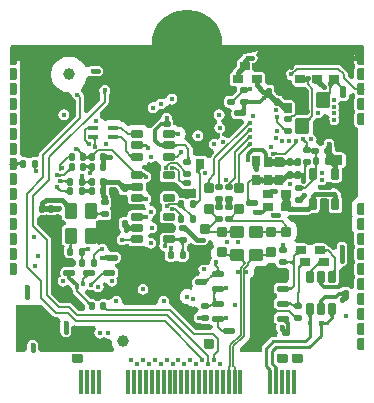
<source format=gbl>
G04*
G04 #@! TF.GenerationSoftware,Altium Limited,Altium Designer,24.9.1 (31)*
G04*
G04 Layer_Physical_Order=6*
G04 Layer_Color=13460847*
%FSLAX43Y43*%
%MOMM*%
G71*
G04*
G04 #@! TF.SameCoordinates,EB6F8884-3A13-42B7-98C6-1BA732C3788B*
G04*
G04*
G04 #@! TF.FilePolarity,Positive*
G04*
G01*
G75*
%ADD12C,0.250*%
%ADD13C,0.200*%
%ADD14C,0.150*%
G04:AMPARAMS|DCode=34|XSize=0.5mm|YSize=1mm|CornerRadius=0.125mm|HoleSize=0mm|Usage=FLASHONLY|Rotation=90.000|XOffset=0mm|YOffset=0mm|HoleType=Round|Shape=RoundedRectangle|*
%AMROUNDEDRECTD34*
21,1,0.500,0.750,0,0,90.0*
21,1,0.250,1.000,0,0,90.0*
1,1,0.250,0.375,0.125*
1,1,0.250,0.375,-0.125*
1,1,0.250,-0.375,-0.125*
1,1,0.250,-0.375,0.125*
%
%ADD34ROUNDEDRECTD34*%
G04:AMPARAMS|DCode=35|XSize=0.5mm|YSize=1mm|CornerRadius=0.125mm|HoleSize=0mm|Usage=FLASHONLY|Rotation=180.000|XOffset=0mm|YOffset=0mm|HoleType=Round|Shape=RoundedRectangle|*
%AMROUNDEDRECTD35*
21,1,0.500,0.750,0,0,180.0*
21,1,0.250,1.000,0,0,180.0*
1,1,0.250,-0.125,0.375*
1,1,0.250,0.125,0.375*
1,1,0.250,0.125,-0.375*
1,1,0.250,-0.125,-0.375*
%
%ADD35ROUNDEDRECTD35*%
%ADD59C,0.160*%
G04:AMPARAMS|DCode=60|XSize=0.5mm|YSize=0.6mm|CornerRadius=0.063mm|HoleSize=0mm|Usage=FLASHONLY|Rotation=270.000|XOffset=0mm|YOffset=0mm|HoleType=Round|Shape=RoundedRectangle|*
%AMROUNDEDRECTD60*
21,1,0.500,0.475,0,0,270.0*
21,1,0.375,0.600,0,0,270.0*
1,1,0.125,-0.238,-0.188*
1,1,0.125,-0.238,0.188*
1,1,0.125,0.238,0.188*
1,1,0.125,0.238,-0.188*
%
%ADD60ROUNDEDRECTD60*%
G04:AMPARAMS|DCode=61|XSize=0.5mm|YSize=0.6mm|CornerRadius=0.063mm|HoleSize=0mm|Usage=FLASHONLY|Rotation=0.000|XOffset=0mm|YOffset=0mm|HoleType=Round|Shape=RoundedRectangle|*
%AMROUNDEDRECTD61*
21,1,0.500,0.475,0,0,0.0*
21,1,0.375,0.600,0,0,0.0*
1,1,0.125,0.188,-0.238*
1,1,0.125,-0.188,-0.238*
1,1,0.125,-0.188,0.238*
1,1,0.125,0.188,0.238*
%
%ADD61ROUNDEDRECTD61*%
G04:AMPARAMS|DCode=62|XSize=0.8mm|YSize=0.75mm|CornerRadius=0.094mm|HoleSize=0mm|Usage=FLASHONLY|Rotation=0.000|XOffset=0mm|YOffset=0mm|HoleType=Round|Shape=RoundedRectangle|*
%AMROUNDEDRECTD62*
21,1,0.800,0.563,0,0,0.0*
21,1,0.613,0.750,0,0,0.0*
1,1,0.188,0.306,-0.281*
1,1,0.188,-0.306,-0.281*
1,1,0.188,-0.306,0.281*
1,1,0.188,0.306,0.281*
%
%ADD62ROUNDEDRECTD62*%
G04:AMPARAMS|DCode=63|XSize=0.9mm|YSize=0.7mm|CornerRadius=0.088mm|HoleSize=0mm|Usage=FLASHONLY|Rotation=0.000|XOffset=0mm|YOffset=0mm|HoleType=Round|Shape=RoundedRectangle|*
%AMROUNDEDRECTD63*
21,1,0.900,0.525,0,0,0.0*
21,1,0.725,0.700,0,0,0.0*
1,1,0.175,0.363,-0.263*
1,1,0.175,-0.363,-0.263*
1,1,0.175,-0.363,0.263*
1,1,0.175,0.363,0.263*
%
%ADD63ROUNDEDRECTD63*%
G04:AMPARAMS|DCode=68|XSize=0.6mm|YSize=0.5mm|CornerRadius=0.063mm|HoleSize=0mm|Usage=FLASHONLY|Rotation=90.000|XOffset=0mm|YOffset=0mm|HoleType=Round|Shape=RoundedRectangle|*
%AMROUNDEDRECTD68*
21,1,0.600,0.375,0,0,90.0*
21,1,0.475,0.500,0,0,90.0*
1,1,0.125,0.188,0.238*
1,1,0.125,0.188,-0.238*
1,1,0.125,-0.188,-0.238*
1,1,0.125,-0.188,0.238*
%
%ADD68ROUNDEDRECTD68*%
G04:AMPARAMS|DCode=69|XSize=0.6mm|YSize=0.5mm|CornerRadius=0.063mm|HoleSize=0mm|Usage=FLASHONLY|Rotation=0.000|XOffset=0mm|YOffset=0mm|HoleType=Round|Shape=RoundedRectangle|*
%AMROUNDEDRECTD69*
21,1,0.600,0.375,0,0,0.0*
21,1,0.475,0.500,0,0,0.0*
1,1,0.125,0.238,-0.188*
1,1,0.125,-0.238,-0.188*
1,1,0.125,-0.238,0.188*
1,1,0.125,0.238,0.188*
%
%ADD69ROUNDEDRECTD69*%
G04:AMPARAMS|DCode=70|XSize=0.8mm|YSize=0.75mm|CornerRadius=0.094mm|HoleSize=0mm|Usage=FLASHONLY|Rotation=90.000|XOffset=0mm|YOffset=0mm|HoleType=Round|Shape=RoundedRectangle|*
%AMROUNDEDRECTD70*
21,1,0.800,0.563,0,0,90.0*
21,1,0.613,0.750,0,0,90.0*
1,1,0.188,0.281,0.306*
1,1,0.188,0.281,-0.306*
1,1,0.188,-0.281,-0.306*
1,1,0.188,-0.281,0.306*
%
%ADD70ROUNDEDRECTD70*%
%ADD79C,0.400*%
%ADD81C,0.300*%
%ADD83C,0.130*%
%ADD85C,0.600*%
%ADD86C,0.700*%
%AMCUSTOMSHAPE87*
4,1,6,0.000,0.500,0.000,-0.500,-0.500,-0.500,-0.600,-0.400,-0.600,0.400,-0.500,0.500,0.000,0.500,0.0*%
%ADD87CUSTOMSHAPE87*%

%ADD88C,1.000*%
%AMCUSTOMSHAPE90*
4,1,6,0.000,-0.500,0.000,0.500,0.500,0.500,0.600,0.400,0.600,-0.400,0.500,-0.500,0.000,-0.500,0.0*%
%ADD90CUSTOMSHAPE90*%

%ADD91C,0.400*%
G04:AMPARAMS|DCode=93|XSize=0.6mm|YSize=1mm|CornerRadius=0.075mm|HoleSize=0mm|Usage=FLASHONLY|Rotation=0.000|XOffset=0mm|YOffset=0mm|HoleType=Round|Shape=RoundedRectangle|*
%AMROUNDEDRECTD93*
21,1,0.600,0.850,0,0,0.0*
21,1,0.450,1.000,0,0,0.0*
1,1,0.150,0.225,-0.425*
1,1,0.150,-0.225,-0.425*
1,1,0.150,-0.225,0.425*
1,1,0.150,0.225,0.425*
%
%ADD93ROUNDEDRECTD93*%
G04:AMPARAMS|DCode=94|XSize=0.9mm|YSize=0.7mm|CornerRadius=0.088mm|HoleSize=0mm|Usage=FLASHONLY|Rotation=90.000|XOffset=0mm|YOffset=0mm|HoleType=Round|Shape=RoundedRectangle|*
%AMROUNDEDRECTD94*
21,1,0.900,0.525,0,0,90.0*
21,1,0.725,0.700,0,0,90.0*
1,1,0.175,0.263,0.363*
1,1,0.175,0.263,-0.363*
1,1,0.175,-0.263,-0.363*
1,1,0.175,-0.263,0.363*
%
%ADD94ROUNDEDRECTD94*%
G04:AMPARAMS|DCode=95|XSize=1mm|YSize=1.25mm|CornerRadius=0.125mm|HoleSize=0mm|Usage=FLASHONLY|Rotation=270.000|XOffset=0mm|YOffset=0mm|HoleType=Round|Shape=RoundedRectangle|*
%AMROUNDEDRECTD95*
21,1,1.000,1.000,0,0,270.0*
21,1,0.750,1.250,0,0,270.0*
1,1,0.250,-0.500,-0.375*
1,1,0.250,-0.500,0.375*
1,1,0.250,0.500,0.375*
1,1,0.250,0.500,-0.375*
%
%ADD95ROUNDEDRECTD95*%
G04:AMPARAMS|DCode=96|XSize=0.8mm|YSize=0.8mm|CornerRadius=0.1mm|HoleSize=0mm|Usage=FLASHONLY|Rotation=0.000|XOffset=0mm|YOffset=0mm|HoleType=Round|Shape=RoundedRectangle|*
%AMROUNDEDRECTD96*
21,1,0.800,0.600,0,0,0.0*
21,1,0.600,0.800,0,0,0.0*
1,1,0.200,0.300,-0.300*
1,1,0.200,-0.300,-0.300*
1,1,0.200,-0.300,0.300*
1,1,0.200,0.300,0.300*
%
%ADD96ROUNDEDRECTD96*%
G04:AMPARAMS|DCode=97|XSize=0.8mm|YSize=0.8mm|CornerRadius=0.1mm|HoleSize=0mm|Usage=FLASHONLY|Rotation=90.000|XOffset=0mm|YOffset=0mm|HoleType=Round|Shape=RoundedRectangle|*
%AMROUNDEDRECTD97*
21,1,0.800,0.600,0,0,90.0*
21,1,0.600,0.800,0,0,90.0*
1,1,0.200,0.300,0.300*
1,1,0.200,0.300,-0.300*
1,1,0.200,-0.300,-0.300*
1,1,0.200,-0.300,0.300*
%
%ADD97ROUNDEDRECTD97*%
G04:AMPARAMS|DCode=98|XSize=0.6mm|YSize=1.05mm|CornerRadius=0.075mm|HoleSize=0mm|Usage=FLASHONLY|Rotation=270.000|XOffset=0mm|YOffset=0mm|HoleType=Round|Shape=RoundedRectangle|*
%AMROUNDEDRECTD98*
21,1,0.600,0.900,0,0,270.0*
21,1,0.450,1.050,0,0,270.0*
1,1,0.150,-0.450,-0.225*
1,1,0.150,-0.450,0.225*
1,1,0.150,0.450,0.225*
1,1,0.150,0.450,-0.225*
%
%ADD98ROUNDEDRECTD98*%
%ADD99R,0.350X2.000*%
G04:AMPARAMS|DCode=100|XSize=0.6mm|YSize=1.05mm|CornerRadius=0.075mm|HoleSize=0mm|Usage=FLASHONLY|Rotation=180.000|XOffset=0mm|YOffset=0mm|HoleType=Round|Shape=RoundedRectangle|*
%AMROUNDEDRECTD100*
21,1,0.600,0.900,0,0,180.0*
21,1,0.450,1.050,0,0,180.0*
1,1,0.150,-0.225,0.450*
1,1,0.150,0.225,0.450*
1,1,0.150,0.225,-0.450*
1,1,0.150,-0.225,-0.450*
%
%ADD100ROUNDEDRECTD100*%
G04:AMPARAMS|DCode=101|XSize=0.9mm|YSize=0.8mm|CornerRadius=0.1mm|HoleSize=0mm|Usage=FLASHONLY|Rotation=270.000|XOffset=0mm|YOffset=0mm|HoleType=Round|Shape=RoundedRectangle|*
%AMROUNDEDRECTD101*
21,1,0.900,0.600,0,0,270.0*
21,1,0.700,0.800,0,0,270.0*
1,1,0.200,-0.300,-0.350*
1,1,0.200,-0.300,0.350*
1,1,0.200,0.300,0.350*
1,1,0.200,0.300,-0.350*
%
%ADD101ROUNDEDRECTD101*%
G04:AMPARAMS|DCode=102|XSize=1.3mm|YSize=1.1mm|CornerRadius=0.138mm|HoleSize=0mm|Usage=FLASHONLY|Rotation=270.000|XOffset=0mm|YOffset=0mm|HoleType=Round|Shape=RoundedRectangle|*
%AMROUNDEDRECTD102*
21,1,1.300,0.825,0,0,270.0*
21,1,1.025,1.100,0,0,270.0*
1,1,0.275,-0.413,-0.513*
1,1,0.275,-0.413,0.513*
1,1,0.275,0.413,0.513*
1,1,0.275,0.413,-0.513*
%
%ADD102ROUNDEDRECTD102*%
G04:AMPARAMS|DCode=103|XSize=0.9mm|YSize=0.4mm|CornerRadius=0.1mm|HoleSize=0mm|Usage=FLASHONLY|Rotation=180.000|XOffset=0mm|YOffset=0mm|HoleType=Round|Shape=RoundedRectangle|*
%AMROUNDEDRECTD103*
21,1,0.900,0.200,0,0,180.0*
21,1,0.700,0.400,0,0,180.0*
1,1,0.200,-0.350,0.100*
1,1,0.200,0.350,0.100*
1,1,0.200,0.350,-0.100*
1,1,0.200,-0.350,-0.100*
%
%ADD103ROUNDEDRECTD103*%
G04:AMPARAMS|DCode=104|XSize=1.4mm|YSize=1.2mm|CornerRadius=0.15mm|HoleSize=0mm|Usage=FLASHONLY|Rotation=90.000|XOffset=0mm|YOffset=0mm|HoleType=Round|Shape=RoundedRectangle|*
%AMROUNDEDRECTD104*
21,1,1.400,0.900,0,0,90.0*
21,1,1.100,1.200,0,0,90.0*
1,1,0.300,0.450,0.550*
1,1,0.300,0.450,-0.550*
1,1,0.300,-0.450,-0.550*
1,1,0.300,-0.450,0.550*
%
%ADD104ROUNDEDRECTD104*%
G04:AMPARAMS|DCode=105|XSize=1.4mm|YSize=1.2mm|CornerRadius=0.3mm|HoleSize=0mm|Usage=FLASHONLY|Rotation=90.000|XOffset=0mm|YOffset=0mm|HoleType=Round|Shape=RoundedRectangle|*
%AMROUNDEDRECTD105*
21,1,1.400,0.600,0,0,90.0*
21,1,0.800,1.200,0,0,90.0*
1,1,0.600,0.300,0.400*
1,1,0.600,0.300,-0.400*
1,1,0.600,-0.300,-0.400*
1,1,0.600,-0.300,0.400*
%
%ADD105ROUNDEDRECTD105*%
%ADD106R,6.000X1.000*%
%ADD107C,6.000*%
G36*
X14913Y-30D02*
X14970Y-87D01*
X15000Y-160D01*
Y-200D01*
Y-1200D01*
X14500D01*
X14431Y-1131D01*
Y-1367D01*
X14145D01*
Y-1567D01*
X14165Y-1665D01*
X14204Y-1804D01*
X14165Y-1942D01*
X14145Y-2040D01*
Y-2752D01*
X13922Y-2874D01*
X13854Y-2885D01*
X13631Y-2663D01*
Y-2500D01*
X13606Y-2373D01*
X13534Y-2266D01*
X13034Y-1766D01*
X12927Y-1694D01*
X12800Y-1669D01*
X9300D01*
X9173Y-1694D01*
X9066Y-1766D01*
X8788Y-2044D01*
X8624Y-2076D01*
X8476Y-2176D01*
X8376Y-2324D01*
X8341Y-2500D01*
X8376Y-2676D01*
X8476Y-2824D01*
X8624Y-2924D01*
X8800Y-2959D01*
X8893Y-3035D01*
Y-3181D01*
X8920Y-3315D01*
X8996Y-3429D01*
X9110Y-3505D01*
X9244Y-3532D01*
X9856D01*
X9951Y-3513D01*
X9966Y-3534D01*
X10269Y-3837D01*
Y-5650D01*
X10200Y-5942D01*
X9357D01*
X9309Y-5913D01*
X9270Y-5872D01*
X9257Y-5885D01*
X9086Y-5773D01*
X9100Y-5757D01*
X9125Y-5728D01*
X9134Y-5713D01*
X9142Y-5700D01*
X9144Y-5695D01*
X9129Y-5670D01*
X9132Y-5656D01*
Y-5044D01*
X9105Y-4910D01*
X9029Y-4796D01*
X8915Y-4720D01*
X8781Y-4693D01*
X8255D01*
X8180Y-4629D01*
X8177Y-4626D01*
X8089Y-4529D01*
X8082Y-4491D01*
X8059Y-4456D01*
X8052Y-4436D01*
X8043Y-4426D01*
X8037Y-4415D01*
X8022Y-4401D01*
X8013Y-4387D01*
X7999Y-4378D01*
X7985Y-4362D01*
X7973Y-4357D01*
X7963Y-4348D01*
X7944Y-4341D01*
X7909Y-4318D01*
X7874Y-4311D01*
X7861Y-4304D01*
X7832Y-4301D01*
X7805Y-4294D01*
X7778Y-4292D01*
X7764Y-4289D01*
X7745Y-4283D01*
X7720Y-4272D01*
X7689Y-4256D01*
X7654Y-4235D01*
X7618Y-4208D01*
X7549Y-4150D01*
X7543Y-4144D01*
X7475Y-4072D01*
X7428Y-4013D01*
X7406Y-3982D01*
Y-3712D01*
X7382Y-3591D01*
X7313Y-3487D01*
X7209Y-3418D01*
X7087Y-3394D01*
X6847D01*
X6638Y-3192D01*
X6607Y-3109D01*
Y-2638D01*
X6580Y-2506D01*
X6506Y-2394D01*
X6394Y-2320D01*
X6262Y-2293D01*
X5761D01*
X5516Y-2089D01*
X5507Y-2005D01*
Y-1557D01*
X5676Y-1524D01*
X5824Y-1424D01*
X5924Y-1276D01*
X5959Y-1100D01*
X5924Y-924D01*
X5847Y-810D01*
X5886Y-660D01*
X5967Y-510D01*
X13685D01*
X13647Y-502D01*
X13600Y-500D01*
X6000D01*
Y-500D01*
X6000Y-500D01*
X5632Y-564D01*
X4906Y-746D01*
X4741Y-805D01*
X4741Y-810D01*
X4526Y-1026D01*
X4426Y-1174D01*
X4423Y-1192D01*
X4410Y-1195D01*
X4296Y-1271D01*
X4220Y-1385D01*
X4193Y-1519D01*
Y-1792D01*
X4080Y-1921D01*
X3976Y-2026D01*
X3876Y-2174D01*
X3849Y-2311D01*
X3806Y-2320D01*
X3694Y-2394D01*
X3620Y-2506D01*
X3593Y-2638D01*
Y-3162D01*
X3620Y-3294D01*
X3694Y-3406D01*
X3806Y-3480D01*
X3938Y-3507D01*
X4157D01*
X4244Y-3613D01*
Y-3879D01*
X4239Y-3885D01*
X3840Y-4284D01*
X3830Y-4294D01*
X3463D01*
X3341Y-4318D01*
X3237Y-4387D01*
X3168Y-4491D01*
X3144Y-4612D01*
Y-4987D01*
X3168Y-5109D01*
X3237Y-5213D01*
X3341Y-5282D01*
X3463Y-5306D01*
X3560D01*
X3627Y-5377D01*
X3756Y-5606D01*
X3743Y-5675D01*
Y-5925D01*
X3772Y-6071D01*
X3855Y-6195D01*
X3979Y-6278D01*
X4125Y-6307D01*
X4617D01*
X4623Y-6310D01*
X4807Y-6532D01*
X4817Y-6607D01*
X3529Y-7896D01*
X3324Y-7876D01*
X3176Y-7776D01*
X3000Y-7741D01*
X2980Y-7727D01*
X2951Y-7431D01*
X3060Y-7359D01*
X3159Y-7210D01*
X3194Y-7034D01*
X3159Y-6859D01*
X3060Y-6710D01*
X2925Y-6620D01*
X2896Y-6443D01*
X2906Y-6304D01*
X3024Y-6224D01*
X3124Y-6076D01*
X3159Y-5900D01*
X3124Y-5724D01*
X3024Y-5576D01*
X2876Y-5476D01*
X2700Y-5441D01*
X2524Y-5476D01*
X2376Y-5576D01*
X2276Y-5724D01*
X2241Y-5900D01*
X2276Y-6076D01*
X2376Y-6224D01*
X2510Y-6314D01*
X2540Y-6491D01*
X2529Y-6631D01*
X2411Y-6710D01*
X2311Y-6859D01*
X2276Y-7034D01*
X2311Y-7210D01*
X2411Y-7359D01*
X2560Y-7458D01*
X2735Y-7493D01*
X2755Y-7507D01*
X2784Y-7803D01*
X2676Y-7876D01*
X2576Y-8024D01*
X2559Y-8032D01*
X2476Y-7976D01*
X2300Y-7941D01*
X2124Y-7976D01*
X1976Y-8076D01*
X1876Y-8224D01*
X1841Y-8400D01*
X1876Y-8576D01*
X1976Y-8724D01*
X2124Y-8824D01*
X2167Y-8832D01*
X2278Y-9146D01*
X2062Y-9362D01*
X1989Y-9471D01*
X1979Y-9521D01*
X1892Y-9549D01*
X1673Y-9562D01*
X1629Y-9496D01*
X1515Y-9420D01*
X1381Y-9393D01*
X819D01*
X757Y-9406D01*
X533Y-9281D01*
X457Y-9211D01*
Y-8800D01*
X430Y-8663D01*
X352Y-8548D01*
X52Y-8248D01*
X-63Y-8170D01*
X-120Y-8159D01*
X-228Y-7950D01*
X-244Y-7843D01*
X-232Y-7828D01*
X-167Y-7670D01*
X-144Y-7500D01*
X-167Y-7330D01*
X-232Y-7172D01*
X-336Y-7036D01*
X-472Y-6932D01*
X-630Y-6867D01*
X-800Y-6844D01*
X-867Y-6853D01*
X-963Y-6814D01*
X-1100Y-6795D01*
X-1194D01*
Y-6512D01*
X-1218Y-6391D01*
X-1287Y-6287D01*
X-1306Y-6275D01*
X-1291Y-6200D01*
X-1326Y-6024D01*
X-1426Y-5876D01*
X-1574Y-5776D01*
X-1750Y-5741D01*
X-1926Y-5776D01*
X-2074Y-5876D01*
X-2174Y-6024D01*
X-2209Y-6200D01*
X-2356Y-6323D01*
X-2488Y-6412D01*
X-2488Y-6412D01*
X-2988Y-6912D01*
X-3044Y-6995D01*
X-3211Y-7031D01*
X-3357Y-7018D01*
X-3377Y-7014D01*
X-3426Y-6951D01*
X-3535Y-6866D01*
X-3663Y-6814D01*
X-3800Y-6795D01*
X-4700D01*
X-4837Y-6814D01*
X-4965Y-6866D01*
X-4984Y-6881D01*
X-5233Y-6633D01*
X-5340Y-6550D01*
X-5466Y-6498D01*
X-5531Y-6490D01*
X-5623Y-6420D01*
X-5756Y-6364D01*
X-5900Y-6345D01*
X-6600D01*
X-6744Y-6364D01*
X-6877Y-6420D01*
X-6890Y-6429D01*
X-6988Y-6454D01*
X-7261Y-6299D01*
X-7276Y-6224D01*
X-7376Y-6076D01*
X-7411Y-5716D01*
X-6748Y-5052D01*
X-6670Y-4937D01*
X-6643Y-4800D01*
Y-4126D01*
X-6576Y-4026D01*
X-6541Y-3850D01*
X-6576Y-3674D01*
X-6676Y-3526D01*
X-6824Y-3426D01*
X-7000Y-3391D01*
X-7176Y-3426D01*
X-7324Y-3526D01*
X-7424Y-3674D01*
X-7459Y-3850D01*
X-7424Y-4026D01*
X-7357Y-4126D01*
Y-4652D01*
X-8466Y-5761D01*
X-8743Y-5647D01*
Y-4400D01*
X-8770Y-4263D01*
X-8848Y-4148D01*
X-8853Y-4143D01*
X-8876Y-4024D01*
X-8976Y-3876D01*
X-8926Y-3548D01*
X-8835Y-3456D01*
X-8671Y-3210D01*
X-8558Y-2937D01*
X-8517Y-2735D01*
X-8292Y-2620D01*
X-8200Y-2608D01*
X-8176Y-2624D01*
X-8000Y-2659D01*
X-7600D01*
X-7424Y-2624D01*
X-7276Y-2524D01*
X-7176Y-2376D01*
X-7141Y-2200D01*
X-7176Y-2024D01*
X-7276Y-1876D01*
X-7424Y-1776D01*
X-7600Y-1741D01*
X-8000D01*
X-8176Y-1776D01*
X-8313Y-1868D01*
X-8327Y-1875D01*
X-8654Y-1829D01*
X-8671Y-1789D01*
X-8835Y-1544D01*
X-9044Y-1335D01*
X-9289Y-1171D01*
X-9562Y-1058D01*
X-9852Y-1000D01*
X-10148D01*
X-10438Y-1058D01*
X-10711Y-1171D01*
X-10956Y-1335D01*
X-11165Y-1544D01*
X-11329Y-1789D01*
X-11442Y-2062D01*
X-11500Y-2352D01*
Y-2648D01*
X-11442Y-2937D01*
X-11329Y-3210D01*
X-11165Y-3456D01*
X-10956Y-3665D01*
X-10711Y-3829D01*
X-10438Y-3942D01*
X-10148Y-4000D01*
X-10025D01*
X-9759Y-4200D01*
X-9724Y-4376D01*
X-9624Y-4524D01*
X-9476Y-4624D01*
X-9457Y-4628D01*
Y-6052D01*
X-12452Y-9048D01*
X-12530Y-9163D01*
X-12557Y-9300D01*
X-12713Y-9504D01*
X-13088D01*
X-13209Y-9528D01*
X-13313Y-9597D01*
X-13487D01*
X-13591Y-9528D01*
X-13712Y-9504D01*
X-13948D01*
X-13970Y-9488D01*
X-14018Y-9438D01*
X-14143Y-9247D01*
X-14150Y-9214D01*
X-14145Y-9190D01*
Y-8390D01*
X-14165Y-8292D01*
X-14204Y-8155D01*
X-14165Y-8018D01*
X-14145Y-7920D01*
Y-7120D01*
X-14165Y-7022D01*
X-14204Y-6885D01*
X-14165Y-6748D01*
X-14145Y-6650D01*
Y-5850D01*
X-14165Y-5752D01*
X-14204Y-5615D01*
X-14165Y-5478D01*
X-14145Y-5380D01*
Y-4580D01*
X-14165Y-4482D01*
X-14204Y-4345D01*
X-14165Y-4208D01*
X-14145Y-4110D01*
Y-3310D01*
X-14165Y-3212D01*
X-14204Y-3075D01*
X-14165Y-2938D01*
X-14145Y-2840D01*
Y-2040D01*
X-14165Y-1942D01*
X-14204Y-1805D01*
X-14165Y-1668D01*
X-14145Y-1570D01*
Y-1370D01*
X-14431D01*
Y-1131D01*
X-14500Y-1200D01*
X-15000D01*
Y-241D01*
Y-193D01*
X-14963Y-104D01*
X-14896Y-37D01*
X-14807Y0D01*
X14840D01*
X14913Y-30D01*
D02*
G37*
G36*
X4863Y-2171D02*
X4849Y-2165D01*
X4830Y-2167D01*
X4806Y-2177D01*
X4775Y-2194D01*
X4739Y-2219D01*
X4698Y-2251D01*
X4598Y-2339D01*
X4501Y-2433D01*
X4501Y-2554D01*
X4099D01*
X4099Y-2552D01*
X4099Y-2546D01*
X4100Y-2350D01*
X4349D01*
X4168Y-2199D01*
X4232Y-2134D01*
X4410Y-1932D01*
X4434Y-1897D01*
X4451Y-1867D01*
X4460Y-1843D01*
X4461Y-1824D01*
X4454Y-1812D01*
X4863Y-2171D01*
D02*
G37*
G36*
X9069Y-2337D02*
X9056Y-2351D01*
X9044Y-2366D01*
X9033Y-2381D01*
X9024Y-2396D01*
X9017Y-2412D01*
X9011Y-2429D01*
X9006Y-2445D01*
X9002Y-2462D01*
X9001Y-2480D01*
X9000Y-2498D01*
X8802Y-2300D01*
X8820Y-2299D01*
X8838Y-2298D01*
X8855Y-2294D01*
X8871Y-2289D01*
X8888Y-2283D01*
X8904Y-2276D01*
X8919Y-2267D01*
X8934Y-2256D01*
X8949Y-2244D01*
X8963Y-2231D01*
X9069Y-2337D01*
D02*
G37*
G36*
X10337Y-2950D02*
X10324Y-2974D01*
X10313Y-3001D01*
X10303Y-3032D01*
X10294Y-3068D01*
X10287Y-3106D01*
X10278Y-3196D01*
X10276Y-3246D01*
X10275Y-3300D01*
X10125D01*
X10124Y-3246D01*
X10113Y-3106D01*
X10106Y-3068D01*
X10097Y-3032D01*
X10087Y-3001D01*
X10076Y-2974D01*
X10063Y-2950D01*
X10048Y-2930D01*
X10352D01*
X10337Y-2950D01*
D02*
G37*
G36*
X12653Y-2964D02*
X12661Y-2982D01*
X12675Y-3005D01*
X12694Y-3032D01*
X12749Y-3099D01*
X12763Y-3113D01*
X12846Y-3066D01*
X12831Y-3078D01*
X12823Y-3093D01*
X12821Y-3112D01*
X12826Y-3135D01*
X12837Y-3161D01*
X12854Y-3190D01*
X12878Y-3224D01*
X12907Y-3260D01*
X12986Y-3344D01*
X12806Y-3404D01*
X12785Y-3426D01*
X12769Y-3411D01*
X12736Y-3379D01*
X12666Y-3320D01*
X12635Y-3298D01*
X12605Y-3281D01*
X12578Y-3269D01*
X12553Y-3262D01*
X12530Y-3260D01*
X12510Y-3263D01*
X12491Y-3271D01*
X12565Y-3228D01*
X12505Y-3175D01*
X12482Y-3161D01*
X12464Y-3153D01*
X12450Y-3150D01*
X12650Y-2950D01*
X12653Y-2964D01*
D02*
G37*
G36*
X11320Y-2811D02*
X11306Y-2844D01*
X11305Y-2885D01*
X11315Y-2932D01*
X11338Y-2985D01*
X11373Y-3045D01*
X11419Y-3111D01*
X11478Y-3184D01*
X11632Y-3349D01*
X11274Y-3557D01*
X11195Y-3480D01*
X11052Y-3360D01*
X10988Y-3315D01*
X10929Y-3282D01*
X10875Y-3258D01*
X10826Y-3245D01*
X10781Y-3243D01*
X10742Y-3252D01*
X10708Y-3271D01*
X11346Y-2783D01*
X11320Y-2811D01*
D02*
G37*
G36*
X13040Y-3397D02*
X13111Y-3457D01*
X13143Y-3479D01*
X13172Y-3496D01*
X13199Y-3508D01*
X13224Y-3515D01*
X13246Y-3516D01*
X13266Y-3512D01*
X13283Y-3504D01*
X12954Y-3734D01*
X12967Y-3720D01*
X12974Y-3704D01*
X12975Y-3685D01*
X12971Y-3662D01*
X12960Y-3636D01*
X12943Y-3606D01*
X12920Y-3574D01*
X12891Y-3538D01*
X12815Y-3456D01*
X13001Y-3359D01*
X13040Y-3397D01*
D02*
G37*
G36*
X14406Y-3850D02*
X14405Y-3836D01*
X14400Y-3823D01*
X14393Y-3812D01*
X14382Y-3802D01*
X14368Y-3794D01*
X14351Y-3787D01*
X14331Y-3782D01*
X14308Y-3778D01*
X14282Y-3776D01*
X14253Y-3775D01*
Y-3625D01*
X14282Y-3624D01*
X14308Y-3622D01*
X14331Y-3618D01*
X14351Y-3613D01*
X14368Y-3606D01*
X14382Y-3598D01*
X14393Y-3588D01*
X14400Y-3577D01*
X14405Y-3564D01*
X14406Y-3550D01*
Y-3850D01*
D02*
G37*
G36*
X12234Y-3453D02*
X12227Y-3472D01*
X12220Y-3498D01*
X12215Y-3530D01*
X12207Y-3617D01*
X12200Y-3799D01*
X12200Y-3873D01*
X12000D01*
X12000Y-3799D01*
X11980Y-3498D01*
X11973Y-3472D01*
X11966Y-3453D01*
X11958Y-3441D01*
X12242D01*
X12234Y-3453D01*
D02*
G37*
G36*
X5143Y-3718D02*
X5164Y-3719D01*
X5200Y-3720D01*
Y-3821D01*
X5238Y-3890D01*
X5230Y-3888D01*
X5219Y-3886D01*
X5186Y-3884D01*
X5150Y-3883D01*
X5124Y-3885D01*
X5115Y-3887D01*
X5108Y-3889D01*
X5103Y-3892D01*
X5100Y-3895D01*
X5099Y-3898D01*
Y-3881D01*
X5080Y-3880D01*
X5007Y-3880D01*
X4981Y-3720D01*
X5002Y-3719D01*
X5020Y-3717D01*
X5037Y-3714D01*
X5053Y-3709D01*
X5066Y-3703D01*
X5078Y-3695D01*
X5087Y-3686D01*
X5096Y-3675D01*
X5102Y-3663D01*
X5106Y-3650D01*
X5143Y-3718D01*
D02*
G37*
G36*
X4774Y-4049D02*
X4760Y-4042D01*
X4744Y-4040D01*
X4726Y-4041D01*
X4706Y-4047D01*
X4684Y-4056D01*
X4661Y-4070D01*
X4635Y-4088D01*
X4608Y-4109D01*
X4548Y-4165D01*
X4385Y-4102D01*
X4419Y-4066D01*
X4473Y-4004D01*
X4492Y-3977D01*
X4506Y-3953D01*
X4515Y-3932D01*
X4519Y-3914D01*
X4518Y-3898D01*
X4512Y-3886D01*
X4501Y-3876D01*
X4774Y-4049D01*
D02*
G37*
G36*
X7124Y-3865D02*
X7111Y-3899D01*
X7110Y-3940D01*
X7121Y-3987D01*
X7144Y-4041D01*
X7178Y-4100D01*
X7224Y-4166D01*
X7283Y-4239D01*
X7371Y-4333D01*
X7461Y-4410D01*
X7512Y-4446D01*
X7562Y-4477D01*
X7610Y-4503D01*
X7657Y-4523D01*
X7702Y-4537D01*
X7745Y-4545D01*
X7787Y-4548D01*
X7348Y-5087D01*
X7345Y-5045D01*
X7337Y-5002D01*
X7323Y-4957D01*
X7303Y-4910D01*
X7277Y-4862D01*
X7246Y-4812D01*
X7210Y-4761D01*
X7167Y-4708D01*
X7101Y-4637D01*
X6810Y-4366D01*
X6782Y-4388D01*
X6740Y-4424D01*
X6698Y-4464D01*
X6436Y-4302D01*
X6496Y-4240D01*
X6590Y-4131D01*
X6624Y-4084D01*
X6650Y-4041D01*
X6667Y-4003D01*
X6676Y-3969D01*
X6676Y-3941D01*
X6668Y-3917D01*
X6651Y-3897D01*
X6864Y-4070D01*
X7149Y-3836D01*
X7124Y-3865D01*
D02*
G37*
G36*
X-6868Y-4001D02*
X-6874Y-4011D01*
X-6880Y-4023D01*
X-6886Y-4036D01*
X-6890Y-4050D01*
X-6894Y-4066D01*
X-6896Y-4083D01*
X-6898Y-4102D01*
X-6900Y-4143D01*
X-7100D01*
X-7100Y-4122D01*
X-7104Y-4083D01*
X-7106Y-4066D01*
X-7110Y-4050D01*
X-7114Y-4036D01*
X-7120Y-4023D01*
X-7126Y-4011D01*
X-7132Y-4001D01*
X-7140Y-3993D01*
X-6860D01*
X-6868Y-4001D01*
D02*
G37*
G36*
X4115Y-4598D02*
X4085Y-4629D01*
X4038Y-4685D01*
X4020Y-4711D01*
X4006Y-4734D01*
X3997Y-4756D01*
X3991Y-4776D01*
X3990Y-4794D01*
X3992Y-4810D01*
X3999Y-4824D01*
X3826Y-4551D01*
X3836Y-4562D01*
X3848Y-4568D01*
X3864Y-4569D01*
X3882Y-4565D01*
X3903Y-4556D01*
X3927Y-4542D01*
X3954Y-4523D01*
X3984Y-4499D01*
X4052Y-4435D01*
X4115Y-4598D01*
D02*
G37*
G36*
X14162Y-4193D02*
X14165Y-4208D01*
X14204Y-4345D01*
X14165Y-4482D01*
X14145Y-4580D01*
Y-5380D01*
X14165Y-5478D01*
X14204Y-5615D01*
X14165Y-5752D01*
X14145Y-5850D01*
Y-6650D01*
X14165Y-6748D01*
X14220Y-6830D01*
X14320Y-6930D01*
X14402Y-6985D01*
X14490Y-7003D01*
Y-12913D01*
X14324Y-12946D01*
X14176Y-13046D01*
X14176Y-13046D01*
X14076Y-13146D01*
X13976Y-13294D01*
X13941Y-13470D01*
Y-14270D01*
X13976Y-14446D01*
X14016Y-14505D01*
X13976Y-14564D01*
X13941Y-14740D01*
Y-15540D01*
X13976Y-15716D01*
X14076Y-15864D01*
X14158Y-15947D01*
X14145Y-16010D01*
Y-16810D01*
X14165Y-16908D01*
X14204Y-17045D01*
X14165Y-17182D01*
X14145Y-17280D01*
Y-18080D01*
X14165Y-18178D01*
X14204Y-18315D01*
X14165Y-18452D01*
X14145Y-18550D01*
Y-19350D01*
X14165Y-19448D01*
X14204Y-19585D01*
X14165Y-19722D01*
X14145Y-19820D01*
Y-20586D01*
X14096Y-20605D01*
X13938Y-20643D01*
X13856Y-20652D01*
X13813Y-20587D01*
X13709Y-20518D01*
X13587Y-20494D01*
X13212D01*
X13091Y-20518D01*
X13071Y-20531D01*
X13069Y-20531D01*
X13037Y-20553D01*
X13003Y-20572D01*
X12996Y-20581D01*
X12987Y-20587D01*
X12983Y-20592D01*
X12847Y-20603D01*
X12783Y-20528D01*
X12732Y-20300D01*
X12781Y-20227D01*
X12806Y-20100D01*
Y-19571D01*
X12830Y-19537D01*
X12857Y-19400D01*
Y-19012D01*
X13100Y-18759D01*
X13276Y-18724D01*
X13424Y-18624D01*
X13524Y-18476D01*
X13559Y-18300D01*
Y-17100D01*
X13524Y-16924D01*
X13424Y-16776D01*
X13276Y-16676D01*
X13100Y-16641D01*
X12924Y-16676D01*
X12776Y-16776D01*
X12676Y-16924D01*
X12641Y-17100D01*
Y-17245D01*
X12364Y-17359D01*
X12152Y-17148D01*
X12037Y-17070D01*
X11900Y-17043D01*
X11888D01*
X11880Y-17006D01*
X11806Y-16894D01*
X11694Y-16820D01*
X11562Y-16793D01*
X10837D01*
X10706Y-16820D01*
X10594Y-16894D01*
X10567Y-16935D01*
X10484Y-16956D01*
X10316D01*
X10233Y-16935D01*
X10206Y-16894D01*
X10094Y-16820D01*
X9962Y-16793D01*
X9238D01*
X9177Y-16805D01*
X9050Y-16525D01*
X9092Y-16492D01*
X9180Y-16377D01*
X9236Y-16244D01*
X9255Y-16100D01*
Y-15500D01*
X9236Y-15356D01*
X9180Y-15223D01*
X9092Y-15108D01*
X8977Y-15020D01*
X8844Y-14964D01*
X8786Y-14957D01*
X8767Y-14933D01*
X8474Y-14640D01*
X8582Y-14399D01*
X8618Y-14359D01*
X10250D01*
X10426Y-14324D01*
X10527Y-14256D01*
X10875D01*
X11002Y-14231D01*
X11109Y-14159D01*
X11181Y-14052D01*
X11206Y-13925D01*
Y-13075D01*
X11220Y-13059D01*
X11980D01*
X11994Y-13075D01*
Y-13925D01*
X12019Y-14052D01*
X12091Y-14159D01*
X12198Y-14231D01*
X12325Y-14256D01*
X12775D01*
X12902Y-14231D01*
X13009Y-14159D01*
X13081Y-14052D01*
X13106Y-13925D01*
Y-13075D01*
X13081Y-12948D01*
X13009Y-12841D01*
X13009Y-12840D01*
Y-12750D01*
X12974Y-12574D01*
X12874Y-12426D01*
X12724Y-12276D01*
X12576Y-12176D01*
X12400Y-12141D01*
X11518D01*
X11489Y-11841D01*
X11576Y-11824D01*
X11724Y-11724D01*
X11782Y-11638D01*
X11964Y-11592D01*
X12033Y-11582D01*
X12128Y-11584D01*
X12198Y-11631D01*
X12325Y-11656D01*
X12775D01*
X12902Y-11631D01*
X13009Y-11559D01*
X13081Y-11452D01*
X13106Y-11325D01*
Y-10475D01*
X13092Y-10405D01*
X13215Y-10380D01*
X13329Y-10304D01*
X13405Y-10190D01*
X13432Y-10056D01*
Y-9444D01*
X13405Y-9310D01*
X13329Y-9196D01*
X13215Y-9120D01*
X13081Y-9093D01*
X12654D01*
X12506Y-8946D01*
Y-8813D01*
X12482Y-8691D01*
X12469Y-8671D01*
X12468Y-8670D01*
X12468Y-8669D01*
X12459Y-8519D01*
Y-8400D01*
X12424Y-8224D01*
X12324Y-8076D01*
X12176Y-7976D01*
X12000Y-7941D01*
X11824Y-7976D01*
X11676Y-8076D01*
X11576Y-8224D01*
X11541Y-8400D01*
Y-8406D01*
X11465Y-8467D01*
X11319Y-8537D01*
X11303Y-8540D01*
X11281Y-8542D01*
X11209Y-8518D01*
X11209Y-8518D01*
X11201Y-8516D01*
X11088Y-8494D01*
X11070D01*
X10912Y-8194D01*
X10924Y-8176D01*
X10959Y-8000D01*
X10924Y-7824D01*
X10908Y-7800D01*
X10900D01*
X10900Y-7788D01*
X10824Y-7676D01*
X10676Y-7576D01*
X10586Y-7558D01*
X10608Y-7450D01*
Y-6512D01*
X10613Y-6506D01*
X10834Y-6284D01*
X10894Y-6195D01*
X10910Y-6206D01*
X11085Y-6241D01*
X11261Y-6206D01*
X11410Y-6106D01*
X11509Y-5958D01*
X11518Y-5914D01*
X11652Y-5835D01*
X11976Y-5976D01*
X12043Y-6075D01*
X11976Y-6174D01*
X11941Y-6350D01*
X11976Y-6526D01*
X12076Y-6674D01*
X12224Y-6774D01*
X12400Y-6809D01*
X12576Y-6774D01*
X12724Y-6674D01*
X12824Y-6526D01*
X12859Y-6350D01*
X12824Y-6174D01*
X12757Y-6075D01*
X12824Y-5976D01*
X12859Y-5800D01*
X12824Y-5624D01*
X12757Y-5525D01*
X12824Y-5426D01*
X12859Y-5250D01*
X12824Y-5074D01*
X12757Y-4975D01*
X12758Y-4975D01*
X12929Y-4728D01*
X13075Y-4757D01*
X13325D01*
X13471Y-4728D01*
X13595Y-4645D01*
X13678Y-4521D01*
X13707Y-4375D01*
Y-4250D01*
X13830Y-4142D01*
X14007Y-4084D01*
X14162Y-4193D01*
D02*
G37*
G36*
X5092Y-4583D02*
X5107Y-4597D01*
X5126Y-4609D01*
X5151Y-4620D01*
X5180Y-4629D01*
X5214Y-4637D01*
X5254Y-4643D01*
X5298Y-4647D01*
X5402Y-4650D01*
Y-4950D01*
X5347Y-4951D01*
X5254Y-4957D01*
X5214Y-4963D01*
X5180Y-4971D01*
X5151Y-4980D01*
X5126Y-4991D01*
X5107Y-5003D01*
X5092Y-5017D01*
X5083Y-5033D01*
X5058Y-5046D01*
X5035Y-5063D01*
X5015Y-5085D01*
X4998Y-5110D01*
X4983Y-5140D01*
X4971Y-5174D01*
X4962Y-5212D01*
X4955Y-5255D01*
X4951Y-5301D01*
X4950Y-5352D01*
X4650D01*
X4649Y-5301D01*
X4645Y-5255D01*
X4638Y-5212D01*
X4629Y-5174D01*
X4617Y-5140D01*
X4602Y-5110D01*
X4585Y-5085D01*
X4565Y-5063D01*
X4542Y-5046D01*
X4517Y-5033D01*
X5083D01*
Y-4567D01*
X5092Y-4583D01*
D02*
G37*
G36*
X7833Y-4567D02*
X7817Y-4595D01*
X7836Y-4623D01*
X7873Y-4669D01*
X7990Y-4800D01*
X8006Y-4816D01*
X8127Y-4919D01*
X8190Y-4963D01*
X8247Y-4994D01*
X8296Y-5012D01*
X8337Y-5017D01*
X8371Y-5009D01*
X8398Y-4988D01*
X8417Y-4954D01*
X8133Y-5692D01*
X8121Y-5646D01*
X8102Y-5597D01*
X8076Y-5545D01*
X8043Y-5489D01*
X8004Y-5430D01*
X7904Y-5302D01*
X7888Y-5285D01*
X7807Y-5215D01*
X7740Y-5168D01*
X7680Y-5133D01*
X7627Y-5110D01*
X7581Y-5101D01*
X7542Y-5104D01*
X7511Y-5120D01*
X7486Y-5149D01*
X7817Y-4595D01*
X7813Y-4590D01*
X7805Y-4569D01*
X7812Y-4562D01*
X7833Y-4567D01*
D02*
G37*
G36*
X10456Y-6300D02*
X10430Y-6327D01*
X10388Y-6377D01*
X10372Y-6400D01*
X10360Y-6422D01*
X10351Y-6443D01*
X10345Y-6462D01*
X10342Y-6480D01*
X10343Y-6497D01*
X10347Y-6512D01*
X10231Y-6209D01*
X10238Y-6222D01*
X10247Y-6230D01*
X10259Y-6234D01*
X10273Y-6234D01*
X10290Y-6228D01*
X10309Y-6219D01*
X10330Y-6205D01*
X10354Y-6186D01*
X10380Y-6163D01*
X10408Y-6136D01*
X10456Y-6300D01*
D02*
G37*
G36*
X7732Y-6251D02*
X7726Y-6261D01*
X7720Y-6273D01*
X7714Y-6286D01*
X7710Y-6300D01*
X7706Y-6316D01*
X7704Y-6333D01*
X7702Y-6352D01*
X7700Y-6393D01*
X7500D01*
X7500Y-6372D01*
X7496Y-6333D01*
X7494Y-6316D01*
X7490Y-6300D01*
X7486Y-6286D01*
X7480Y-6273D01*
X7474Y-6261D01*
X7468Y-6251D01*
X7460Y-6243D01*
X7740D01*
X7732Y-6251D01*
D02*
G37*
G36*
X-1599Y-6249D02*
X-1591Y-6330D01*
X-1584Y-6363D01*
X-1576Y-6391D01*
X-1565Y-6414D01*
X-1552Y-6432D01*
X-1538Y-6445D01*
X-1521Y-6453D01*
X-1503Y-6455D01*
X-1997D01*
X-1978Y-6453D01*
X-1962Y-6445D01*
X-1947Y-6432D01*
X-1935Y-6414D01*
X-1924Y-6391D01*
X-1915Y-6363D01*
X-1909Y-6330D01*
X-1904Y-6292D01*
X-1901Y-6249D01*
X-1900Y-6200D01*
X-1600D01*
X-1599Y-6249D01*
D02*
G37*
G36*
X5298Y-6800D02*
X5281Y-6801D01*
X5265Y-6803D01*
X5249Y-6806D01*
X5233Y-6811D01*
X5217Y-6817D01*
X5202Y-6825D01*
X5186Y-6834D01*
X5171Y-6845D01*
X5157Y-6857D01*
X5142Y-6871D01*
X5029Y-6758D01*
X5043Y-6743D01*
X5055Y-6729D01*
X5066Y-6714D01*
X5075Y-6698D01*
X5083Y-6683D01*
X5089Y-6667D01*
X5094Y-6651D01*
X5097Y-6635D01*
X5099Y-6619D01*
X5100Y-6602D01*
X5298Y-6800D01*
D02*
G37*
G36*
X-8396Y-7101D02*
X-8397Y-7094D01*
X-8400Y-7088D01*
X-8405Y-7082D01*
X-8412Y-7078D01*
X-8422Y-7074D01*
X-8433Y-7071D01*
X-8447Y-7068D01*
X-8462Y-7066D01*
X-8480Y-7065D01*
X-8500Y-7065D01*
Y-6935D01*
X-8480Y-6935D01*
X-8447Y-6932D01*
X-8433Y-6929D01*
X-8422Y-6926D01*
X-8412Y-6922D01*
X-8405Y-6918D01*
X-8400Y-6912D01*
X-8397Y-6906D01*
X-8396Y-6899D01*
Y-7101D01*
D02*
G37*
G36*
X-5809Y-6883D02*
X-5805Y-6894D01*
X-5798Y-6903D01*
X-5788Y-6912D01*
X-5775Y-6919D01*
X-5760Y-6925D01*
X-5742Y-6929D01*
X-5721Y-6932D01*
X-5698Y-6934D01*
X-5671Y-6935D01*
Y-7065D01*
X-5698Y-7066D01*
X-5721Y-7068D01*
X-5742Y-7071D01*
X-5760Y-7075D01*
X-5775Y-7081D01*
X-5788Y-7088D01*
X-5798Y-7097D01*
X-5805Y-7106D01*
X-5809Y-7117D01*
X-5810Y-7129D01*
Y-6871D01*
X-5809Y-6883D01*
D02*
G37*
G36*
X8192Y-6949D02*
X8269Y-7015D01*
X8302Y-7038D01*
X8332Y-7056D01*
X8358Y-7067D01*
X8382Y-7072D01*
X8401Y-7071D01*
X8418Y-7064D01*
X8431Y-7051D01*
X8201Y-7381D01*
X8210Y-7363D01*
X8214Y-7344D01*
X8212Y-7321D01*
X8205Y-7297D01*
X8193Y-7269D01*
X8176Y-7240D01*
X8154Y-7208D01*
X8127Y-7174D01*
X8057Y-7098D01*
X8148Y-6907D01*
X8192Y-6949D01*
D02*
G37*
G36*
X-943Y-7433D02*
X-922Y-7434D01*
X-897Y-7435D01*
Y-7565D01*
X-922Y-7566D01*
X-943Y-7567D01*
X-943Y-7640D01*
X-958Y-7626D01*
X-973Y-7613D01*
X-989Y-7602D01*
X-1005Y-7592D01*
X-1010Y-7590D01*
X-1018Y-7597D01*
X-1024Y-7607D01*
X-1028Y-7618D01*
X-1030Y-7630D01*
Y-7580D01*
X-1038Y-7577D01*
X-1055Y-7572D01*
X-1073Y-7568D01*
X-1091Y-7566D01*
X-1109Y-7565D01*
X-1109Y-7435D01*
X-1091Y-7434D01*
X-1073Y-7432D01*
X-1055Y-7428D01*
X-1038Y-7423D01*
X-1030Y-7420D01*
Y-7370D01*
X-1028Y-7382D01*
X-1024Y-7393D01*
X-1018Y-7403D01*
X-1010Y-7410D01*
X-1005Y-7408D01*
X-989Y-7398D01*
X-973Y-7387D01*
X-958Y-7374D01*
X-943Y-7360D01*
X-943Y-7433D01*
D02*
G37*
G36*
X5298Y-7400D02*
X5281Y-7401D01*
X5265Y-7403D01*
X5249Y-7406D01*
X5233Y-7411D01*
X5217Y-7417D01*
X5202Y-7425D01*
X5186Y-7434D01*
X5171Y-7445D01*
X5157Y-7457D01*
X5142Y-7471D01*
X5029Y-7358D01*
X5043Y-7343D01*
X5055Y-7329D01*
X5066Y-7314D01*
X5075Y-7298D01*
X5083Y-7283D01*
X5089Y-7267D01*
X5094Y-7251D01*
X5097Y-7235D01*
X5099Y-7219D01*
X5100Y-7202D01*
X5298Y-7400D01*
D02*
G37*
G36*
X-4770Y-7680D02*
X-4772Y-7668D01*
X-4776Y-7657D01*
X-4782Y-7647D01*
X-4792Y-7638D01*
X-4804Y-7631D01*
X-4818Y-7625D01*
X-4836Y-7621D01*
X-4855Y-7618D01*
X-4878Y-7616D01*
X-4903Y-7615D01*
Y-7485D01*
X-4878Y-7484D01*
X-4855Y-7482D01*
X-4836Y-7479D01*
X-4818Y-7475D01*
X-4804Y-7469D01*
X-4792Y-7462D01*
X-4782Y-7453D01*
X-4776Y-7443D01*
X-4772Y-7432D01*
X-4770Y-7420D01*
Y-7680D01*
D02*
G37*
G36*
X-5809Y-7683D02*
X-5805Y-7694D01*
X-5798Y-7703D01*
X-5788Y-7712D01*
X-5775Y-7719D01*
X-5760Y-7725D01*
X-5742Y-7729D01*
X-5721Y-7732D01*
X-5698Y-7734D01*
X-5671Y-7735D01*
Y-7865D01*
X-5698Y-7866D01*
X-5721Y-7868D01*
X-5742Y-7871D01*
X-5760Y-7875D01*
X-5775Y-7881D01*
X-5788Y-7888D01*
X-5798Y-7897D01*
X-5805Y-7906D01*
X-5809Y-7917D01*
X-5810Y-7929D01*
Y-7671D01*
X-5809Y-7683D01*
D02*
G37*
G36*
X5298Y-8000D02*
X5281Y-8001D01*
X5265Y-8003D01*
X5249Y-8006D01*
X5233Y-8011D01*
X5217Y-8017D01*
X5202Y-8025D01*
X5186Y-8034D01*
X5171Y-8045D01*
X5157Y-8057D01*
X5142Y-8071D01*
X5029Y-7958D01*
X5043Y-7943D01*
X5055Y-7929D01*
X5066Y-7914D01*
X5075Y-7898D01*
X5083Y-7883D01*
X5089Y-7867D01*
X5094Y-7851D01*
X5097Y-7835D01*
X5099Y-7819D01*
X5100Y-7802D01*
X5298Y-8000D01*
D02*
G37*
G36*
X-7732Y-7997D02*
X-7743Y-8001D01*
X-7753Y-8008D01*
X-7762Y-8017D01*
X-7769Y-8029D01*
X-7775Y-8044D01*
X-7779Y-8061D01*
X-7782Y-8081D01*
X-7784Y-8104D01*
X-7785Y-8129D01*
X-7915D01*
X-7916Y-8104D01*
X-7918Y-8081D01*
X-7921Y-8061D01*
X-7925Y-8044D01*
X-7931Y-8029D01*
X-7938Y-8017D01*
X-7947Y-8008D01*
X-7957Y-8001D01*
X-7968Y-7997D01*
X-7980Y-7996D01*
X-7720D01*
X-7732Y-7997D01*
D02*
G37*
G36*
X10001Y-8013D02*
X10003Y-8025D01*
X10007Y-8038D01*
X10012Y-8050D01*
X10019Y-8064D01*
X10028Y-8077D01*
X10038Y-8091D01*
X10050Y-8106D01*
X10078Y-8137D01*
X9937Y-8278D01*
X9921Y-8263D01*
X9891Y-8238D01*
X9877Y-8228D01*
X9864Y-8219D01*
X9850Y-8212D01*
X9838Y-8207D01*
X9825Y-8203D01*
X9813Y-8201D01*
X9802Y-8200D01*
X10000Y-8002D01*
X10001Y-8013D01*
D02*
G37*
G36*
X-8509Y-8148D02*
X-8495Y-8159D01*
X-8480Y-8169D01*
X-8464Y-8177D01*
X-8447Y-8184D01*
X-8430Y-8190D01*
X-8411Y-8195D01*
X-8392Y-8198D01*
X-8373Y-8200D01*
X-8352Y-8200D01*
X-8550Y-8398D01*
X-8550Y-8377D01*
X-8552Y-8358D01*
X-8555Y-8339D01*
X-8560Y-8320D01*
X-8566Y-8303D01*
X-8573Y-8286D01*
X-8581Y-8270D01*
X-8591Y-8255D01*
X-8602Y-8241D01*
X-8615Y-8227D01*
X-8523Y-8135D01*
X-8509Y-8148D01*
D02*
G37*
G36*
X9318Y-8261D02*
X9186Y-8456D01*
X9006Y-8352D01*
X9021Y-8337D01*
X9045Y-8308D01*
X9054Y-8296D01*
X9061Y-8284D01*
X9065Y-8274D01*
X9067Y-8264D01*
X9067Y-8256D01*
X9065Y-8249D01*
X9060Y-8243D01*
X9318Y-8261D01*
D02*
G37*
G36*
X-7784Y-8309D02*
X-7782Y-8327D01*
X-7778Y-8345D01*
X-7773Y-8362D01*
X-7766Y-8379D01*
X-7758Y-8395D01*
X-7748Y-8411D01*
X-7737Y-8427D01*
X-7724Y-8442D01*
X-7710Y-8457D01*
X-7990D01*
X-7976Y-8442D01*
X-7963Y-8427D01*
X-7952Y-8411D01*
X-7942Y-8395D01*
X-7934Y-8379D01*
X-7927Y-8362D01*
X-7922Y-8345D01*
X-7918Y-8327D01*
X-7916Y-8309D01*
X-7915Y-8291D01*
X-7785D01*
X-7784Y-8309D01*
D02*
G37*
G36*
X-1440Y-8395D02*
X-1430Y-8396D01*
X-1392Y-8398D01*
X-1138Y-8400D01*
Y-8600D01*
X-1444Y-8606D01*
Y-8394D01*
X-1440Y-8395D01*
D02*
G37*
G36*
X10201Y-8487D02*
X10204Y-8521D01*
X10209Y-8552D01*
X10216Y-8578D01*
X10225Y-8600D01*
X10236Y-8619D01*
X10249Y-8633D01*
X10264Y-8643D01*
X10281Y-8649D01*
X10300Y-8651D01*
X9900D01*
X9919Y-8649D01*
X9936Y-8643D01*
X9951Y-8633D01*
X9964Y-8619D01*
X9975Y-8600D01*
X9984Y-8578D01*
X9991Y-8552D01*
X9996Y-8521D01*
X9999Y-8487D01*
X10000Y-8448D01*
X10200D01*
X10201Y-8487D01*
D02*
G37*
G36*
X5298Y-8600D02*
X5281Y-8601D01*
X5265Y-8603D01*
X5249Y-8606D01*
X5233Y-8611D01*
X5217Y-8617D01*
X5202Y-8625D01*
X5186Y-8634D01*
X5171Y-8645D01*
X5157Y-8657D01*
X5142Y-8671D01*
X5029Y-8558D01*
X5043Y-8543D01*
X5055Y-8529D01*
X5066Y-8514D01*
X5075Y-8498D01*
X5083Y-8483D01*
X5089Y-8467D01*
X5094Y-8451D01*
X5097Y-8435D01*
X5099Y-8419D01*
X5100Y-8402D01*
X5298Y-8600D01*
D02*
G37*
G36*
X-1028Y-8319D02*
X-1022Y-8336D01*
X-1011Y-8351D01*
X-997Y-8364D01*
X-979Y-8375D01*
X-957Y-8384D01*
X-930Y-8391D01*
X-900Y-8396D01*
X-865Y-8399D01*
X-827Y-8400D01*
Y-8600D01*
X-865Y-8601D01*
X-900Y-8604D01*
X-930Y-8609D01*
X-957Y-8616D01*
X-979Y-8625D01*
X-997Y-8636D01*
X-1011Y-8649D01*
X-1022Y-8664D01*
X-1028Y-8681D01*
X-1030Y-8700D01*
Y-8300D01*
X-1028Y-8319D01*
D02*
G37*
G36*
X-3728D02*
X-3722Y-8336D01*
X-3711Y-8351D01*
X-3697Y-8364D01*
X-3679Y-8375D01*
X-3657Y-8384D01*
X-3630Y-8391D01*
X-3600Y-8396D01*
X-3565Y-8399D01*
X-3527Y-8400D01*
Y-8600D01*
X-3565Y-8601D01*
X-3600Y-8604D01*
X-3630Y-8609D01*
X-3657Y-8616D01*
X-3679Y-8625D01*
X-3697Y-8636D01*
X-3711Y-8649D01*
X-3722Y-8664D01*
X-3728Y-8681D01*
X-3730Y-8700D01*
Y-8300D01*
X-3728Y-8319D01*
D02*
G37*
G36*
X-2070Y-8726D02*
X-2072Y-8712D01*
X-2079Y-8699D01*
X-2091Y-8687D01*
X-2107Y-8677D01*
X-2128Y-8669D01*
X-2153Y-8662D01*
X-2183Y-8657D01*
X-2217Y-8653D01*
X-2300Y-8650D01*
Y-8350D01*
X-2256Y-8349D01*
X-2183Y-8343D01*
X-2153Y-8338D01*
X-2128Y-8331D01*
X-2107Y-8323D01*
X-2091Y-8313D01*
X-2079Y-8301D01*
X-2072Y-8288D01*
X-2070Y-8274D01*
Y-8726D01*
D02*
G37*
G36*
X12200Y-8467D02*
X12216Y-8728D01*
X12221Y-8748D01*
X12227Y-8761D01*
X12233Y-8767D01*
X11667D01*
X11692Y-8753D01*
X11715Y-8735D01*
X11735Y-8711D01*
X11752Y-8682D01*
X11767Y-8648D01*
X11779Y-8608D01*
X11788Y-8564D01*
X11795Y-8514D01*
X11799Y-8460D01*
X11800Y-8400D01*
X12200D01*
X12200Y-8467D01*
D02*
G37*
G36*
X-9210Y-8737D02*
X-9206Y-8743D01*
X-9200Y-8751D01*
X-9185Y-8770D01*
X-9151Y-8807D01*
X-9121Y-8838D01*
X-9196Y-9045D01*
X-9212Y-9031D01*
X-9227Y-9018D01*
X-9241Y-9007D01*
X-9255Y-8998D01*
X-9269Y-8991D01*
X-9281Y-8986D01*
X-9294Y-8983D01*
X-9305Y-8982D01*
X-9317Y-8983D01*
X-9327Y-8986D01*
X-9212Y-8731D01*
X-9210Y-8737D01*
D02*
G37*
G36*
X-7745Y-9151D02*
X-7776Y-9183D01*
X-7826Y-9241D01*
X-7843Y-9266D01*
X-7856Y-9288D01*
X-7865Y-9308D01*
X-7868Y-9325D01*
X-7867Y-9339D01*
X-7862Y-9351D01*
X-7851Y-9360D01*
X-8110Y-9201D01*
X-8097Y-9207D01*
X-8081Y-9209D01*
X-8064Y-9208D01*
X-8046Y-9203D01*
X-8025Y-9194D01*
X-8003Y-9181D01*
X-7980Y-9164D01*
X-7954Y-9144D01*
X-7898Y-9092D01*
X-7745Y-9151D01*
D02*
G37*
G36*
X-8870Y-9087D02*
X-8808Y-9138D01*
X-8779Y-9157D01*
X-8750Y-9174D01*
X-8722Y-9186D01*
X-8695Y-9195D01*
X-8669Y-9201D01*
X-8644Y-9203D01*
X-8619Y-9201D01*
X-9052Y-9263D01*
X-9049Y-9251D01*
X-9050Y-9238D01*
X-9053Y-9224D01*
X-9060Y-9207D01*
X-9070Y-9189D01*
X-9084Y-9170D01*
X-9100Y-9148D01*
X-9142Y-9100D01*
X-9168Y-9073D01*
X-8902Y-9057D01*
X-8870Y-9087D01*
D02*
G37*
G36*
X-4770Y-9610D02*
X-4772Y-9592D01*
X-4776Y-9573D01*
X-4783Y-9552D01*
X-4793Y-9531D01*
X-4806Y-9509D01*
X-4821Y-9485D01*
X-4839Y-9461D01*
X-4884Y-9408D01*
X-4911Y-9381D01*
X-4865Y-9243D01*
X-4847Y-9260D01*
X-4831Y-9273D01*
X-4817Y-9283D01*
X-4805Y-9288D01*
X-4794Y-9290D01*
X-4786Y-9288D01*
X-4779Y-9283D01*
X-4774Y-9273D01*
X-4771Y-9260D01*
X-4770Y-9243D01*
Y-9610D01*
D02*
G37*
G36*
X7451Y-9068D02*
X7461Y-9074D01*
X7473Y-9080D01*
X7486Y-9086D01*
X7500Y-9090D01*
X7516Y-9094D01*
X7533Y-9096D01*
X7552Y-9098D01*
X7593Y-9100D01*
Y-9300D01*
X7572Y-9300D01*
X7533Y-9304D01*
X7516Y-9306D01*
X7500Y-9310D01*
X7486Y-9314D01*
X7473Y-9320D01*
X7461Y-9326D01*
X7451Y-9332D01*
X7443Y-9340D01*
Y-9060D01*
X7451Y-9068D01*
D02*
G37*
G36*
X-502Y-9300D02*
X-523Y-9300D01*
X-542Y-9302D01*
X-561Y-9305D01*
X-580Y-9310D01*
X-597Y-9316D01*
X-614Y-9323D01*
X-630Y-9331D01*
X-645Y-9341D01*
X-659Y-9352D01*
X-673Y-9365D01*
X-765Y-9273D01*
X-752Y-9259D01*
X-741Y-9245D01*
X-731Y-9230D01*
X-723Y-9214D01*
X-716Y-9197D01*
X-710Y-9180D01*
X-705Y-9161D01*
X-702Y-9142D01*
X-700Y-9123D01*
X-700Y-9102D01*
X-502Y-9300D01*
D02*
G37*
G36*
X-8349Y-9400D02*
X-8348Y-9400D01*
Y-9600D01*
X-8349Y-9600D01*
Y-9700D01*
X-8351Y-9681D01*
X-8357Y-9664D01*
X-8367Y-9649D01*
X-8381Y-9636D01*
X-8400Y-9625D01*
X-8422Y-9616D01*
X-8448Y-9609D01*
X-8450Y-9609D01*
X-8452Y-9609D01*
X-8478Y-9616D01*
X-8500Y-9625D01*
X-8519Y-9636D01*
X-8533Y-9649D01*
X-8543Y-9664D01*
X-8549Y-9681D01*
X-8551Y-9700D01*
Y-9600D01*
X-8552Y-9600D01*
Y-9400D01*
X-8551Y-9400D01*
Y-9300D01*
X-8549Y-9319D01*
X-8543Y-9336D01*
X-8533Y-9351D01*
X-8519Y-9364D01*
X-8500Y-9375D01*
X-8478Y-9384D01*
X-8452Y-9391D01*
X-8450Y-9391D01*
X-8448Y-9391D01*
X-8422Y-9384D01*
X-8400Y-9375D01*
X-8381Y-9364D01*
X-8367Y-9351D01*
X-8357Y-9336D01*
X-8351Y-9319D01*
X-8349Y-9300D01*
Y-9400D01*
D02*
G37*
G36*
X11039Y-9250D02*
X11031Y-9255D01*
X11024Y-9262D01*
X11017Y-9273D01*
X11012Y-9287D01*
X11008Y-9303D01*
X11004Y-9323D01*
X11002Y-9346D01*
X11000Y-9400D01*
X10800D01*
X10800Y-9371D01*
X10796Y-9323D01*
X10792Y-9303D01*
X10788Y-9287D01*
X10783Y-9273D01*
X10776Y-9262D01*
X10769Y-9255D01*
X10761Y-9250D01*
X10752Y-9249D01*
X11048D01*
X11039Y-9250D01*
D02*
G37*
G36*
X-1028Y-9332D02*
X-1024Y-9343D01*
X-1018Y-9353D01*
X-1008Y-9362D01*
X-996Y-9369D01*
X-982Y-9375D01*
X-964Y-9379D01*
X-945Y-9382D01*
X-922Y-9384D01*
X-897Y-9385D01*
Y-9515D01*
X-922Y-9516D01*
X-945Y-9518D01*
X-964Y-9521D01*
X-982Y-9525D01*
X-996Y-9531D01*
X-1008Y-9538D01*
X-1018Y-9547D01*
X-1024Y-9557D01*
X-1028Y-9568D01*
X-1030Y-9580D01*
Y-9320D01*
X-1028Y-9332D01*
D02*
G37*
G36*
X201Y-9484D02*
X203Y-9516D01*
X207Y-9545D01*
X213Y-9572D01*
X221Y-9595D01*
X230Y-9616D01*
X241Y-9633D01*
X253Y-9647D01*
X267Y-9659D01*
X283Y-9667D01*
X-100Y-9651D01*
X-81Y-9650D01*
X-64Y-9644D01*
X-49Y-9635D01*
X-36Y-9621D01*
X-25Y-9603D01*
X-16Y-9580D01*
X-9Y-9553D01*
X-4Y-9523D01*
X-1Y-9487D01*
X0Y-9448D01*
X200D01*
X201Y-9484D01*
D02*
G37*
G36*
X7453Y-9743D02*
X7457Y-9743D01*
X7513Y-9748D01*
X7574Y-9750D01*
Y-10150D01*
X7513Y-10152D01*
X7457Y-10157D01*
X7453Y-10157D01*
Y-10322D01*
X7428Y-10289D01*
X7400Y-10260D01*
X7367Y-10234D01*
X7330Y-10212D01*
X7300Y-10198D01*
X7270Y-10212D01*
X7233Y-10234D01*
X7200Y-10260D01*
X7172Y-10289D01*
X7147Y-10322D01*
Y-10157D01*
X7143Y-10157D01*
X7087Y-10152D01*
X7026Y-10150D01*
Y-9750D01*
X7087Y-9748D01*
X7143Y-9743D01*
X7147Y-9743D01*
Y-9578D01*
X7172Y-9611D01*
X7200Y-9640D01*
X7233Y-9666D01*
X7270Y-9688D01*
X7300Y-9702D01*
X7330Y-9688D01*
X7367Y-9666D01*
X7400Y-9640D01*
X7428Y-9611D01*
X7453Y-9578D01*
Y-9743D01*
D02*
G37*
G36*
X9167Y-9743D02*
X9279Y-9749D01*
X9352Y-9750D01*
Y-10150D01*
X9279Y-10151D01*
X9167Y-10159D01*
Y-10233D01*
X9157Y-10217D01*
X9139Y-10203D01*
X9115Y-10191D01*
X9084Y-10180D01*
X9050Y-10172D01*
X9017Y-10180D01*
X8985Y-10191D01*
X8961Y-10203D01*
X8943Y-10217D01*
X8933Y-10233D01*
Y-10157D01*
X8822Y-10151D01*
X8748Y-10150D01*
Y-9750D01*
X8822Y-9749D01*
X8933Y-9741D01*
Y-9667D01*
X8943Y-9683D01*
X8961Y-9697D01*
X8985Y-9709D01*
X9017Y-9720D01*
X9050Y-9728D01*
X9084Y-9720D01*
X9115Y-9709D01*
X9139Y-9697D01*
X9157Y-9683D01*
X9167Y-9667D01*
Y-9743D01*
D02*
G37*
G36*
X-6857Y-9233D02*
X-6841Y-9247D01*
X-6820Y-9259D01*
X-6792Y-9270D01*
X-6758Y-9279D01*
X-6718Y-9287D01*
X-6673Y-9293D01*
X-6564Y-9299D01*
X-6500Y-9300D01*
Y-9700D01*
X-6564Y-9701D01*
X-6718Y-9713D01*
X-6758Y-9721D01*
X-6792Y-9730D01*
X-6820Y-9741D01*
X-6841Y-9753D01*
X-6857Y-9767D01*
X-6867Y-9783D01*
X-6873Y-9790D01*
X-6879Y-9804D01*
X-6884Y-9826D01*
X-6888Y-9856D01*
X-6879Y-9996D01*
X-6873Y-10010D01*
X-6867Y-10017D01*
X-6897D01*
X-6900Y-10121D01*
X-6900Y-10197D01*
X-7300D01*
X-7300Y-10121D01*
X-7307Y-10017D01*
X-7333D01*
X-7327Y-10010D01*
X-7321Y-9996D01*
X-7316Y-9974D01*
X-7312Y-9944D01*
X-7321Y-9804D01*
X-7327Y-9790D01*
X-7333Y-9783D01*
X-7303D01*
X-7300Y-9679D01*
X-7300Y-9603D01*
X-6900D01*
X-6900Y-9679D01*
X-6893Y-9783D01*
X-6867D01*
Y-9217D01*
X-6857Y-9233D01*
D02*
G37*
G36*
X-14149Y-10260D02*
X-14151Y-10241D01*
X-14157Y-10224D01*
X-14167Y-10209D01*
X-14181Y-10196D01*
X-14200Y-10185D01*
X-14222Y-10176D01*
X-14248Y-10169D01*
X-14277Y-10164D01*
X-14305Y-10169D01*
X-14331Y-10176D01*
X-14353Y-10185D01*
X-14371Y-10196D01*
X-14385Y-10209D01*
X-14395Y-10224D01*
X-14401Y-10241D01*
X-14403Y-10260D01*
Y-9860D01*
X-14401Y-9879D01*
X-14395Y-9896D01*
X-14385Y-9911D01*
X-14371Y-9924D01*
X-14353Y-9935D01*
X-14331Y-9944D01*
X-14305Y-9951D01*
X-14277Y-9956D01*
X-14248Y-9951D01*
X-14222Y-9944D01*
X-14200Y-9935D01*
X-14181Y-9924D01*
X-14167Y-9911D01*
X-14157Y-9896D01*
X-14151Y-9879D01*
X-14149Y-9860D01*
Y-10260D01*
D02*
G37*
G36*
X-2680Y-9851D02*
X-2471Y-9909D01*
X-2459Y-9940D01*
X-2374Y-10049D01*
X-2265Y-10134D01*
X-2250Y-10140D01*
X-2224Y-10224D01*
X-2259Y-10400D01*
X-2224Y-10576D01*
X-2220Y-10581D01*
X-2234Y-10591D01*
X-2306Y-10698D01*
X-2331Y-10825D01*
Y-11275D01*
X-2306Y-11402D01*
X-2234Y-11509D01*
X-2127Y-11581D01*
X-2000Y-11606D01*
X-1100D01*
X-997Y-11586D01*
X-952Y-11652D01*
X-652Y-11952D01*
X-537Y-12030D01*
X-516Y-12034D01*
X-463Y-12113D01*
X-359Y-12182D01*
X-237Y-12206D01*
X237D01*
X359Y-12182D01*
X463Y-12113D01*
X464Y-12112D01*
X764Y-12203D01*
Y-12881D01*
X687Y-12944D01*
X312D01*
X191Y-12968D01*
X87Y-13037D01*
X-87D01*
X-191Y-12968D01*
X-312Y-12944D01*
X-687D01*
X-782Y-12657D01*
X-794Y-12598D01*
X-866Y-12491D01*
X-973Y-12419D01*
X-1100Y-12394D01*
X-2000D01*
X-2127Y-12419D01*
X-2234Y-12491D01*
X-2306Y-12598D01*
X-2331Y-12725D01*
Y-13175D01*
X-2306Y-13302D01*
X-2234Y-13409D01*
X-2134Y-13476D01*
X-2159Y-13600D01*
X-2124Y-13776D01*
X-2127Y-14005D01*
X-2234Y-14091D01*
X-2306Y-14198D01*
X-2331Y-14325D01*
Y-14775D01*
X-2306Y-14902D01*
X-2234Y-15009D01*
X-2127Y-15081D01*
X-2000Y-15106D01*
X-1209D01*
X-1020Y-15260D01*
X-956Y-15384D01*
Y-15616D01*
X-1020Y-15740D01*
X-1209Y-15894D01*
X-2000D01*
X-2127Y-15919D01*
X-2234Y-15991D01*
X-2306Y-16098D01*
X-2331Y-16225D01*
Y-16675D01*
X-2307Y-16799D01*
X-2324Y-16824D01*
X-2359Y-17000D01*
X-2324Y-17176D01*
X-2224Y-17324D01*
X-2076Y-17424D01*
X-1906Y-17562D01*
Y-18038D01*
X-1882Y-18159D01*
X-1813Y-18263D01*
X-1709Y-18332D01*
X-1587Y-18356D01*
X-1212D01*
X-1091Y-18332D01*
X-987Y-18263D01*
X-813D01*
X-709Y-18332D01*
X-588Y-18356D01*
X-213D01*
X-91Y-18332D01*
X13Y-18263D01*
X82Y-18159D01*
X106Y-18038D01*
Y-17562D01*
X82Y-17441D01*
X13Y-17337D01*
X-43Y-17300D01*
Y-16982D01*
X-41Y-16982D01*
X63Y-16913D01*
X94Y-16867D01*
X332Y-16797D01*
X442Y-16790D01*
X476Y-16824D01*
X624Y-16924D01*
X800Y-16959D01*
X1300D01*
X1476Y-16924D01*
X1624Y-16824D01*
X1724Y-16676D01*
X1734Y-16626D01*
X1926Y-16505D01*
X2037Y-16478D01*
X2208Y-16642D01*
X2208Y-16808D01*
X2120Y-16923D01*
X2064Y-17056D01*
X2045Y-17200D01*
Y-17900D01*
X2064Y-18044D01*
X2077Y-18075D01*
X2076Y-18076D01*
X1976Y-18224D01*
X1941Y-18400D01*
X1961Y-18500D01*
X1815Y-18609D01*
X1698Y-18658D01*
X1576Y-18576D01*
X1400Y-18541D01*
X1224Y-18576D01*
X1076Y-18676D01*
X976Y-18824D01*
X941Y-19000D01*
X976Y-19176D01*
X1054Y-19293D01*
X1018Y-19436D01*
X937Y-19593D01*
X825D01*
X679Y-19622D01*
X555Y-19705D01*
X472Y-19829D01*
X443Y-19975D01*
Y-20225D01*
X472Y-20371D01*
X473Y-20374D01*
X389Y-20697D01*
X371Y-20719D01*
X328Y-20732D01*
X322Y-20730D01*
X170Y-20667D01*
X0Y-20644D01*
X-170Y-20667D01*
X-328Y-20732D01*
X-464Y-20836D01*
X-568Y-20972D01*
X-633Y-21130D01*
X-656Y-21300D01*
X-633Y-21470D01*
X-568Y-21628D01*
X-464Y-21764D01*
X-328Y-21868D01*
X-170Y-21933D01*
X0Y-21956D01*
X28Y-21952D01*
X36Y-21964D01*
X172Y-22068D01*
X330Y-22133D01*
X500Y-22156D01*
X644Y-22137D01*
X687Y-22143D01*
X788Y-22200D01*
X953Y-22334D01*
X956Y-22350D01*
X896Y-22544D01*
X825Y-22675D01*
X817Y-22681D01*
X676Y-22776D01*
X576Y-22924D01*
X541Y-23100D01*
X576Y-23276D01*
X676Y-23424D01*
X824Y-23524D01*
X1000Y-23559D01*
X1082Y-23543D01*
X1141Y-23582D01*
X1263Y-23606D01*
X1737D01*
X1852Y-23583D01*
X1879Y-23592D01*
X2133Y-23732D01*
X2165Y-23908D01*
X1958Y-24143D01*
X748D01*
X-1248Y-22148D01*
X-1351Y-22079D01*
X-1404Y-22033D01*
X-1519Y-21928D01*
X-1550Y-21743D01*
X-1541Y-21700D01*
X-1576Y-21524D01*
X-1676Y-21376D01*
X-1824Y-21276D01*
X-2000Y-21241D01*
X-2176Y-21276D01*
X-2324Y-21376D01*
X-2424Y-21524D01*
X-2459Y-21700D01*
X-2450Y-21743D01*
X-2624Y-22010D01*
X-2673Y-22043D01*
X-5327D01*
X-5376Y-22010D01*
X-5550Y-21743D01*
X-5541Y-21700D01*
X-5576Y-21524D01*
X-5676Y-21376D01*
X-5824Y-21276D01*
X-6000Y-21241D01*
X-6176Y-21276D01*
X-6324Y-21376D01*
X-6424Y-21524D01*
X-6451Y-21536D01*
X-6745Y-21599D01*
X-6791Y-21568D01*
X-6913Y-21544D01*
X-7288D01*
X-7409Y-21568D01*
X-7513Y-21637D01*
X-7687D01*
X-7791Y-21568D01*
X-7912Y-21544D01*
X-8147D01*
X-8175Y-21520D01*
X-8633Y-21062D01*
X-8640Y-20989D01*
X-8550Y-20728D01*
X-8387Y-20683D01*
X-8326Y-20724D01*
X-8150Y-20759D01*
X-7974Y-20724D01*
X-7929Y-20693D01*
X-7874Y-20774D01*
X-7726Y-20874D01*
X-7550Y-20909D01*
X-7374Y-20874D01*
X-7226Y-20774D01*
X-7126Y-20626D01*
X-7091Y-20450D01*
X-7126Y-20274D01*
X-7043Y-20081D01*
X-6824Y-20176D01*
X-6724Y-20324D01*
X-6576Y-20424D01*
X-6400Y-20459D01*
X-6224Y-20424D01*
X-6076Y-20324D01*
X-5976Y-20176D01*
X-5941Y-20000D01*
X-5976Y-19824D01*
X-6029Y-19745D01*
X-5955Y-19695D01*
X-5872Y-19571D01*
X-5843Y-19425D01*
Y-19175D01*
X-5872Y-19029D01*
X-5955Y-18905D01*
X-6079Y-18822D01*
X-6151Y-18807D01*
X-6122Y-18507D01*
X-6025D01*
X-5879Y-18478D01*
X-5755Y-18395D01*
X-5672Y-18271D01*
X-5643Y-18125D01*
Y-17875D01*
X-5672Y-17729D01*
X-5755Y-17605D01*
X-5879Y-17522D01*
X-6025Y-17493D01*
X-6474D01*
X-6741Y-17300D01*
X-6776Y-17124D01*
X-6876Y-16976D01*
X-7024Y-16876D01*
X-7200Y-16841D01*
X-7376Y-16876D01*
X-7453Y-16928D01*
X-7700Y-16739D01*
Y-14945D01*
X-7611Y-14928D01*
X-7483Y-14842D01*
X-7417Y-14743D01*
X-7359Y-14782D01*
X-7238Y-14806D01*
X-6762D01*
X-6641Y-14782D01*
X-6537Y-14713D01*
X-6468Y-14609D01*
X-6444Y-14488D01*
Y-14113D01*
X-6468Y-13991D01*
X-6537Y-13887D01*
Y-13713D01*
X-6468Y-13609D01*
X-6444Y-13488D01*
Y-13113D01*
X-6468Y-12991D01*
X-6537Y-12887D01*
X-6545Y-12882D01*
X-6576Y-12724D01*
X-6603Y-12684D01*
X-6594Y-12638D01*
Y-12163D01*
X-6509Y-12059D01*
X-6040D01*
X-5950Y-12149D01*
X-5926Y-12175D01*
X-5893Y-12215D01*
X-5865Y-12254D01*
X-5844Y-12289D01*
X-5827Y-12320D01*
X-5817Y-12345D01*
X-5811Y-12365D01*
X-5808Y-12378D01*
X-5806Y-12405D01*
X-5805Y-12409D01*
X-5805Y-12413D01*
X-5793Y-12455D01*
X-5782Y-12509D01*
X-5713Y-12613D01*
X-5609Y-12682D01*
X-5487Y-12706D01*
X-5318D01*
X-5109Y-12720D01*
X-5031Y-12996D01*
Y-13175D01*
X-5006Y-13302D01*
X-4934Y-13409D01*
X-4827Y-13481D01*
X-4700Y-13506D01*
X-3800D01*
X-3673Y-13481D01*
X-3592Y-13528D01*
X-3547Y-13594D01*
X-3528Y-13870D01*
X-3536Y-13891D01*
X-3589Y-13941D01*
X-3800Y-13994D01*
X-3820Y-13994D01*
X-4700D01*
X-4827Y-14019D01*
X-4934Y-14091D01*
X-5006Y-14198D01*
X-5027Y-14305D01*
X-5113Y-14594D01*
X-5488D01*
X-5609Y-14618D01*
X-5713Y-14687D01*
X-5782Y-14791D01*
X-5806Y-14912D01*
Y-15387D01*
X-5782Y-15509D01*
X-5713Y-15613D01*
X-5659Y-15649D01*
Y-15700D01*
X-5624Y-15876D01*
X-5676Y-16076D01*
X-5824Y-16176D01*
X-5924Y-16324D01*
X-5959Y-16500D01*
X-5924Y-16676D01*
X-5824Y-16824D01*
X-5676Y-16924D01*
X-5500Y-16959D01*
X-5324Y-16924D01*
X-5224Y-16857D01*
X-4969D01*
X-4934Y-16909D01*
X-4827Y-16981D01*
X-4700Y-17006D01*
X-3800D01*
X-3657Y-16990D01*
X-3424Y-17124D01*
X-3276Y-17224D01*
X-3100Y-17259D01*
X-2924Y-17224D01*
X-2776Y-17124D01*
X-2676Y-16976D01*
X-2641Y-16800D01*
X-2676Y-16624D01*
X-2776Y-16476D01*
X-2924Y-16376D01*
X-3100Y-16341D01*
X-3140Y-16349D01*
X-3327Y-16223D01*
X-3357Y-16092D01*
X-3329Y-16059D01*
X-3140Y-15931D01*
X-3000Y-15959D01*
X-2824Y-15924D01*
X-2676Y-15824D01*
X-2576Y-15676D01*
X-2541Y-15500D01*
X-2576Y-15324D01*
X-2676Y-15176D01*
X-2824Y-15076D01*
X-2870Y-15067D01*
X-3033Y-14803D01*
X-3008Y-14703D01*
X-2924Y-14524D01*
X-2776Y-14424D01*
X-2676Y-14276D01*
X-2641Y-14100D01*
X-2676Y-13924D01*
X-2776Y-13776D01*
X-2924Y-13676D01*
X-3100Y-13641D01*
X-3114Y-13644D01*
X-3192Y-13455D01*
Y-13455D01*
X-3231Y-13361D01*
X-3207Y-13346D01*
X-3176Y-13324D01*
X-3076Y-13176D01*
X-3041Y-13000D01*
X-3076Y-12824D01*
X-3176Y-12676D01*
X-3296Y-12595D01*
X-3339Y-12545D01*
X-3474Y-12253D01*
X-3469Y-12225D01*
Y-11775D01*
X-3374Y-11634D01*
X-3324Y-11624D01*
X-3176Y-11524D01*
X-3076Y-11376D01*
X-3041Y-11200D01*
X-3076Y-11024D01*
X-3176Y-10876D01*
X-3324Y-10776D01*
X-3353Y-10770D01*
X-3362Y-10762D01*
X-3494Y-10673D01*
X-3513Y-10669D01*
X-3566Y-10591D01*
X-3673Y-10519D01*
X-3800Y-10494D01*
X-3800Y-10205D01*
X-3663Y-10186D01*
X-3535Y-10134D01*
X-3426Y-10049D01*
X-3341Y-9940D01*
X-3280Y-9921D01*
X-3276Y-9924D01*
X-3100Y-9959D01*
X-2924Y-9924D01*
X-2809Y-9847D01*
X-2748Y-9840D01*
X-2680Y-9851D01*
D02*
G37*
G36*
X6852Y-9310D02*
X6856Y-9362D01*
X6864Y-9409D01*
X6874Y-9448D01*
X6887Y-9482D01*
X6904Y-9509D01*
X6924Y-9530D01*
X6946Y-9544D01*
X6971Y-9552D01*
X7000Y-9554D01*
X6825Y-9562D01*
X7024Y-9751D01*
X6801Y-9974D01*
X6799Y-9970D01*
X6793Y-9961D01*
X6768Y-9933D01*
X6594Y-9756D01*
X6786Y-9564D01*
X6453Y-9578D01*
X6472Y-9563D01*
X6488Y-9545D01*
X6503Y-9522D01*
X6515Y-9495D01*
X6526Y-9464D01*
X6535Y-9430D01*
X6541Y-9391D01*
X6546Y-9348D01*
X6550Y-9251D01*
X6850D01*
X6852Y-9310D01*
D02*
G37*
G36*
X-8349Y-10200D02*
X-8348Y-10200D01*
Y-10400D01*
X-8349Y-10400D01*
Y-10500D01*
X-8351Y-10481D01*
X-8357Y-10464D01*
X-8367Y-10449D01*
X-8381Y-10436D01*
X-8400Y-10425D01*
X-8422Y-10416D01*
X-8448Y-10409D01*
X-8450Y-10409D01*
X-8452Y-10409D01*
X-8478Y-10416D01*
X-8500Y-10425D01*
X-8519Y-10436D01*
X-8533Y-10449D01*
X-8543Y-10464D01*
X-8549Y-10481D01*
X-8551Y-10500D01*
Y-10400D01*
X-8552Y-10400D01*
Y-10200D01*
X-8551Y-10200D01*
Y-10100D01*
X-8549Y-10119D01*
X-8543Y-10136D01*
X-8533Y-10151D01*
X-8519Y-10164D01*
X-8500Y-10175D01*
X-8478Y-10184D01*
X-8452Y-10191D01*
X-8450Y-10191D01*
X-8448Y-10191D01*
X-8422Y-10184D01*
X-8400Y-10175D01*
X-8381Y-10164D01*
X-8367Y-10151D01*
X-8357Y-10136D01*
X-8351Y-10119D01*
X-8349Y-10100D01*
Y-10200D01*
D02*
G37*
G36*
X8172Y-9611D02*
X8200Y-9640D01*
X8233Y-9666D01*
X8270Y-9688D01*
X8311Y-9707D01*
X8355Y-9723D01*
X8364Y-9725D01*
X8384Y-9720D01*
X8415Y-9709D01*
X8439Y-9697D01*
X8457Y-9683D01*
X8467Y-9667D01*
Y-9744D01*
X8513Y-9748D01*
X8574Y-9750D01*
Y-10150D01*
X8513Y-10152D01*
X8467Y-10156D01*
Y-10233D01*
X8457Y-10217D01*
X8439Y-10203D01*
X8415Y-10191D01*
X8384Y-10180D01*
X8364Y-10175D01*
X8355Y-10177D01*
X8311Y-10193D01*
X8270Y-10212D01*
X8233Y-10234D01*
X8200Y-10260D01*
X8172Y-10289D01*
X8147Y-10322D01*
Y-10152D01*
X8122Y-10151D01*
X8048Y-10150D01*
Y-9750D01*
X8122Y-9749D01*
X8147Y-9747D01*
Y-9578D01*
X8172Y-9611D01*
D02*
G37*
G36*
X11080Y-10096D02*
X11063Y-10102D01*
X11048Y-10113D01*
X11036Y-10127D01*
X11025Y-10146D01*
X11016Y-10169D01*
X11009Y-10196D01*
X11004Y-10227D01*
X11001Y-10262D01*
X11000Y-10302D01*
X10800D01*
X10799Y-10262D01*
X10796Y-10227D01*
X10791Y-10196D01*
X10784Y-10169D01*
X10775Y-10146D01*
X10764Y-10127D01*
X10752Y-10113D01*
X10737Y-10102D01*
X10720Y-10096D01*
X10701Y-10094D01*
X11099D01*
X11080Y-10096D01*
D02*
G37*
G36*
X-1555Y-10195D02*
X-1568Y-10210D01*
X-1580Y-10225D01*
X-1590Y-10240D01*
X-1598Y-10255D01*
X-1604Y-10270D01*
X-1608Y-10286D01*
X-1610Y-10302D01*
X-1611Y-10318D01*
X-1609Y-10335D01*
X-1606Y-10352D01*
X-1845Y-10205D01*
X-1827Y-10201D01*
X-1810Y-10195D01*
X-1794Y-10189D01*
X-1777Y-10181D01*
X-1762Y-10173D01*
X-1746Y-10164D01*
X-1731Y-10153D01*
X-1717Y-10142D01*
X-1702Y-10130D01*
X-1689Y-10117D01*
X-1555Y-10195D01*
D02*
G37*
G36*
X10200Y-10149D02*
X10181Y-10150D01*
X10164Y-10156D01*
X10149Y-10165D01*
X10136Y-10179D01*
X10125Y-10197D01*
X10116Y-10220D01*
X10109Y-10247D01*
X10104Y-10277D01*
X10101Y-10313D01*
X10100Y-10352D01*
X9900D01*
X9899Y-10316D01*
X9897Y-10284D01*
X9893Y-10255D01*
X9887Y-10228D01*
X9879Y-10205D01*
X9870Y-10184D01*
X9859Y-10167D01*
X9847Y-10153D01*
X9833Y-10141D01*
X9817Y-10133D01*
X10200Y-10149D01*
D02*
G37*
G36*
X6042Y-10248D02*
X6033Y-10256D01*
X6025Y-10268D01*
X6018Y-10286D01*
X6013Y-10309D01*
X6008Y-10337D01*
X6005Y-10370D01*
X6001Y-10452D01*
X6000Y-10500D01*
X5600D01*
X5599Y-10452D01*
X5592Y-10337D01*
X5587Y-10309D01*
X5582Y-10286D01*
X5575Y-10268D01*
X5567Y-10256D01*
X5558Y-10248D01*
X5549Y-10246D01*
X6051D01*
X6042Y-10248D01*
D02*
G37*
G36*
X1157Y-10557D02*
X1143Y-10570D01*
X1106Y-10613D01*
X1100Y-10622D01*
X1096Y-10629D01*
X1093Y-10635D01*
X1092Y-10640D01*
X1092Y-10645D01*
X955Y-10508D01*
X960Y-10508D01*
X965Y-10507D01*
X971Y-10504D01*
X978Y-10500D01*
X987Y-10494D01*
X996Y-10487D01*
X1018Y-10468D01*
X1043Y-10443D01*
X1157Y-10557D01*
D02*
G37*
G36*
X-1134Y-10286D02*
X-1128Y-10289D01*
X-1121Y-10292D01*
X-1111Y-10294D01*
X-1099Y-10296D01*
X-1068Y-10299D01*
X-1029Y-10300D01*
X-1007Y-10300D01*
Y-10500D01*
X-1029Y-10500D01*
X-1111Y-10506D01*
X-1121Y-10508D01*
X-1128Y-10511D01*
X-1134Y-10514D01*
X-1138Y-10517D01*
Y-10283D01*
X-1134Y-10286D01*
D02*
G37*
G36*
X-9719Y-10599D02*
X-9737Y-10590D01*
X-9756Y-10586D01*
X-9779Y-10588D01*
X-9803Y-10595D01*
X-9830Y-10607D01*
X-9860Y-10624D01*
X-9892Y-10646D01*
X-9926Y-10673D01*
X-10002Y-10743D01*
X-10193Y-10652D01*
X-10151Y-10608D01*
X-10085Y-10531D01*
X-10062Y-10498D01*
X-10044Y-10468D01*
X-10033Y-10442D01*
X-10028Y-10418D01*
X-10028Y-10399D01*
X-10036Y-10382D01*
X-10049Y-10369D01*
X-9719Y-10599D01*
D02*
G37*
G36*
X-12720Y-10356D02*
X-12737Y-10362D01*
X-12752Y-10373D01*
X-12764Y-10387D01*
X-12775Y-10406D01*
X-12784Y-10429D01*
X-12791Y-10456D01*
X-12791Y-10457D01*
X-12788Y-10468D01*
X-12782Y-10480D01*
X-12776Y-10490D01*
X-12768Y-10497D01*
X-12760Y-10503D01*
X-12750Y-10506D01*
X-12799Y-10533D01*
X-12800Y-10562D01*
X-12852D01*
X-12990Y-10638D01*
X-12993Y-10562D01*
X-13000D01*
X-13001Y-10522D01*
X-13004Y-10487D01*
X-13009Y-10456D01*
X-13016Y-10429D01*
X-13025Y-10406D01*
X-13036Y-10387D01*
X-13048Y-10373D01*
X-13063Y-10362D01*
X-13080Y-10356D01*
X-13099Y-10354D01*
X-12701D01*
X-12720Y-10356D01*
D02*
G37*
G36*
X-8000Y-10507D02*
X-8010Y-10738D01*
X-8250Y-10606D01*
X-8240Y-10603D01*
X-8232Y-10597D01*
X-8224Y-10590D01*
X-8218Y-10580D01*
X-8212Y-10568D01*
X-8208Y-10555D01*
X-8204Y-10539D01*
X-8202Y-10521D01*
X-8200Y-10502D01*
X-8200Y-10480D01*
X-8000Y-10507D01*
D02*
G37*
G36*
X-223Y-10570D02*
X-170Y-10614D01*
X-147Y-10631D01*
X-125Y-10644D01*
X-104Y-10653D01*
X-86Y-10658D01*
X-69Y-10659D01*
X-53Y-10657D01*
X-40Y-10651D01*
X-299Y-10810D01*
X-288Y-10801D01*
X-283Y-10789D01*
X-282Y-10775D01*
X-285Y-10758D01*
X-294Y-10738D01*
X-307Y-10716D01*
X-324Y-10691D01*
X-347Y-10664D01*
X-405Y-10601D01*
X-252Y-10542D01*
X-223Y-10570D01*
D02*
G37*
G36*
X9167Y-10843D02*
X9278Y-10849D01*
X9352Y-10850D01*
Y-11250D01*
X9278Y-11251D01*
X9167Y-11259D01*
Y-11333D01*
X9157Y-11317D01*
X9139Y-11303D01*
X9115Y-11291D01*
X9083Y-11280D01*
X9050Y-11272D01*
X9016Y-11280D01*
X8985Y-11291D01*
X8961Y-11303D01*
X8943Y-11317D01*
X8933Y-11333D01*
Y-11257D01*
X8821Y-11251D01*
X8748Y-11250D01*
Y-10850D01*
X8821Y-10849D01*
X8933Y-10841D01*
Y-10767D01*
X8943Y-10783D01*
X8961Y-10797D01*
X8985Y-10809D01*
X9016Y-10820D01*
X9050Y-10828D01*
X9083Y-10820D01*
X9115Y-10809D01*
X9139Y-10797D01*
X9157Y-10783D01*
X9167Y-10767D01*
Y-10843D01*
D02*
G37*
G36*
X12800Y-9600D02*
Y-9700D01*
Y-10900D01*
X12300D01*
Y-10300D01*
X12100Y-10100D01*
X11900D01*
Y-9651D01*
X11800Y-9652D01*
X11799Y-9582D01*
X11794Y-9529D01*
X11667Y-9517D01*
X11692Y-9503D01*
X11715Y-9483D01*
X11735Y-9456D01*
X11752Y-9424D01*
X11767Y-9385D01*
X11769Y-9375D01*
X11767Y-9365D01*
X11752Y-9327D01*
X11735Y-9294D01*
X11715Y-9267D01*
X11692Y-9247D01*
X11667Y-9233D01*
X11794D01*
X11795Y-9231D01*
X11799Y-9168D01*
X11800Y-9098D01*
X11900D01*
Y-9000D01*
X12200D01*
X12800Y-9600D01*
D02*
G37*
G36*
X8492Y-11092D02*
X8591Y-11191D01*
X8519Y-11266D01*
X8507Y-11280D01*
X8512Y-11352D01*
X8499Y-11350D01*
X8481Y-11354D01*
X8459Y-11363D01*
X8433Y-11379D01*
X8403Y-11400D01*
X8399Y-11403D01*
X8341Y-11470D01*
X8295Y-11532D01*
X8223Y-11646D01*
X8198Y-11698D01*
X8179Y-11746D01*
X8167Y-11792D01*
X7896Y-11054D01*
X7913Y-11088D01*
X7936Y-11111D01*
X7963Y-11123D01*
X7997Y-11125D01*
X8035Y-11115D01*
X8079Y-11095D01*
X8128Y-11065D01*
X8183Y-11023D01*
X8243Y-10971D01*
X8309Y-10909D01*
X8314Y-10914D01*
X8467Y-10767D01*
X8492Y-11092D01*
D02*
G37*
G36*
X1092Y-10760D02*
X1093Y-10765D01*
X1096Y-10771D01*
X1100Y-10778D01*
X1106Y-10787D01*
X1113Y-10796D01*
X1132Y-10818D01*
X1157Y-10843D01*
X1043Y-10957D01*
X1030Y-10943D01*
X987Y-10906D01*
X978Y-10900D01*
X971Y-10896D01*
X965Y-10893D01*
X960Y-10892D01*
X955Y-10892D01*
X1092Y-10755D01*
X1092Y-10760D01*
D02*
G37*
G36*
X-4526Y-10667D02*
X-4482Y-10703D01*
X-4460Y-10717D01*
X-4439Y-10729D01*
X-4418Y-10739D01*
X-4397Y-10747D01*
X-4376Y-10752D01*
X-4356Y-10754D01*
X-4336Y-10755D01*
X-4431Y-10758D01*
X-4291Y-10881D01*
X-4274Y-10892D01*
X-4260Y-10898D01*
X-4250Y-10900D01*
X-4400Y-11050D01*
X-4402Y-11040D01*
X-4408Y-11026D01*
X-4419Y-11009D01*
X-4433Y-10989D01*
X-4475Y-10939D01*
X-4568Y-10839D01*
X-4607Y-10799D01*
X-4572Y-10764D01*
X-4742Y-10771D01*
X-4724Y-10769D01*
X-4710Y-10764D01*
X-4701Y-10758D01*
X-4696Y-10749D01*
X-4696Y-10737D01*
X-4700Y-10724D01*
X-4708Y-10708D01*
X-4721Y-10689D01*
X-4739Y-10669D01*
X-4760Y-10646D01*
X-4548D01*
X-4526Y-10667D01*
D02*
G37*
G36*
X10071Y-10971D02*
X10059Y-10983D01*
X10049Y-10996D01*
X10039Y-11010D01*
X10030Y-11024D01*
X10023Y-11039D01*
X10016Y-11055D01*
X10010Y-11072D01*
X10005Y-11089D01*
X10001Y-11107D01*
X9998Y-11126D01*
X9774Y-10902D01*
X9793Y-10899D01*
X9811Y-10895D01*
X9828Y-10890D01*
X9845Y-10884D01*
X9861Y-10877D01*
X9876Y-10870D01*
X9890Y-10861D01*
X9904Y-10851D01*
X9917Y-10841D01*
X9929Y-10829D01*
X10071Y-10971D01*
D02*
G37*
G36*
X-10849Y-10918D02*
X-10839Y-10924D01*
X-10827Y-10930D01*
X-10814Y-10936D01*
X-10800Y-10940D01*
X-10784Y-10944D01*
X-10767Y-10946D01*
X-10748Y-10948D01*
X-10707Y-10950D01*
Y-11150D01*
X-10728Y-11150D01*
X-10767Y-11154D01*
X-10784Y-11156D01*
X-10800Y-11160D01*
X-10814Y-11164D01*
X-10827Y-11170D01*
X-10839Y-11176D01*
X-10849Y-11182D01*
X-10857Y-11190D01*
Y-10910D01*
X-10849Y-10918D01*
D02*
G37*
G36*
X7453Y-11243D02*
X7457Y-11243D01*
X7513Y-11248D01*
X7574Y-11250D01*
Y-11650D01*
X7513Y-11652D01*
X7457Y-11657D01*
X7453Y-11657D01*
Y-11822D01*
X7428Y-11789D01*
X7400Y-11760D01*
X7367Y-11734D01*
X7330Y-11712D01*
X7300Y-11698D01*
X7270Y-11712D01*
X7233Y-11734D01*
X7200Y-11760D01*
X7172Y-11789D01*
X7147Y-11822D01*
Y-11657D01*
X7143Y-11657D01*
X7087Y-11652D01*
X7026Y-11650D01*
Y-11250D01*
X7087Y-11248D01*
X7143Y-11243D01*
X7147Y-11243D01*
Y-11078D01*
X7172Y-11111D01*
X7200Y-11140D01*
X7233Y-11166D01*
X7270Y-11188D01*
X7300Y-11202D01*
X7330Y-11188D01*
X7367Y-11166D01*
X7400Y-11140D01*
X7428Y-11111D01*
X7453Y-11078D01*
Y-11243D01*
D02*
G37*
G36*
X-8799Y-11139D02*
X-8796Y-11174D01*
X-8791Y-11205D01*
X-8785Y-11231D01*
X-8780Y-11243D01*
X-8760Y-11243D01*
X-8768Y-11251D01*
X-8773Y-11259D01*
X-8765Y-11273D01*
X-8752Y-11287D01*
X-8738Y-11297D01*
X-8721Y-11303D01*
X-8703Y-11305D01*
X-8791D01*
X-8794Y-11316D01*
X-8796Y-11333D01*
X-8798Y-11352D01*
X-8800Y-11393D01*
X-9000Y-11393D01*
X-9000Y-11372D01*
X-9004Y-11333D01*
X-9006Y-11316D01*
X-9009Y-11305D01*
X-9097D01*
X-9079Y-11303D01*
X-9062Y-11297D01*
X-9048Y-11287D01*
X-9035Y-11273D01*
X-9027Y-11259D01*
X-9032Y-11251D01*
X-9040Y-11243D01*
X-9020Y-11243D01*
X-9016Y-11231D01*
X-9009Y-11205D01*
X-9004Y-11174D01*
X-9001Y-11139D01*
X-9000Y-11100D01*
X-8800D01*
X-8799Y-11139D01*
D02*
G37*
G36*
X-8349Y-11800D02*
X-8351Y-11781D01*
X-8357Y-11764D01*
X-8367Y-11749D01*
X-8381Y-11736D01*
X-8400Y-11725D01*
X-8422Y-11716D01*
X-8448Y-11709D01*
X-8479Y-11704D01*
X-8500Y-11702D01*
X-8521Y-11704D01*
X-8552Y-11709D01*
X-8578Y-11716D01*
X-8600Y-11725D01*
X-8619Y-11736D01*
X-8633Y-11749D01*
X-8643Y-11764D01*
X-8649Y-11781D01*
X-8651Y-11800D01*
Y-11400D01*
X-8649Y-11419D01*
X-8643Y-11436D01*
X-8633Y-11451D01*
X-8619Y-11464D01*
X-8600Y-11475D01*
X-8578Y-11484D01*
X-8552Y-11491D01*
X-8521Y-11496D01*
X-8500Y-11498D01*
X-8479Y-11496D01*
X-8448Y-11491D01*
X-8422Y-11484D01*
X-8400Y-11475D01*
X-8381Y-11464D01*
X-8367Y-11451D01*
X-8357Y-11436D01*
X-8351Y-11419D01*
X-8349Y-11400D01*
Y-11800D01*
D02*
G37*
G36*
X-10649Y-11418D02*
X-10639Y-11424D01*
X-10627Y-11430D01*
X-10614Y-11436D01*
X-10600Y-11440D01*
X-10584Y-11444D01*
X-10567Y-11446D01*
X-10548Y-11448D01*
X-10507Y-11450D01*
Y-11650D01*
X-10528Y-11650D01*
X-10567Y-11654D01*
X-10584Y-11656D01*
X-10600Y-11660D01*
X-10614Y-11664D01*
X-10627Y-11670D01*
X-10639Y-11676D01*
X-10649Y-11682D01*
X-10657Y-11690D01*
Y-11410D01*
X-10649Y-11418D01*
D02*
G37*
G36*
X4481Y-11572D02*
X4483Y-11600D01*
X4487Y-11624D01*
X4493Y-11645D01*
X4500Y-11663D01*
X4509Y-11678D01*
X4519Y-11690D01*
X4531Y-11698D01*
X4545Y-11703D01*
X4560Y-11704D01*
X4240D01*
X4255Y-11703D01*
X4269Y-11698D01*
X4281Y-11690D01*
X4291Y-11678D01*
X4300Y-11663D01*
X4307Y-11645D01*
X4313Y-11624D01*
X4317Y-11600D01*
X4319Y-11572D01*
X4320Y-11541D01*
X4480D01*
X4481Y-11572D01*
D02*
G37*
G36*
X1881Y-11572D02*
X1883Y-11600D01*
X1887Y-11624D01*
X1893Y-11645D01*
X1900Y-11663D01*
X1909Y-11678D01*
X1919Y-11690D01*
X1931Y-11698D01*
X1945Y-11703D01*
X1960Y-11704D01*
X1640D01*
X1655Y-11703D01*
X1669Y-11698D01*
X1681Y-11690D01*
X1691Y-11678D01*
X1700Y-11663D01*
X1707Y-11645D01*
X1713Y-11624D01*
X1717Y-11600D01*
X1719Y-11572D01*
X1720Y-11541D01*
X1880D01*
X1881Y-11572D01*
D02*
G37*
G36*
X-10149Y-11750D02*
X-10151Y-11731D01*
X-10156Y-11714D01*
X-10167Y-11699D01*
X-10181Y-11686D01*
X-10199Y-11675D01*
X-10221Y-11666D01*
X-10248Y-11659D01*
X-10278Y-11654D01*
X-10313Y-11651D01*
X-10352Y-11650D01*
Y-11450D01*
X-10313Y-11449D01*
X-10277Y-11446D01*
X-10246Y-11441D01*
X-10219Y-11434D01*
X-10196Y-11425D01*
X-10178Y-11414D01*
X-10163Y-11402D01*
X-10153Y-11387D01*
X-10146Y-11370D01*
X-10144Y-11351D01*
X-10149Y-11750D01*
D02*
G37*
G36*
X2781Y-11619D02*
X2783Y-11647D01*
X2787Y-11671D01*
X2793Y-11693D01*
X2800Y-11710D01*
X2809Y-11725D01*
X2819Y-11737D01*
X2831Y-11745D01*
X2845Y-11750D01*
X2860Y-11751D01*
X2540D01*
X2555Y-11750D01*
X2569Y-11745D01*
X2581Y-11737D01*
X2591Y-11725D01*
X2600Y-11710D01*
X2607Y-11693D01*
X2613Y-11671D01*
X2617Y-11647D01*
X2619Y-11619D01*
X2620Y-11588D01*
X2780D01*
X2781Y-11619D01*
D02*
G37*
G36*
X3778Y-11635D02*
X3756Y-11659D01*
X3738Y-11680D01*
X3724Y-11699D01*
X3716Y-11715D01*
X3712Y-11729D01*
X3713Y-11741D01*
X3719Y-11750D01*
X3730Y-11757D01*
X3745Y-11761D01*
X3765Y-11763D01*
X3326Y-11751D01*
X3348Y-11750D01*
X3371Y-11745D01*
X3396Y-11737D01*
X3422Y-11725D01*
X3450Y-11709D01*
X3479Y-11690D01*
X3509Y-11668D01*
X3574Y-11612D01*
X3608Y-11578D01*
X3778Y-11635D01*
D02*
G37*
G36*
X6149Y-11088D02*
X6160Y-11122D01*
X6179Y-11152D01*
X6207Y-11178D01*
X6243Y-11200D01*
X6277Y-11214D01*
X6295Y-11207D01*
X6334Y-11188D01*
X6369Y-11166D01*
X6401Y-11140D01*
X6429Y-11111D01*
X6453Y-11078D01*
Y-11246D01*
X6471Y-11248D01*
X6549Y-11250D01*
Y-11650D01*
X6489Y-11652D01*
X6453Y-11655D01*
Y-11822D01*
X6429Y-11789D01*
X6401Y-11760D01*
X6369Y-11734D01*
X6334Y-11712D01*
X6295Y-11693D01*
X6292Y-11692D01*
X6288Y-11693D01*
X6247Y-11712D01*
X6210Y-11735D01*
X6177Y-11761D01*
X6148Y-11790D01*
X6123Y-11823D01*
X6128Y-11654D01*
X6106Y-11652D01*
X6050Y-11650D01*
Y-11250D01*
X6106Y-11248D01*
X6140Y-11245D01*
X6146Y-11050D01*
X6149Y-11088D01*
D02*
G37*
G36*
X-6853Y-11362D02*
X-6845Y-11370D01*
X-6832Y-11377D01*
X-6815Y-11383D01*
X-6792Y-11388D01*
X-6763Y-11392D01*
X-6692Y-11398D01*
X-6600Y-11400D01*
Y-11800D01*
X-6649Y-11800D01*
X-6792Y-11812D01*
X-6815Y-11817D01*
X-6832Y-11823D01*
X-6845Y-11830D01*
X-6853Y-11838D01*
X-6855Y-11847D01*
Y-11353D01*
X-6853Y-11362D01*
D02*
G37*
G36*
X-5546Y-11619D02*
X-5439Y-11710D01*
X-5388Y-11746D01*
X-5338Y-11777D01*
X-5290Y-11803D01*
X-5243Y-11823D01*
X-5198Y-11837D01*
X-5155Y-11845D01*
X-5150Y-11846D01*
Y-11800D01*
X-5084Y-11799D01*
X-4920Y-11788D01*
X-4877Y-11781D01*
X-4840Y-11772D01*
X-4809Y-11762D01*
X-4784Y-11751D01*
X-4765Y-11738D01*
X-4752Y-11723D01*
Y-11802D01*
X-4648Y-11800D01*
Y-12200D01*
X-4729Y-12202D01*
X-4752Y-12204D01*
Y-12277D01*
X-4765Y-12262D01*
X-4784Y-12249D01*
X-4809Y-12238D01*
X-4840Y-12228D01*
X-4873Y-12220D01*
X-4919Y-12232D01*
X-4964Y-12250D01*
X-5001Y-12272D01*
X-5028Y-12297D01*
X-5046Y-12327D01*
X-5056Y-12361D01*
X-5056Y-12399D01*
X-5076Y-12202D01*
X-5150Y-12200D01*
Y-11894D01*
X-5552Y-12388D01*
X-5555Y-12345D01*
X-5563Y-12302D01*
X-5577Y-12257D01*
X-5597Y-12210D01*
X-5623Y-12162D01*
X-5654Y-12112D01*
X-5690Y-12061D01*
X-5733Y-12008D01*
X-5835Y-11898D01*
X-5602Y-11565D01*
X-5546Y-11619D01*
D02*
G37*
G36*
X-6900Y-11703D02*
X-6900Y-11779D01*
X-6893Y-11883D01*
X-6867D01*
X-6873Y-11890D01*
X-6879Y-11904D01*
X-6884Y-11926D01*
X-6888Y-11956D01*
X-6879Y-12096D01*
X-6873Y-12110D01*
X-6867Y-12117D01*
X-6897D01*
X-6900Y-12221D01*
X-6900Y-12297D01*
X-7300Y-12297D01*
X-7300Y-12221D01*
X-7307Y-12117D01*
X-7333D01*
X-7327Y-12110D01*
X-7321Y-12096D01*
X-7316Y-12074D01*
X-7312Y-12044D01*
X-7321Y-11904D01*
X-7327Y-11890D01*
X-7333Y-11883D01*
X-7303D01*
X-7300Y-11779D01*
X-7300Y-11703D01*
X-6900Y-11703D01*
D02*
G37*
G36*
X9797Y-11921D02*
X9803Y-11938D01*
X9813Y-11952D01*
X9827Y-11965D01*
X9846Y-11976D01*
X9869Y-11984D01*
X9895Y-11991D01*
X9926Y-11996D01*
X9961Y-11999D01*
X10000Y-12000D01*
Y-12200D01*
X9961Y-12201D01*
X9926Y-12204D01*
X9895Y-12209D01*
X9869Y-12216D01*
X9846Y-12224D01*
X9827Y-12235D01*
X9813Y-12248D01*
X9803Y-12262D01*
X9797Y-12279D01*
X9795Y-12297D01*
X9795Y-11903D01*
X9797Y-11921D01*
D02*
G37*
G36*
X-10805Y-12099D02*
X-10804Y-12111D01*
X-10802Y-12123D01*
X-10798Y-12136D01*
X-10792Y-12150D01*
X-10784Y-12163D01*
X-10775Y-12178D01*
X-10764Y-12192D01*
X-10750Y-12207D01*
X-10736Y-12223D01*
X-10907Y-12335D01*
X-10922Y-12319D01*
X-10965Y-12283D01*
X-10978Y-12273D01*
X-10990Y-12265D01*
X-11002Y-12258D01*
X-11013Y-12253D01*
X-11024Y-12250D01*
X-11033Y-12247D01*
X-10804Y-12087D01*
X-10805Y-12099D01*
D02*
G37*
G36*
X-8650Y-12261D02*
X-8648Y-12264D01*
X-8643Y-12260D01*
Y-12271D01*
X-8638Y-12276D01*
X-8627Y-12283D01*
X-8613Y-12288D01*
X-8597Y-12292D01*
X-8577Y-12296D01*
X-8554Y-12298D01*
X-8500Y-12300D01*
X-8471Y-12300D01*
X-8423Y-12296D01*
X-8403Y-12292D01*
X-8387Y-12288D01*
X-8373Y-12283D01*
X-8362Y-12276D01*
X-8357Y-12271D01*
Y-12260D01*
X-8352Y-12264D01*
X-8350Y-12261D01*
X-8349Y-12252D01*
Y-12267D01*
X-8349Y-12268D01*
X-8339Y-12274D01*
X-8327Y-12280D01*
X-8314Y-12286D01*
X-8300Y-12290D01*
X-8284Y-12294D01*
X-8267Y-12296D01*
X-8248Y-12298D01*
X-8207Y-12300D01*
Y-12500D01*
X-8228Y-12500D01*
X-8267Y-12504D01*
X-8284Y-12506D01*
X-8300Y-12510D01*
X-8314Y-12514D01*
X-8327Y-12520D01*
X-8339Y-12526D01*
X-8349Y-12532D01*
X-8349Y-12533D01*
Y-12548D01*
X-8350Y-12539D01*
X-8352Y-12536D01*
X-8357Y-12540D01*
Y-12529D01*
X-8362Y-12524D01*
X-8373Y-12517D01*
X-8387Y-12512D01*
X-8403Y-12508D01*
X-8423Y-12504D01*
X-8446Y-12502D01*
X-8500Y-12500D01*
X-8529Y-12500D01*
X-8577Y-12504D01*
X-8597Y-12508D01*
X-8613Y-12512D01*
X-8627Y-12517D01*
X-8638Y-12524D01*
X-8643Y-12529D01*
Y-12540D01*
X-8648Y-12536D01*
X-8650Y-12539D01*
X-8651Y-12548D01*
Y-12533D01*
X-8651Y-12532D01*
X-8661Y-12526D01*
X-8673Y-12520D01*
X-8686Y-12514D01*
X-8700Y-12510D01*
X-8716Y-12506D01*
X-8733Y-12504D01*
X-8752Y-12502D01*
X-8793Y-12500D01*
Y-12300D01*
X-8772Y-12300D01*
X-8733Y-12296D01*
X-8716Y-12294D01*
X-8700Y-12290D01*
X-8686Y-12286D01*
X-8673Y-12280D01*
X-8661Y-12274D01*
X-8651Y-12268D01*
X-8651Y-12267D01*
Y-12252D01*
X-8650Y-12261D01*
D02*
G37*
G36*
X-10149Y-12600D02*
X-10151Y-12581D01*
X-10157Y-12564D01*
X-10167Y-12549D01*
X-10181Y-12536D01*
X-10200Y-12525D01*
X-10222Y-12516D01*
X-10248Y-12509D01*
X-10279Y-12504D01*
X-10313Y-12501D01*
X-10352Y-12500D01*
Y-12300D01*
X-10313Y-12299D01*
X-10279Y-12296D01*
X-10248Y-12291D01*
X-10222Y-12284D01*
X-10200Y-12275D01*
X-10181Y-12264D01*
X-10167Y-12251D01*
X-10157Y-12236D01*
X-10151Y-12219D01*
X-10149Y-12200D01*
Y-12600D01*
D02*
G37*
G36*
X10851Y-12799D02*
X10858Y-12916D01*
X10863Y-12945D01*
X10868Y-12968D01*
X10875Y-12987D01*
X10883Y-13000D01*
X10891Y-13007D01*
X10901Y-13010D01*
X10399D01*
X10409Y-13007D01*
X10417Y-13000D01*
X10425Y-12987D01*
X10432Y-12968D01*
X10437Y-12945D01*
X10442Y-12916D01*
X10445Y-12883D01*
X10449Y-12799D01*
X10450Y-12750D01*
X10850D01*
X10851Y-12799D01*
D02*
G37*
G36*
X12751D02*
X12758Y-12916D01*
X12763Y-12945D01*
X12768Y-12968D01*
X12775Y-12987D01*
X12783Y-13000D01*
X12791Y-13007D01*
X12801Y-13010D01*
X12299D01*
X12309Y-13007D01*
X12317Y-13000D01*
X12325Y-12987D01*
X12332Y-12968D01*
X12337Y-12945D01*
X12342Y-12916D01*
X12345Y-12883D01*
X12349Y-12799D01*
X12350Y-12750D01*
X12750D01*
X12751Y-12799D01*
D02*
G37*
G36*
X5282Y-13039D02*
X5342Y-13089D01*
X5372Y-13108D01*
X5400Y-13124D01*
X5428Y-13137D01*
X5456Y-13146D01*
X5482Y-13152D01*
X5508Y-13155D01*
X5534Y-13154D01*
X5026Y-13208D01*
X5049Y-13205D01*
X5067Y-13199D01*
X5080Y-13190D01*
X5088Y-13180D01*
X5091Y-13167D01*
X5088Y-13152D01*
X5081Y-13135D01*
X5069Y-13116D01*
X5052Y-13094D01*
X5029Y-13071D01*
X5251Y-13009D01*
X5282Y-13039D01*
D02*
G37*
G36*
X-3728Y-12788D02*
X-3721Y-12801D01*
X-3710Y-12812D01*
X-3694Y-12822D01*
X-3674Y-12831D01*
X-3648Y-12838D01*
X-3618Y-12843D01*
X-3584Y-12847D01*
X-3500Y-12850D01*
Y-13150D01*
X-3538Y-13151D01*
X-3605Y-13157D01*
X-3634Y-13162D01*
X-3660Y-13169D01*
X-3684Y-13178D01*
X-3704Y-13188D01*
X-3722Y-13199D01*
X-3736Y-13212D01*
X-3748Y-13227D01*
X-3730Y-12773D01*
X-3728Y-12788D01*
D02*
G37*
G36*
X922Y-13392D02*
X888Y-13426D01*
X832Y-13491D01*
X810Y-13521D01*
X791Y-13550D01*
X775Y-13578D01*
X763Y-13604D01*
X755Y-13629D01*
X750Y-13652D01*
X749Y-13674D01*
X737Y-13235D01*
X739Y-13255D01*
X743Y-13270D01*
X750Y-13281D01*
X759Y-13287D01*
X771Y-13288D01*
X785Y-13284D01*
X801Y-13276D01*
X820Y-13262D01*
X841Y-13244D01*
X865Y-13222D01*
X922Y-13392D01*
D02*
G37*
G36*
X8701Y-12855D02*
X8706Y-12918D01*
X8742Y-12917D01*
X8734Y-12934D01*
X8727Y-12962D01*
X8720Y-13001D01*
X8716Y-13054D01*
X8720Y-13112D01*
X8731Y-13179D01*
X8744Y-13237D01*
X8760Y-13286D01*
X8779Y-13325D01*
X8800Y-13356D01*
X8823Y-13377D01*
X8701D01*
X8700Y-13561D01*
X8100Y-13574D01*
X8099Y-13469D01*
X8092Y-13377D01*
X7977D01*
X8000Y-13356D01*
X8021Y-13325D01*
X8040Y-13286D01*
X8056Y-13237D01*
X8069Y-13179D01*
X8072Y-13160D01*
X8070Y-13144D01*
X8056Y-13086D01*
X8040Y-13037D01*
X8022Y-12998D01*
X8001Y-12968D01*
X7978Y-12947D01*
X8095Y-12942D01*
X8100Y-12751D01*
X8700D01*
X8701Y-12855D01*
D02*
G37*
G36*
X-11733Y-13649D02*
X-11722Y-13649D01*
X-11648Y-13650D01*
Y-14050D01*
X-11722Y-14051D01*
X-11733Y-14052D01*
Y-14133D01*
X-11743Y-14117D01*
X-11761Y-14103D01*
X-11785Y-14091D01*
X-11816Y-14080D01*
X-11855Y-14071D01*
X-11900Y-14063D01*
X-11945Y-14071D01*
X-11983Y-14080D01*
X-12015Y-14091D01*
X-12039Y-14103D01*
X-12057Y-14117D01*
X-12067Y-14133D01*
Y-14051D01*
X-12078Y-14051D01*
X-12152Y-14050D01*
Y-13650D01*
X-12078Y-13649D01*
X-12067Y-13648D01*
Y-13567D01*
X-12057Y-13583D01*
X-12039Y-13597D01*
X-12015Y-13609D01*
X-11983Y-13620D01*
X-11945Y-13629D01*
X-11900Y-13637D01*
X-11855Y-13629D01*
X-11816Y-13620D01*
X-11785Y-13609D01*
X-11761Y-13597D01*
X-11743Y-13583D01*
X-11733Y-13567D01*
Y-13649D01*
D02*
G37*
G36*
X-1630Y-13412D02*
X-1619Y-13414D01*
X-1586Y-13416D01*
X-1480Y-13420D01*
X-1407Y-13420D01*
X-1381Y-13580D01*
X-1402Y-13581D01*
X-1420Y-13583D01*
X-1437Y-13586D01*
X-1453Y-13591D01*
X-1466Y-13597D01*
X-1478Y-13605D01*
X-1487Y-13614D01*
X-1496Y-13625D01*
X-1502Y-13637D01*
X-1506Y-13650D01*
X-1638Y-13410D01*
X-1630Y-13412D01*
D02*
G37*
G36*
X3701Y-13122D02*
X3709Y-13233D01*
X3783D01*
X3767Y-13243D01*
X3753Y-13261D01*
X3741Y-13285D01*
X3730Y-13316D01*
X3722Y-13350D01*
X3730Y-13383D01*
X3741Y-13415D01*
X3753Y-13439D01*
X3767Y-13457D01*
X3783Y-13467D01*
X3707D01*
X3701Y-13578D01*
X3700Y-13652D01*
X3300D01*
X3299Y-13578D01*
X3291Y-13467D01*
X3217D01*
X3233Y-13457D01*
X3247Y-13439D01*
X3259Y-13415D01*
X3270Y-13383D01*
X3278Y-13350D01*
X3270Y-13316D01*
X3259Y-13285D01*
X3247Y-13261D01*
X3233Y-13243D01*
X3217Y-13233D01*
X3293D01*
X3299Y-13122D01*
X3300Y-13048D01*
X3700D01*
X3701Y-13122D01*
D02*
G37*
G36*
X2901D02*
X2909Y-13233D01*
X2983D01*
X2967Y-13243D01*
X2953Y-13261D01*
X2941Y-13285D01*
X2930Y-13316D01*
X2922Y-13350D01*
X2930Y-13383D01*
X2941Y-13415D01*
X2953Y-13439D01*
X2967Y-13457D01*
X2983Y-13467D01*
X2907D01*
X2901Y-13578D01*
X2900Y-13652D01*
X2500D01*
X2499Y-13578D01*
X2491Y-13467D01*
X2417D01*
X2433Y-13457D01*
X2447Y-13439D01*
X2459Y-13415D01*
X2470Y-13383D01*
X2478Y-13350D01*
X2470Y-13316D01*
X2459Y-13285D01*
X2447Y-13261D01*
X2433Y-13243D01*
X2417Y-13233D01*
X2493D01*
X2499Y-13122D01*
X2500Y-13048D01*
X2900D01*
X2901Y-13122D01*
D02*
G37*
G36*
X-749Y-13660D02*
X-750Y-13645D01*
X-755Y-13631D01*
X-763Y-13619D01*
X-775Y-13609D01*
X-790Y-13600D01*
X-807Y-13593D01*
X-829Y-13587D01*
X-853Y-13583D01*
X-881Y-13581D01*
X-912Y-13580D01*
Y-13420D01*
X-881Y-13419D01*
X-853Y-13417D01*
X-829Y-13413D01*
X-807Y-13407D01*
X-790Y-13400D01*
X-775Y-13391D01*
X-763Y-13381D01*
X-755Y-13369D01*
X-750Y-13355D01*
X-749Y-13340D01*
Y-13660D01*
D02*
G37*
G36*
X-10221Y-13194D02*
X-10078Y-13314D01*
X-10014Y-13359D01*
X-9955Y-13393D01*
X-9901Y-13416D01*
X-9851Y-13429D01*
X-9807Y-13431D01*
X-9768Y-13422D01*
X-9734Y-13403D01*
X-10372Y-13891D01*
X-10346Y-13864D01*
X-10332Y-13830D01*
X-10331Y-13789D01*
X-10341Y-13742D01*
X-10364Y-13689D01*
X-10398Y-13629D01*
X-10445Y-13563D01*
X-10504Y-13490D01*
X-10657Y-13325D01*
X-10300Y-13118D01*
X-10221Y-13194D01*
D02*
G37*
G36*
X-262Y-13636D02*
X-268Y-13648D01*
X-269Y-13664D01*
X-265Y-13682D01*
X-256Y-13703D01*
X-242Y-13727D01*
X-223Y-13754D01*
X-199Y-13784D01*
X-135Y-13852D01*
X-298Y-13915D01*
X-329Y-13885D01*
X-385Y-13838D01*
X-411Y-13820D01*
X-434Y-13807D01*
X-456Y-13797D01*
X-476Y-13791D01*
X-494Y-13790D01*
X-510Y-13792D01*
X-524Y-13799D01*
X-251Y-13626D01*
X-262Y-13636D01*
D02*
G37*
G36*
X-1131Y-13791D02*
X-1122Y-13798D01*
X-1113Y-13805D01*
X-1101Y-13810D01*
X-1088Y-13815D01*
X-1074Y-13818D01*
X-1058Y-13821D01*
X-1040Y-13823D01*
X-1021Y-13825D01*
X-1000Y-13825D01*
Y-13975D01*
X-1021Y-13975D01*
X-1058Y-13979D01*
X-1074Y-13982D01*
X-1088Y-13985D01*
X-1101Y-13990D01*
X-1113Y-13995D01*
X-1122Y-14002D01*
X-1131Y-14009D01*
X-1138Y-14017D01*
Y-13783D01*
X-1131Y-13791D01*
D02*
G37*
G36*
X8846Y-13538D02*
X8856Y-13572D01*
X8874Y-13602D01*
X8901Y-13628D01*
X8937Y-13650D01*
X8982Y-13668D01*
X9035Y-13682D01*
X9098Y-13692D01*
X9169Y-13698D01*
X9249Y-13700D01*
Y-14100D01*
X9147Y-14099D01*
X8826Y-14079D01*
X8800Y-14072D01*
X8786Y-14063D01*
X8784Y-14053D01*
X8795Y-14042D01*
X8846Y-13500D01*
X8846Y-13538D01*
D02*
G37*
G36*
X-11258Y-13583D02*
X-11243Y-13597D01*
X-11224Y-13609D01*
X-11200Y-13620D01*
X-11171Y-13629D01*
X-11136Y-13637D01*
X-11097Y-13643D01*
X-11053Y-13647D01*
X-10950Y-13650D01*
Y-14050D01*
X-11004Y-14051D01*
X-11097Y-14058D01*
X-11136Y-14063D01*
X-11171Y-14071D01*
X-11200Y-14080D01*
X-11224Y-14091D01*
X-11243Y-14103D01*
X-11258Y-14117D01*
X-11267Y-14133D01*
Y-13567D01*
X-11258Y-13583D01*
D02*
G37*
G36*
X6278Y-13945D02*
X6282Y-13946D01*
X6289Y-13947D01*
X6310Y-13948D01*
X6400Y-13950D01*
Y-14250D01*
X6275Y-14256D01*
Y-13944D01*
X6278Y-13945D01*
D02*
G37*
G36*
X4185Y-14296D02*
X4175Y-14289D01*
X4163Y-14285D01*
X4150Y-14286D01*
X4134Y-14289D01*
X4117Y-14297D01*
X4098Y-14308D01*
X4077Y-14323D01*
X4054Y-14342D01*
X4002Y-14390D01*
X3910Y-14298D01*
X3936Y-14271D01*
X3977Y-14223D01*
X3992Y-14202D01*
X4003Y-14183D01*
X4011Y-14166D01*
X4014Y-14150D01*
X4015Y-14137D01*
X4011Y-14125D01*
X4004Y-14115D01*
X4185Y-14296D01*
D02*
G37*
G36*
X2189Y-14125D02*
X2185Y-14137D01*
X2186Y-14150D01*
X2189Y-14166D01*
X2197Y-14183D01*
X2208Y-14202D01*
X2223Y-14223D01*
X2242Y-14246D01*
X2290Y-14298D01*
X2198Y-14390D01*
X2171Y-14364D01*
X2123Y-14323D01*
X2102Y-14308D01*
X2083Y-14297D01*
X2066Y-14289D01*
X2050Y-14286D01*
X2037Y-14285D01*
X2025Y-14289D01*
X2015Y-14296D01*
X2196Y-14115D01*
X2189Y-14125D01*
D02*
G37*
G36*
X-10633Y-14512D02*
Y-14563D01*
X-10603Y-14714D01*
X-10517Y-14842D01*
X-10389Y-14928D01*
X-10238Y-14958D01*
X-10238Y-15242D01*
X-10389Y-15273D01*
X-10517Y-15358D01*
X-10603Y-15486D01*
X-10633Y-15638D01*
Y-16663D01*
X-10603Y-16814D01*
X-10517Y-16942D01*
X-10389Y-17028D01*
X-10406Y-17263D01*
Y-17737D01*
X-10382Y-17859D01*
X-10313Y-17963D01*
X-10209Y-18032D01*
X-10087Y-18056D01*
X-9712D01*
X-9651Y-18044D01*
X-9465Y-18189D01*
X-9406Y-18263D01*
Y-18537D01*
X-9611Y-18776D01*
X-9700Y-18793D01*
X-10375D01*
X-10521Y-18822D01*
X-10645Y-18905D01*
X-10728Y-19029D01*
X-10757Y-19175D01*
Y-19425D01*
X-10728Y-19571D01*
X-10737Y-19617D01*
X-10824Y-19676D01*
X-10924Y-19824D01*
X-10959Y-20000D01*
X-10924Y-20176D01*
X-10824Y-20324D01*
X-10676Y-20424D01*
X-10500Y-20459D01*
X-10324Y-20424D01*
X-10176Y-20324D01*
X-10028Y-20310D01*
X-9809Y-20500D01*
X-9774Y-20676D01*
X-9707Y-20775D01*
X-9707Y-20784D01*
Y-20850D01*
X-9680Y-20987D01*
X-9602Y-21102D01*
X-8645Y-22060D01*
X-8643Y-22098D01*
X-8655Y-22377D01*
X-8859Y-22543D01*
X-9152D01*
X-9748Y-21948D01*
X-9863Y-21870D01*
X-10000Y-21843D01*
X-10752D01*
X-11543Y-21052D01*
Y-16500D01*
X-11570Y-16363D01*
X-11648Y-16248D01*
X-12743Y-15152D01*
Y-14638D01*
X-12732Y-14616D01*
X-12487Y-14406D01*
X-12112D01*
X-11991Y-14382D01*
X-11971Y-14369D01*
X-11969Y-14369D01*
X-11948Y-14354D01*
X-11924Y-14344D01*
X-11876D01*
X-11852Y-14354D01*
X-11830Y-14369D01*
X-11829Y-14369D01*
X-11809Y-14382D01*
X-11687Y-14406D01*
X-11312D01*
X-11191Y-14382D01*
X-11171Y-14369D01*
X-11169Y-14369D01*
X-11143Y-14351D01*
X-11114Y-14337D01*
X-11102Y-14323D01*
X-11087Y-14314D01*
X-11069Y-14311D01*
X-11038Y-14309D01*
X-10950D01*
X-10933Y-14305D01*
X-10633Y-14512D01*
D02*
G37*
G36*
X-524Y-14269D02*
X-440Y-14341D01*
X-415Y-14358D01*
X-391Y-14373D01*
X-369Y-14384D01*
X-349Y-14392D01*
X-330Y-14397D01*
X-312Y-14398D01*
X-705Y-14409D01*
X-686Y-14407D01*
X-672Y-14403D01*
X-662Y-14397D01*
X-656Y-14389D01*
X-655Y-14378D01*
X-658Y-14365D01*
X-665Y-14350D01*
X-677Y-14333D01*
X-693Y-14314D01*
X-714Y-14292D01*
X-555Y-14239D01*
X-524Y-14269D01*
D02*
G37*
G36*
X3894Y-14498D02*
X3870Y-14523D01*
X3832Y-14568D01*
X3818Y-14589D01*
X3806Y-14608D01*
X3799Y-14625D01*
X3794Y-14642D01*
X3792Y-14656D01*
X3794Y-14670D01*
X3799Y-14682D01*
X3668Y-14451D01*
X3676Y-14460D01*
X3685Y-14466D01*
X3697Y-14467D01*
X3712Y-14464D01*
X3728Y-14457D01*
X3747Y-14447D01*
X3768Y-14432D01*
X3792Y-14413D01*
X3845Y-14363D01*
X3894Y-14498D01*
D02*
G37*
G36*
X-7626Y-14119D02*
X-7620Y-14136D01*
X-7610Y-14151D01*
X-7596Y-14164D01*
X-7578Y-14175D01*
X-7555Y-14184D01*
X-7529Y-14191D01*
X-7499Y-14196D01*
X-7464Y-14199D01*
X-7463Y-14199D01*
X-7462Y-14199D01*
X-7427Y-14196D01*
X-7396Y-14191D01*
X-7369Y-14184D01*
X-7346Y-14175D01*
X-7327Y-14164D01*
X-7313Y-14152D01*
X-7302Y-14137D01*
X-7296Y-14120D01*
X-7294Y-14101D01*
Y-14499D01*
X-7296Y-14480D01*
X-7302Y-14463D01*
X-7313Y-14448D01*
X-7327Y-14436D01*
X-7346Y-14425D01*
X-7369Y-14416D01*
X-7396Y-14409D01*
X-7427Y-14404D01*
X-7462Y-14401D01*
X-7463Y-14401D01*
X-7464Y-14401D01*
X-7499Y-14404D01*
X-7529Y-14409D01*
X-7555Y-14416D01*
X-7578Y-14425D01*
X-7596Y-14436D01*
X-7610Y-14449D01*
X-7620Y-14464D01*
X-7626Y-14481D01*
X-7628Y-14500D01*
Y-14100D01*
X-7626Y-14119D01*
D02*
G37*
G36*
X329Y-14315D02*
X385Y-14362D01*
X411Y-14380D01*
X434Y-14394D01*
X456Y-14403D01*
X476Y-14409D01*
X494Y-14410D01*
X510Y-14408D01*
X524Y-14401D01*
X251Y-14574D01*
X262Y-14564D01*
X268Y-14552D01*
X269Y-14536D01*
X265Y-14518D01*
X256Y-14497D01*
X242Y-14473D01*
X223Y-14446D01*
X199Y-14416D01*
X135Y-14349D01*
X298Y-14285D01*
X329Y-14315D01*
D02*
G37*
G36*
X2383Y-14390D02*
X2432Y-14432D01*
X2453Y-14447D01*
X2472Y-14457D01*
X2488Y-14464D01*
X2503Y-14467D01*
X2515Y-14466D01*
X2524Y-14460D01*
X2532Y-14451D01*
X2401Y-14682D01*
X2406Y-14670D01*
X2408Y-14656D01*
X2406Y-14642D01*
X2401Y-14625D01*
X2394Y-14608D01*
X2382Y-14589D01*
X2368Y-14568D01*
X2351Y-14546D01*
X2306Y-14498D01*
X2355Y-14363D01*
X2383Y-14390D01*
D02*
G37*
G36*
X-3728Y-14378D02*
X-3723Y-14383D01*
X-3714Y-14387D01*
X-3701Y-14390D01*
X-3685Y-14393D01*
X-3665Y-14396D01*
X-3615Y-14399D01*
X-3550Y-14400D01*
Y-14700D01*
X-3584Y-14700D01*
X-3685Y-14707D01*
X-3701Y-14710D01*
X-3714Y-14713D01*
X-3723Y-14717D01*
X-3728Y-14722D01*
X-3730Y-14727D01*
Y-14373D01*
X-3728Y-14378D01*
D02*
G37*
G36*
X2532Y-14949D02*
X2524Y-14939D01*
X2515Y-14934D01*
X2503Y-14933D01*
X2488Y-14936D01*
X2472Y-14943D01*
X2453Y-14953D01*
X2432Y-14968D01*
X2408Y-14987D01*
X2355Y-15037D01*
X2306Y-14902D01*
X2330Y-14877D01*
X2368Y-14832D01*
X2382Y-14811D01*
X2394Y-14792D01*
X2401Y-14775D01*
X2406Y-14758D01*
X2408Y-14744D01*
X2406Y-14730D01*
X2401Y-14718D01*
X2532Y-14949D01*
D02*
G37*
G36*
X3796Y-14782D02*
X3797Y-14793D01*
X3802Y-14803D01*
X3810Y-14812D01*
X3821Y-14819D01*
X3836Y-14825D01*
X3855Y-14829D01*
X3877Y-14832D01*
X3903Y-14834D01*
X3932Y-14835D01*
X3927Y-14965D01*
X3885Y-14965D01*
X3734Y-14954D01*
X3737Y-14952D01*
X3799Y-14770D01*
X3796Y-14782D01*
D02*
G37*
G36*
X1991Y-15401D02*
X1972Y-15421D01*
X1940Y-15460D01*
X1927Y-15479D01*
X1917Y-15497D01*
X1908Y-15515D01*
X1902Y-15533D01*
X1898Y-15551D01*
X1896Y-15568D01*
X1896Y-15585D01*
X1874Y-15241D01*
X1876Y-15257D01*
X1880Y-15268D01*
X1887Y-15276D01*
X1895Y-15279D01*
X1906Y-15279D01*
X1919Y-15275D01*
X1933Y-15266D01*
X1950Y-15254D01*
X1970Y-15238D01*
X1991Y-15217D01*
Y-15401D01*
D02*
G37*
G36*
X8465Y-15320D02*
X8468Y-15353D01*
X8471Y-15367D01*
X8474Y-15378D01*
X8478Y-15388D01*
X8483Y-15395D01*
X8488Y-15400D01*
X8494Y-15403D01*
X8501Y-15404D01*
X8299D01*
X8306Y-15403D01*
X8312Y-15400D01*
X8317Y-15395D01*
X8322Y-15388D01*
X8326Y-15378D01*
X8329Y-15367D01*
X8332Y-15353D01*
X8334Y-15338D01*
X8335Y-15320D01*
X8335Y-15300D01*
X8465D01*
X8465Y-15320D01*
D02*
G37*
G36*
X1897Y-15682D02*
X1901Y-15693D01*
X1907Y-15703D01*
X1916Y-15712D01*
X1928Y-15719D01*
X1943Y-15725D01*
X1960Y-15729D01*
X1980Y-15732D01*
X2003Y-15734D01*
X2029Y-15735D01*
Y-15865D01*
X2003Y-15866D01*
X1979Y-15868D01*
X1959Y-15871D01*
X1941Y-15875D01*
X1925Y-15881D01*
X1913Y-15888D01*
X1903Y-15897D01*
X1896Y-15906D01*
X1892Y-15917D01*
X1890Y-15929D01*
X1896Y-15670D01*
X1897Y-15682D01*
D02*
G37*
G36*
X2504Y-15930D02*
X2503Y-15918D01*
X2499Y-15907D01*
X2492Y-15897D01*
X2483Y-15888D01*
X2471Y-15881D01*
X2456Y-15875D01*
X2439Y-15871D01*
X2419Y-15868D01*
X2396Y-15866D01*
X2371Y-15865D01*
Y-15735D01*
X2396Y-15734D01*
X2419Y-15732D01*
X2439Y-15729D01*
X2456Y-15725D01*
X2471Y-15719D01*
X2483Y-15712D01*
X2492Y-15703D01*
X2499Y-15693D01*
X2503Y-15682D01*
X2504Y-15670D01*
Y-15930D01*
D02*
G37*
G36*
X3579Y-15930D02*
X3577Y-15918D01*
X3573Y-15907D01*
X3567Y-15897D01*
X3557Y-15889D01*
X3545Y-15881D01*
X3531Y-15875D01*
X3514Y-15871D01*
X3494Y-15868D01*
X3471Y-15866D01*
X3446Y-15865D01*
Y-15735D01*
X3471Y-15734D01*
X3494Y-15733D01*
X3514Y-15729D01*
X3531Y-15725D01*
X3545Y-15719D01*
X3557Y-15712D01*
X3567Y-15703D01*
X3573Y-15693D01*
X3577Y-15682D01*
X3579Y-15670D01*
Y-15930D01*
D02*
G37*
G36*
X3297Y-15682D02*
X3301Y-15693D01*
X3308Y-15703D01*
X3317Y-15712D01*
X3329Y-15719D01*
X3344Y-15725D01*
X3361Y-15729D01*
X3381Y-15733D01*
X3404Y-15734D01*
X3429Y-15735D01*
Y-15865D01*
X3404Y-15866D01*
X3381Y-15868D01*
X3361Y-15871D01*
X3344Y-15875D01*
X3329Y-15881D01*
X3317Y-15889D01*
X3308Y-15897D01*
X3301Y-15907D01*
X3297Y-15918D01*
X3296Y-15930D01*
Y-15670D01*
X3297Y-15682D01*
D02*
G37*
G36*
X8004Y-15980D02*
X8003Y-15968D01*
X7999Y-15957D01*
X7992Y-15947D01*
X7983Y-15938D01*
X7971Y-15931D01*
X7956Y-15925D01*
X7939Y-15921D01*
X7919Y-15918D01*
X7896Y-15916D01*
X7871Y-15915D01*
Y-15785D01*
X7896Y-15784D01*
X7919Y-15782D01*
X7939Y-15779D01*
X7956Y-15775D01*
X7971Y-15769D01*
X7983Y-15762D01*
X7992Y-15753D01*
X7999Y-15743D01*
X8003Y-15732D01*
X8004Y-15720D01*
Y-15980D01*
D02*
G37*
G36*
X7497Y-15732D02*
X7501Y-15743D01*
X7508Y-15753D01*
X7517Y-15762D01*
X7529Y-15769D01*
X7544Y-15775D01*
X7561Y-15779D01*
X7581Y-15782D01*
X7604Y-15784D01*
X7629Y-15785D01*
Y-15915D01*
X7604Y-15916D01*
X7581Y-15918D01*
X7561Y-15921D01*
X7544Y-15925D01*
X7529Y-15931D01*
X7517Y-15938D01*
X7508Y-15947D01*
X7501Y-15957D01*
X7497Y-15968D01*
X7496Y-15980D01*
Y-15720D01*
X7497Y-15732D01*
D02*
G37*
G36*
X6704Y-15980D02*
X6703Y-15968D01*
X6699Y-15957D01*
X6692Y-15947D01*
X6683Y-15938D01*
X6671Y-15931D01*
X6656Y-15925D01*
X6639Y-15921D01*
X6619Y-15918D01*
X6596Y-15916D01*
X6571Y-15915D01*
Y-15785D01*
X6596Y-15784D01*
X6619Y-15782D01*
X6639Y-15779D01*
X6656Y-15775D01*
X6671Y-15769D01*
X6683Y-15762D01*
X6692Y-15753D01*
X6699Y-15743D01*
X6703Y-15732D01*
X6704Y-15720D01*
Y-15980D01*
D02*
G37*
G36*
X6423Y-15732D02*
X6427Y-15743D01*
X6433Y-15753D01*
X6443Y-15762D01*
X6455Y-15769D01*
X6469Y-15775D01*
X6486Y-15779D01*
X6506Y-15782D01*
X6529Y-15784D01*
X6554Y-15785D01*
Y-15915D01*
X6529Y-15916D01*
X6506Y-15918D01*
X6486Y-15921D01*
X6469Y-15925D01*
X6455Y-15931D01*
X6443Y-15938D01*
X6433Y-15947D01*
X6427Y-15957D01*
X6423Y-15968D01*
X6421Y-15980D01*
Y-15720D01*
X6423Y-15732D01*
D02*
G37*
G36*
X-121Y-15272D02*
X-117Y-15279D01*
X-101Y-15300D01*
X-73Y-15332D01*
X232Y-15649D01*
X326Y-15743D01*
X52Y-16035D01*
X-33Y-15953D01*
X-184Y-15824D01*
X-250Y-15778D01*
X-309Y-15744D01*
X-363Y-15721D01*
X-410Y-15710D01*
X-451Y-15711D01*
X-485Y-15724D01*
X-514Y-15749D01*
X-121Y-15272D01*
X-123Y-15268D01*
X-117Y-15267D01*
X-121Y-15272D01*
D02*
G37*
G36*
X-5349Y-16368D02*
X-5339Y-16374D01*
X-5327Y-16380D01*
X-5314Y-16386D01*
X-5300Y-16390D01*
X-5284Y-16394D01*
X-5267Y-16396D01*
X-5248Y-16398D01*
X-5207Y-16400D01*
Y-16600D01*
X-5228Y-16600D01*
X-5267Y-16604D01*
X-5284Y-16606D01*
X-5300Y-16610D01*
X-5314Y-16614D01*
X-5327Y-16620D01*
X-5339Y-16626D01*
X-5349Y-16632D01*
X-5357Y-16640D01*
Y-16360D01*
X-5349Y-16368D01*
D02*
G37*
G36*
X-1028Y-16269D02*
X-1022Y-16286D01*
X-1011Y-16301D01*
X-997Y-16314D01*
X-979Y-16325D01*
X-957Y-16334D01*
X-930Y-16341D01*
X-900Y-16346D01*
X-865Y-16349D01*
X-864Y-16349D01*
X-834Y-16347D01*
X-805Y-16343D01*
X-778Y-16337D01*
X-755Y-16329D01*
X-735Y-16320D01*
X-717Y-16309D01*
X-703Y-16297D01*
X-691Y-16283D01*
X-683Y-16267D01*
X-699Y-16650D01*
X-700Y-16631D01*
X-706Y-16614D01*
X-715Y-16599D01*
X-729Y-16586D01*
X-748Y-16575D01*
X-770Y-16566D01*
X-797Y-16559D01*
X-827Y-16554D01*
X-863Y-16551D01*
X-864Y-16551D01*
X-865Y-16551D01*
X-900Y-16554D01*
X-930Y-16559D01*
X-957Y-16566D01*
X-979Y-16575D01*
X-997Y-16586D01*
X-1011Y-16599D01*
X-1022Y-16614D01*
X-1028Y-16631D01*
X-1030Y-16650D01*
Y-16250D01*
X-1028Y-16269D01*
D02*
G37*
G36*
X-4765Y-16699D02*
X-4768Y-16681D01*
X-4774Y-16664D01*
X-4785Y-16649D01*
X-4799Y-16636D01*
X-4818Y-16625D01*
X-4841Y-16616D01*
X-4868Y-16609D01*
X-4899Y-16604D01*
X-4934Y-16601D01*
X-4973Y-16600D01*
Y-16400D01*
X-4935Y-16399D01*
X-4900Y-16396D01*
X-4869Y-16391D01*
X-4843Y-16384D01*
X-4820Y-16375D01*
X-4802Y-16364D01*
X-4788Y-16351D01*
X-4778Y-16336D01*
X-4772Y-16319D01*
X-4770Y-16300D01*
X-4765Y-16699D01*
D02*
G37*
G36*
X-1706Y-16748D02*
X-1721Y-16763D01*
X-1745Y-16792D01*
X-1754Y-16804D01*
X-1761Y-16816D01*
X-1765Y-16826D01*
X-1767Y-16836D01*
X-1767Y-16844D01*
X-1765Y-16851D01*
X-1760Y-16857D01*
X-1812Y-16853D01*
X-1829Y-16871D01*
X-1849Y-16851D01*
X-2018Y-16839D01*
X-1955Y-16745D01*
X-1955Y-16745D01*
X-1958Y-16745D01*
X-1964Y-16745D01*
X-1968Y-16744D01*
X-1972Y-16743D01*
X-1974Y-16741D01*
X-1975Y-16740D01*
X-1976Y-16737D01*
X-1975Y-16735D01*
X-1973Y-16732D01*
X-1971Y-16729D01*
X-1955Y-16745D01*
X-1955Y-16745D01*
X-1886Y-16644D01*
X-1706Y-16748D01*
D02*
G37*
G36*
X-9704Y-16798D02*
X-9709Y-16802D01*
X-9713Y-16808D01*
X-9716Y-16817D01*
X-9719Y-16829D01*
X-9721Y-16843D01*
X-9723Y-16859D01*
X-9725Y-16901D01*
X-9725Y-16925D01*
X-9925D01*
X-9925Y-16901D01*
X-9929Y-16843D01*
X-9931Y-16829D01*
X-9934Y-16817D01*
X-9937Y-16808D01*
X-9941Y-16802D01*
X-9946Y-16798D01*
X-9950Y-16797D01*
X-9700D01*
X-9704Y-16798D01*
D02*
G37*
G36*
X-219Y-16751D02*
X-236Y-16757D01*
X-251Y-16767D01*
X-264Y-16781D01*
X-275Y-16800D01*
X-284Y-16822D01*
X-291Y-16848D01*
X-296Y-16879D01*
X-299Y-16913D01*
X-300Y-16952D01*
X-500D01*
X-501Y-16913D01*
X-504Y-16879D01*
X-509Y-16848D01*
X-516Y-16822D01*
X-525Y-16800D01*
X-536Y-16781D01*
X-549Y-16767D01*
X-564Y-16757D01*
X-581Y-16751D01*
X-600Y-16749D01*
X-200D01*
X-219Y-16751D01*
D02*
G37*
G36*
X8251Y-16949D02*
X8259Y-17030D01*
X8266Y-17063D01*
X8274Y-17092D01*
X8285Y-17115D01*
X8298Y-17132D01*
X8312Y-17145D01*
X8329Y-17153D01*
X8347Y-17155D01*
X7853D01*
X7871Y-17153D01*
X7888Y-17145D01*
X7902Y-17132D01*
X7915Y-17115D01*
X7926Y-17092D01*
X7934Y-17063D01*
X7941Y-17030D01*
X7946Y-16992D01*
X7949Y-16949D01*
X7950Y-16900D01*
X8250D01*
X8251Y-16949D01*
D02*
G37*
G36*
X-8559Y-17201D02*
X-8448Y-17201D01*
Y-17401D01*
X-8490Y-17402D01*
X-8528Y-17405D01*
X-8559Y-17410D01*
Y-17421D01*
X-8563Y-17418D01*
X-8569Y-17414D01*
X-8571Y-17413D01*
X-8588Y-17417D01*
X-8611Y-17426D01*
X-8628Y-17437D01*
X-8641Y-17450D01*
X-8650Y-17465D01*
X-8653Y-17482D01*
X-8651Y-17501D01*
X-8671Y-17402D01*
X-8692Y-17401D01*
Y-17301D01*
X-8713Y-17198D01*
X-8708Y-17199D01*
X-8699Y-17199D01*
X-8648Y-17200D01*
X-8599Y-17196D01*
X-8587Y-17194D01*
X-8577Y-17192D01*
X-8569Y-17189D01*
X-8563Y-17185D01*
X-8559Y-17181D01*
Y-17201D01*
D02*
G37*
G36*
X-9799Y-17039D02*
X-9796Y-17074D01*
X-9791Y-17105D01*
X-9784Y-17131D01*
X-9776Y-17154D01*
X-9765Y-17173D01*
X-9752Y-17187D01*
X-9738Y-17197D01*
X-9721Y-17203D01*
X-9703Y-17205D01*
X-10097Y-17205D01*
X-10079Y-17203D01*
X-10062Y-17197D01*
X-10048Y-17187D01*
X-10035Y-17173D01*
X-10024Y-17154D01*
X-10016Y-17131D01*
X-10009Y-17105D01*
X-10004Y-17074D01*
X-10001Y-17039D01*
X-10000Y-17000D01*
X-9800D01*
X-9799Y-17039D01*
D02*
G37*
G36*
X-7343Y-17440D02*
X-7352Y-17432D01*
X-7362Y-17427D01*
X-7373Y-17423D01*
X-7384Y-17423D01*
X-7396Y-17425D01*
X-7409Y-17429D01*
X-7422Y-17436D01*
X-7436Y-17445D01*
X-7450Y-17457D01*
X-7465Y-17471D01*
X-7538Y-17332D01*
X-7361Y-17182D01*
X-7343Y-17440D01*
D02*
G37*
G36*
X-299Y-17338D02*
X-296Y-17373D01*
X-291Y-17404D01*
X-284Y-17431D01*
X-275Y-17454D01*
X-264Y-17473D01*
X-252Y-17487D01*
X-237Y-17498D01*
X-220Y-17504D01*
X-201Y-17506D01*
X-599D01*
X-580Y-17504D01*
X-563Y-17498D01*
X-548Y-17487D01*
X-536Y-17473D01*
X-525Y-17454D01*
X-516Y-17431D01*
X-509Y-17404D01*
X-504Y-17373D01*
X-501Y-17338D01*
X-500Y-17298D01*
X-300D01*
X-299Y-17338D01*
D02*
G37*
G36*
X-1299Y-17338D02*
X-1299Y-17343D01*
X-1260D01*
X-1268Y-17351D01*
X-1274Y-17361D01*
X-1280Y-17373D01*
X-1286Y-17386D01*
X-1290Y-17400D01*
X-1291Y-17405D01*
X-1284Y-17431D01*
X-1275Y-17454D01*
X-1264Y-17473D01*
X-1252Y-17487D01*
X-1237Y-17498D01*
X-1220Y-17504D01*
X-1201Y-17506D01*
X-1599Y-17506D01*
X-1580Y-17504D01*
X-1563Y-17498D01*
X-1548Y-17487D01*
X-1536Y-17473D01*
X-1525Y-17454D01*
X-1516Y-17431D01*
X-1509Y-17405D01*
X-1510Y-17400D01*
X-1514Y-17386D01*
X-1520Y-17373D01*
X-1526Y-17361D01*
X-1532Y-17351D01*
X-1540Y-17343D01*
X-1501D01*
X-1501Y-17338D01*
X-1500Y-17298D01*
X-1300D01*
X-1299Y-17338D01*
D02*
G37*
G36*
X11648Y-17219D02*
X11654Y-17236D01*
X11664Y-17251D01*
X11678Y-17264D01*
X11696Y-17275D01*
X11719Y-17284D01*
X11745Y-17291D01*
X11776Y-17296D01*
X11810Y-17299D01*
X11849Y-17300D01*
Y-17500D01*
X11810Y-17501D01*
X11776Y-17504D01*
X11745Y-17509D01*
X11719Y-17516D01*
X11696Y-17525D01*
X11678Y-17536D01*
X11664Y-17549D01*
X11654Y-17564D01*
X11648Y-17581D01*
X11646Y-17600D01*
Y-17200D01*
X11648Y-17219D01*
D02*
G37*
G36*
X9434Y-17746D02*
X9419Y-17735D01*
X9401Y-17729D01*
X9380Y-17729D01*
X9356Y-17735D01*
X9329Y-17747D01*
X9299Y-17764D01*
X9267Y-17787D01*
X9231Y-17816D01*
X9151Y-17890D01*
X9010Y-17749D01*
X9050Y-17707D01*
X9113Y-17633D01*
X9136Y-17601D01*
X9153Y-17571D01*
X9165Y-17544D01*
X9170Y-17520D01*
X9171Y-17499D01*
X9165Y-17481D01*
X9154Y-17466D01*
X9434Y-17746D01*
D02*
G37*
G36*
X6710Y-17929D02*
X6708Y-17917D01*
X6704Y-17906D01*
X6697Y-17896D01*
X6687Y-17888D01*
X6675Y-17881D01*
X6659Y-17875D01*
X6641Y-17871D01*
X6621Y-17868D01*
X6597Y-17866D01*
X6571Y-17865D01*
Y-17735D01*
X6597Y-17734D01*
X6620Y-17732D01*
X6640Y-17729D01*
X6657Y-17725D01*
X6672Y-17719D01*
X6684Y-17712D01*
X6693Y-17703D01*
X6699Y-17693D01*
X6703Y-17682D01*
X6704Y-17670D01*
X6710Y-17929D01*
D02*
G37*
G36*
X3297Y-17682D02*
X3301Y-17693D01*
X3307Y-17703D01*
X3316Y-17712D01*
X3328Y-17719D01*
X3343Y-17725D01*
X3360Y-17729D01*
X3380Y-17732D01*
X3403Y-17734D01*
X3429Y-17735D01*
Y-17865D01*
X3403Y-17866D01*
X3379Y-17868D01*
X3359Y-17871D01*
X3341Y-17875D01*
X3325Y-17881D01*
X3313Y-17888D01*
X3303Y-17896D01*
X3296Y-17906D01*
X3292Y-17917D01*
X3290Y-17929D01*
X3296Y-17670D01*
X3297Y-17682D01*
D02*
G37*
G36*
X6423D02*
X6427Y-17693D01*
X6433Y-17703D01*
X6443Y-17712D01*
X6455Y-17719D01*
X6469Y-17725D01*
X6486Y-17729D01*
X6506Y-17732D01*
X6529Y-17734D01*
X6554Y-17735D01*
Y-17865D01*
X6529Y-17866D01*
X6506Y-17868D01*
X6486Y-17871D01*
X6469Y-17875D01*
X6455Y-17881D01*
X6443Y-17888D01*
X6433Y-17897D01*
X6427Y-17907D01*
X6423Y-17918D01*
X6421Y-17930D01*
Y-17670D01*
X6423Y-17682D01*
D02*
G37*
G36*
X3579Y-17930D02*
X3577Y-17918D01*
X3573Y-17907D01*
X3567Y-17897D01*
X3557Y-17888D01*
X3545Y-17881D01*
X3531Y-17875D01*
X3514Y-17871D01*
X3494Y-17868D01*
X3471Y-17866D01*
X3446Y-17865D01*
Y-17735D01*
X3471Y-17734D01*
X3494Y-17732D01*
X3514Y-17729D01*
X3531Y-17725D01*
X3545Y-17719D01*
X3557Y-17712D01*
X3567Y-17703D01*
X3573Y-17693D01*
X3577Y-17682D01*
X3579Y-17670D01*
Y-17930D01*
D02*
G37*
G36*
X-7824Y-18077D02*
X-7822Y-18103D01*
X-7818Y-18126D01*
X-7813Y-18146D01*
X-7806Y-18163D01*
X-7798Y-18177D01*
X-7788Y-18187D01*
X-7777Y-18195D01*
X-7764Y-18200D01*
X-7750Y-18201D01*
X-8050D01*
X-8036Y-18200D01*
X-8023Y-18195D01*
X-8012Y-18187D01*
X-8002Y-18177D01*
X-7994Y-18163D01*
X-7987Y-18146D01*
X-7982Y-18126D01*
X-7978Y-18103D01*
X-7976Y-18077D01*
X-7975Y-18048D01*
X-7825D01*
X-7824Y-18077D01*
D02*
G37*
G36*
X-8720Y-17796D02*
X-8737Y-17802D01*
X-8752Y-17813D01*
X-8764Y-17827D01*
X-8775Y-17846D01*
X-8784Y-17869D01*
X-8791Y-17896D01*
X-8796Y-17927D01*
X-8799Y-17962D01*
X-8800Y-18000D01*
X-8799Y-18038D01*
X-8796Y-18073D01*
X-8791Y-18104D01*
X-8784Y-18131D01*
X-8775Y-18154D01*
X-8764Y-18173D01*
X-8752Y-18187D01*
X-8737Y-18198D01*
X-8720Y-18204D01*
X-8701Y-18206D01*
X-9099D01*
X-9080Y-18204D01*
X-9063Y-18198D01*
X-9048Y-18187D01*
X-9036Y-18173D01*
X-9025Y-18154D01*
X-9016Y-18131D01*
X-9009Y-18104D01*
X-9004Y-18073D01*
X-9001Y-18038D01*
X-9000Y-18000D01*
X-9001Y-17962D01*
X-9004Y-17927D01*
X-9009Y-17896D01*
X-9016Y-17869D01*
X-9025Y-17846D01*
X-9036Y-17827D01*
X-9048Y-17813D01*
X-9063Y-17802D01*
X-9080Y-17796D01*
X-9099Y-17794D01*
X-8701Y-17794D01*
X-8720Y-17796D01*
D02*
G37*
G36*
X-6823Y-18240D02*
X-6851Y-18223D01*
X-6880Y-18208D01*
X-6913Y-18194D01*
X-6947Y-18182D01*
X-6983Y-18172D01*
X-7021Y-18164D01*
X-7061Y-18158D01*
X-7148Y-18151D01*
X-7194Y-18150D01*
X-7194Y-17850D01*
X-7148Y-17849D01*
X-7061Y-17842D01*
X-7021Y-17836D01*
X-6983Y-17828D01*
X-6947Y-17818D01*
X-6913Y-17806D01*
X-6881Y-17792D01*
X-6851Y-17777D01*
X-6823Y-17760D01*
Y-18240D01*
D02*
G37*
G36*
X5485Y-18296D02*
X5470Y-18294D01*
X5454Y-18295D01*
X5438Y-18298D01*
X5421Y-18303D01*
X5403Y-18311D01*
X5384Y-18322D01*
X5364Y-18336D01*
X5344Y-18351D01*
X5323Y-18370D01*
X5301Y-18391D01*
X5140Y-18368D01*
X5163Y-18344D01*
X5197Y-18303D01*
X5208Y-18285D01*
X5215Y-18270D01*
X5218Y-18257D01*
X5217Y-18246D01*
X5213Y-18237D01*
X5204Y-18230D01*
X5191Y-18226D01*
X5485Y-18296D01*
D02*
G37*
G36*
X4796Y-18230D02*
X4787Y-18237D01*
X4783Y-18246D01*
X4782Y-18257D01*
X4785Y-18270D01*
X4792Y-18285D01*
X4803Y-18303D01*
X4818Y-18322D01*
X4837Y-18344D01*
X4860Y-18368D01*
X4699Y-18391D01*
X4677Y-18370D01*
X4636Y-18336D01*
X4616Y-18322D01*
X4597Y-18311D01*
X4579Y-18303D01*
X4562Y-18298D01*
X4546Y-18295D01*
X4530Y-18294D01*
X4516Y-18296D01*
X4809Y-18226D01*
X4796Y-18230D01*
D02*
G37*
G36*
X8396Y-18220D02*
X8402Y-18237D01*
X8413Y-18252D01*
X8427Y-18264D01*
X8446Y-18275D01*
X8469Y-18284D01*
X8496Y-18291D01*
X8527Y-18296D01*
X8562Y-18299D01*
X8602Y-18300D01*
Y-18500D01*
X8562Y-18501D01*
X8527Y-18504D01*
X8496Y-18509D01*
X8469Y-18516D01*
X8446Y-18525D01*
X8427Y-18536D01*
X8413Y-18548D01*
X8402Y-18563D01*
X8396Y-18580D01*
X8394Y-18599D01*
X8394Y-18201D01*
X8396Y-18220D01*
D02*
G37*
G36*
X2513Y-18566D02*
X2511Y-18572D01*
X2508Y-18579D01*
X2506Y-18589D01*
X2504Y-18601D01*
X2501Y-18632D01*
X2500Y-18671D01*
X2500Y-18693D01*
X2300D01*
X2300Y-18671D01*
X2294Y-18589D01*
X2292Y-18579D01*
X2289Y-18572D01*
X2287Y-18566D01*
X2283Y-18562D01*
X2517D01*
X2513Y-18566D01*
D02*
G37*
G36*
X9100Y-18400D02*
X8900Y-18700D01*
X8898Y-18662D01*
X8892Y-18628D01*
X8882Y-18598D01*
X8868Y-18572D01*
X8850Y-18550D01*
X8828Y-18532D01*
X8802Y-18518D01*
X8772Y-18508D01*
X8738Y-18502D01*
X8700Y-18500D01*
Y-18300D01*
X8738Y-18298D01*
X8772Y-18292D01*
X8802Y-18282D01*
X8828Y-18268D01*
X8850Y-18250D01*
X8868Y-18228D01*
X8882Y-18202D01*
X8892Y-18172D01*
X8898Y-18138D01*
X8900Y-18100D01*
X9100Y-18400D01*
D02*
G37*
G36*
X11172Y-18711D02*
X11170Y-18687D01*
X11164Y-18668D01*
X11156Y-18655D01*
X11144Y-18648D01*
X11129Y-18648D01*
X11112Y-18652D01*
X11091Y-18663D01*
X11067Y-18680D01*
X11040Y-18703D01*
X11010Y-18731D01*
X10939Y-18519D01*
X10981Y-18476D01*
X11051Y-18395D01*
X11079Y-18357D01*
X11103Y-18321D01*
X11122Y-18287D01*
X11137Y-18254D01*
X11147Y-18223D01*
X11153Y-18193D01*
X11154Y-18166D01*
X11172Y-18711D01*
D02*
G37*
G36*
X9705Y-18746D02*
X9703Y-18746D01*
X9698Y-18749D01*
X9691Y-18755D01*
X9654Y-18789D01*
X9571Y-18871D01*
X9429Y-18729D01*
X9554Y-18595D01*
X9705Y-18746D01*
D02*
G37*
G36*
X2701Y-18949D02*
X2704Y-18984D01*
X2709Y-19014D01*
X2716Y-19041D01*
X2725Y-19063D01*
X2736Y-19081D01*
X2749Y-19095D01*
X2764Y-19106D01*
X2781Y-19112D01*
X2800Y-19114D01*
X2400D01*
X2419Y-19112D01*
X2436Y-19106D01*
X2451Y-19095D01*
X2464Y-19081D01*
X2475Y-19063D01*
X2484Y-19041D01*
X2491Y-19014D01*
X2496Y-18984D01*
X2499Y-18949D01*
X2500Y-18911D01*
X2700D01*
X2701Y-18949D01*
D02*
G37*
G36*
X10748Y-18993D02*
X10726Y-19016D01*
X10707Y-19039D01*
X10690Y-19061D01*
X10676Y-19083D01*
X10664Y-19104D01*
X10656Y-19124D01*
X10650Y-19144D01*
X10647Y-19163D01*
X10646Y-19182D01*
X10648Y-19200D01*
X10191Y-19130D01*
X10215Y-19132D01*
X10240Y-19130D01*
X10266Y-19124D01*
X10293Y-19115D01*
X10321Y-19103D01*
X10350Y-19087D01*
X10379Y-19067D01*
X10410Y-19043D01*
X10441Y-19016D01*
X10473Y-18985D01*
X10748Y-18993D01*
D02*
G37*
G36*
X12600Y-18932D02*
X12599Y-19029D01*
X12581Y-19282D01*
X12575Y-19285D01*
X12567Y-19272D01*
X12558Y-19244D01*
X12548Y-19200D01*
X12300Y-19130D01*
X12319Y-19133D01*
X12336Y-19131D01*
X12351Y-19123D01*
X12364Y-19111D01*
X12375Y-19093D01*
X12384Y-19070D01*
X12391Y-19042D01*
X12396Y-19009D01*
X12399Y-18970D01*
X12400Y-18927D01*
X12600Y-18932D01*
D02*
G37*
G36*
X4588Y-19200D02*
X4458Y-19395D01*
X4457Y-19370D01*
X4453Y-19348D01*
X4447Y-19329D01*
X4437Y-19312D01*
X4426Y-19298D01*
X4411Y-19286D01*
X4395Y-19277D01*
X4375Y-19270D01*
X4353Y-19266D01*
X4328Y-19265D01*
Y-19135D01*
X4353Y-19134D01*
X4375Y-19130D01*
X4395Y-19123D01*
X4411Y-19114D01*
X4426Y-19103D01*
X4437Y-19088D01*
X4447Y-19071D01*
X4453Y-19052D01*
X4457Y-19030D01*
X4458Y-19005D01*
X4588Y-19200D01*
D02*
G37*
G36*
X-8267Y-19546D02*
X-8292Y-19545D01*
X-8318Y-19548D01*
X-8344Y-19554D01*
X-8372Y-19563D01*
X-8400Y-19576D01*
X-8428Y-19592D01*
X-8458Y-19611D01*
X-8487Y-19634D01*
X-8518Y-19661D01*
X-8549Y-19691D01*
X-8830Y-19688D01*
X-8796Y-19653D01*
X-8748Y-19594D01*
X-8733Y-19569D01*
X-8724Y-19548D01*
X-8722Y-19530D01*
X-8725Y-19515D01*
X-8735Y-19504D01*
X-8751Y-19496D01*
X-8774Y-19492D01*
X-8267Y-19546D01*
D02*
G37*
G36*
X2273Y-19606D02*
X2264Y-19590D01*
X2250Y-19580D01*
X2233Y-19576D01*
X2212Y-19579D01*
X2188Y-19588D01*
X2161Y-19603D01*
X2129Y-19624D01*
X2095Y-19652D01*
X2056Y-19686D01*
X2014Y-19727D01*
X1959Y-19499D01*
X1995Y-19462D01*
X2052Y-19394D01*
X2074Y-19362D01*
X2091Y-19333D01*
X2104Y-19305D01*
X2112Y-19279D01*
X2115Y-19255D01*
X2114Y-19233D01*
X2108Y-19212D01*
X2273Y-19606D01*
D02*
G37*
G36*
X-9849Y-19548D02*
X-9850Y-19552D01*
X-9850Y-19700D01*
X-10150D01*
X-10151Y-19546D01*
X-9849D01*
X-9849Y-19548D01*
D02*
G37*
G36*
X1841Y-19901D02*
X1803Y-19940D01*
X1743Y-20011D01*
X1721Y-20043D01*
X1704Y-20072D01*
X1692Y-20099D01*
X1685Y-20124D01*
X1684Y-20146D01*
X1688Y-20166D01*
X1696Y-20184D01*
X1467Y-19854D01*
X1480Y-19867D01*
X1496Y-19874D01*
X1515Y-19875D01*
X1538Y-19871D01*
X1564Y-19860D01*
X1594Y-19843D01*
X1626Y-19820D01*
X1662Y-19791D01*
X1744Y-19715D01*
X1841Y-19901D01*
D02*
G37*
G36*
X-8750Y-19928D02*
X-8746Y-19967D01*
X-8744Y-19984D01*
X-8740Y-20000D01*
X-8736Y-20014D01*
X-8730Y-20027D01*
X-8724Y-20039D01*
X-8718Y-20049D01*
X-8710Y-20057D01*
X-8990D01*
X-8982Y-20049D01*
X-8976Y-20039D01*
X-8970Y-20027D01*
X-8964Y-20014D01*
X-8960Y-20000D01*
X-8956Y-19984D01*
X-8954Y-19967D01*
X-8952Y-19948D01*
X-8950Y-19907D01*
X-8750D01*
X-8750Y-19928D01*
D02*
G37*
G36*
X-7872Y-20163D02*
X-7887Y-20179D01*
X-7912Y-20209D01*
X-7922Y-20223D01*
X-7931Y-20236D01*
X-7938Y-20250D01*
X-7943Y-20262D01*
X-7947Y-20275D01*
X-7949Y-20287D01*
X-7950Y-20298D01*
X-8148Y-20100D01*
X-8137Y-20099D01*
X-8125Y-20097D01*
X-8112Y-20093D01*
X-8100Y-20088D01*
X-8086Y-20081D01*
X-8073Y-20072D01*
X-8059Y-20062D01*
X-8044Y-20050D01*
X-8013Y-20022D01*
X-7872Y-20163D01*
D02*
G37*
G36*
X3089Y-20473D02*
X3095Y-20485D01*
X3104Y-20496D01*
X3115Y-20504D01*
X3121Y-20500D01*
X3130Y-20492D01*
X3138Y-20483D01*
X3143Y-20516D01*
X3153Y-20519D01*
X3177Y-20524D01*
X3204Y-20527D01*
X3235Y-20529D01*
X3270Y-20530D01*
Y-20730D01*
X3235Y-20731D01*
X3177Y-20736D01*
X3176Y-20736D01*
X3180Y-20760D01*
X3171Y-20754D01*
X3161Y-20749D01*
X3149Y-20745D01*
X3146Y-20744D01*
X3133Y-20748D01*
X3117Y-20755D01*
X3104Y-20764D01*
X3095Y-20775D01*
X3089Y-20787D01*
X3087Y-20800D01*
Y-20733D01*
X3070Y-20731D01*
X3050Y-20730D01*
X3028Y-20730D01*
X2993Y-20530D01*
X3014Y-20530D01*
X3052Y-20526D01*
X3069Y-20522D01*
X3085Y-20518D01*
X3087Y-20517D01*
Y-20460D01*
X3089Y-20473D01*
D02*
G37*
G36*
X8589Y-20473D02*
X8595Y-20485D01*
X8604Y-20496D01*
X8617Y-20505D01*
X8633Y-20512D01*
X8653Y-20519D01*
X8677Y-20524D01*
X8704Y-20527D01*
X8735Y-20529D01*
X8770Y-20530D01*
Y-20730D01*
X8735Y-20731D01*
X8677Y-20736D01*
X8653Y-20741D01*
X8633Y-20748D01*
X8617Y-20755D01*
X8604Y-20764D01*
X8595Y-20775D01*
X8589Y-20787D01*
X8587Y-20800D01*
Y-20460D01*
X8589Y-20473D01*
D02*
G37*
G36*
X-9237Y-20601D02*
X-9240Y-20612D01*
X-9242Y-20626D01*
X-9244Y-20643D01*
X-9210D01*
X-9218Y-20651D01*
X-9224Y-20661D01*
X-9230Y-20673D01*
X-9236Y-20686D01*
X-9240Y-20700D01*
X-9244Y-20716D01*
X-9246Y-20733D01*
X-9248Y-20752D01*
X-9249Y-20768D01*
X-9250Y-20850D01*
X-9450D01*
X-9450Y-20805D01*
X-9455Y-20722D01*
X-9456Y-20716D01*
X-9460Y-20700D01*
X-9464Y-20686D01*
X-9470Y-20673D01*
X-9476Y-20661D01*
X-9482Y-20651D01*
X-9490Y-20643D01*
X-9460D01*
X-9463Y-20601D01*
X-9466Y-20595D01*
X-9234D01*
X-9237Y-20601D01*
D02*
G37*
G36*
X2500Y-20876D02*
X2481Y-20877D01*
X2464Y-20881D01*
X2449Y-20891D01*
X2436Y-20904D01*
X2425Y-20922D01*
X2416Y-20945D01*
X2409Y-20972D01*
X2404Y-21003D01*
X2401Y-21039D01*
X2400Y-21079D01*
X2200Y-21074D01*
X2199Y-21038D01*
X2194Y-20974D01*
X2190Y-20946D01*
X2184Y-20922D01*
X2177Y-20900D01*
X2169Y-20881D01*
X2160Y-20866D01*
X2149Y-20853D01*
X2137Y-20843D01*
X2500Y-20876D01*
D02*
G37*
G36*
X2401Y-21491D02*
X2404Y-21527D01*
X2409Y-21558D01*
X2416Y-21585D01*
X2425Y-21608D01*
X2436Y-21626D01*
X2449Y-21639D01*
X2464Y-21649D01*
X2481Y-21653D01*
X2500Y-21654D01*
X2137Y-21687D01*
X2149Y-21677D01*
X2160Y-21664D01*
X2169Y-21649D01*
X2177Y-21630D01*
X2184Y-21608D01*
X2190Y-21584D01*
X2194Y-21556D01*
X2197Y-21525D01*
X2200Y-21456D01*
X2400Y-21451D01*
X2401Y-21491D01*
D02*
G37*
G36*
X13167Y-21065D02*
X13633Y-21333D01*
X13634Y-21335D01*
X13627Y-21345D01*
X13610Y-21365D01*
X13392Y-21591D01*
X13241Y-21741D01*
X12959Y-21459D01*
X13019Y-21396D01*
X13113Y-21285D01*
X13122Y-21272D01*
X13115Y-21265D01*
X13090Y-21248D01*
X13060Y-21233D01*
X13026Y-21221D01*
X12989Y-21212D01*
X12946Y-21205D01*
X12900Y-21201D01*
X12850Y-21200D01*
Y-20900D01*
X12900Y-20899D01*
X12946Y-20895D01*
X12989Y-20888D01*
X13026Y-20879D01*
X13060Y-20867D01*
X13090Y-20852D01*
X13115Y-20835D01*
X13137Y-20815D01*
X13154Y-20792D01*
X13167Y-20767D01*
Y-21065D01*
D02*
G37*
G36*
X9501Y-21687D02*
X9504Y-21721D01*
X9509Y-21752D01*
X9516Y-21778D01*
X9525Y-21800D01*
X9536Y-21819D01*
X9549Y-21833D01*
X9564Y-21843D01*
X9581Y-21849D01*
X9600Y-21851D01*
X9200D01*
X9219Y-21849D01*
X9236Y-21843D01*
X9251Y-21833D01*
X9264Y-21819D01*
X9275Y-21800D01*
X9284Y-21778D01*
X9291Y-21752D01*
X9296Y-21721D01*
X9299Y-21687D01*
X9300Y-21648D01*
X9500D01*
X9501Y-21687D01*
D02*
G37*
G36*
X8571Y-21720D02*
X8578Y-21737D01*
X8590Y-21752D01*
X8606Y-21765D01*
X8627Y-21775D01*
X8652Y-21784D01*
X8682Y-21791D01*
X8716Y-21796D01*
X8756Y-21799D01*
X8799Y-21800D01*
Y-22000D01*
X8756Y-22001D01*
X8716Y-22004D01*
X8682Y-22009D01*
X8652Y-22016D01*
X8627Y-22025D01*
X8606Y-22035D01*
X8590Y-22048D01*
X8578Y-22063D01*
X8571Y-22080D01*
X8569Y-22098D01*
Y-21702D01*
X8571Y-21720D01*
D02*
G37*
G36*
X-8358Y-21699D02*
X-8281Y-21765D01*
X-8248Y-21788D01*
X-8218Y-21806D01*
X-8192Y-21817D01*
X-8168Y-21822D01*
X-8148Y-21822D01*
X-8132Y-21814D01*
X-8119Y-21801D01*
X-8349Y-22131D01*
X-8340Y-22113D01*
X-8336Y-22094D01*
X-8338Y-22071D01*
X-8345Y-22047D01*
X-8356Y-22020D01*
X-8374Y-21990D01*
X-8396Y-21958D01*
X-8423Y-21924D01*
X-8493Y-21848D01*
X-8402Y-21657D01*
X-8358Y-21699D01*
D02*
G37*
G36*
X3134Y-23063D02*
X3144Y-23065D01*
X3161Y-23067D01*
X3204Y-23070D01*
X3230Y-23070D01*
Y-23270D01*
X3211Y-23270D01*
X3215Y-23281D01*
X3210Y-23279D01*
X3202Y-23277D01*
X3193Y-23275D01*
X3169Y-23273D01*
X3144Y-23275D01*
X3129Y-23278D01*
X3117Y-23281D01*
X3107Y-23285D01*
X3101Y-23289D01*
X3097Y-23294D01*
X3095Y-23300D01*
Y-23270D01*
X3075Y-23270D01*
X2982Y-23070D01*
X3004Y-23069D01*
X3024Y-23068D01*
X3042Y-23065D01*
X3058Y-23062D01*
X3072Y-23057D01*
X3085Y-23052D01*
X3095Y-23045D01*
Y-23040D01*
X3096Y-23044D01*
X3105Y-23037D01*
X3112Y-23029D01*
X3117Y-23019D01*
X3134Y-23063D01*
D02*
G37*
G36*
X12417Y-22872D02*
X12408Y-22878D01*
X12400Y-22886D01*
X12394Y-22899D01*
X12388Y-22915D01*
X12383Y-22935D01*
X12380Y-22958D01*
X12377Y-22985D01*
X12375Y-23050D01*
X12125D01*
X12124Y-23016D01*
X12120Y-22958D01*
X12117Y-22935D01*
X12112Y-22915D01*
X12106Y-22899D01*
X12100Y-22886D01*
X12092Y-22878D01*
X12083Y-22872D01*
X12073Y-22870D01*
X12427D01*
X12417Y-22872D01*
D02*
G37*
G36*
X10517D02*
X10508Y-22878D01*
X10500Y-22886D01*
X10494Y-22899D01*
X10488Y-22915D01*
X10483Y-22935D01*
X10480Y-22958D01*
X10477Y-22985D01*
X10475Y-23050D01*
X10225D01*
X10224Y-23016D01*
X10220Y-22958D01*
X10217Y-22935D01*
X10212Y-22915D01*
X10206Y-22899D01*
X10200Y-22886D01*
X10192Y-22878D01*
X10183Y-22872D01*
X10173Y-22870D01*
X10527D01*
X10517Y-22872D01*
D02*
G37*
G36*
X9000Y-22758D02*
X9070Y-22816D01*
X9089Y-22830D01*
X9107Y-22840D01*
X9124Y-22847D01*
X9138Y-22850D01*
X9151Y-22851D01*
X9163Y-22848D01*
X9101Y-23281D01*
X9103Y-23256D01*
X9101Y-23231D01*
X9095Y-23205D01*
X9086Y-23178D01*
X9074Y-23150D01*
X9057Y-23121D01*
X9038Y-23091D01*
X9014Y-23061D01*
X8987Y-23030D01*
X8957Y-22998D01*
X8973Y-22732D01*
X9000Y-22758D01*
D02*
G37*
G36*
X1205Y-23297D02*
X1203Y-23288D01*
X1197Y-23280D01*
X1187Y-23273D01*
X1173Y-23267D01*
X1154Y-23262D01*
X1131Y-23258D01*
X1105Y-23254D01*
X1039Y-23250D01*
X1000Y-23250D01*
Y-22950D01*
X1039Y-22950D01*
X1131Y-22942D01*
X1154Y-22938D01*
X1173Y-22933D01*
X1187Y-22927D01*
X1197Y-22920D01*
X1203Y-22912D01*
X1205Y-22903D01*
X1205Y-23297D01*
D02*
G37*
G36*
X10525Y-23247D02*
X10530Y-23329D01*
X10532Y-23339D01*
X10535Y-23347D01*
X10537Y-23353D01*
X10540Y-23357D01*
X10260D01*
X10263Y-23353D01*
X10265Y-23347D01*
X10268Y-23339D01*
X10270Y-23329D01*
X10271Y-23316D01*
X10274Y-23286D01*
X10275Y-23224D01*
X10525D01*
X10525Y-23247D01*
D02*
G37*
G36*
X2781Y-23418D02*
X2764Y-23424D01*
X2749Y-23435D01*
X2736Y-23449D01*
X2725Y-23467D01*
X2716Y-23489D01*
X2709Y-23516D01*
X2704Y-23546D01*
X2701Y-23581D01*
X2700Y-23619D01*
X2500D01*
X2499Y-23581D01*
X2496Y-23546D01*
X2491Y-23516D01*
X2484Y-23489D01*
X2475Y-23467D01*
X2464Y-23449D01*
X2451Y-23435D01*
X2436Y-23424D01*
X2419Y-23418D01*
X2400Y-23416D01*
X2800D01*
X2781Y-23418D01*
D02*
G37*
G36*
X8567Y-23353D02*
X8557Y-23358D01*
X8550Y-23365D01*
X8547Y-23373D01*
X8548Y-23384D01*
X8552Y-23396D01*
X8560Y-23410D01*
X8572Y-23426D01*
X8587Y-23444D01*
X8606Y-23464D01*
X8349Y-23631D01*
X8306Y-23589D01*
X8162Y-23465D01*
X8133Y-23446D01*
X8107Y-23432D01*
X8085Y-23422D01*
X8065Y-23417D01*
X8048Y-23416D01*
X8581Y-23350D01*
X8567Y-23353D01*
D02*
G37*
G36*
X11447Y-23363D02*
X11453Y-23365D01*
X11461Y-23368D01*
X11471Y-23370D01*
X11484Y-23371D01*
X11514Y-23374D01*
X11576Y-23375D01*
Y-23625D01*
X11553Y-23625D01*
X11471Y-23630D01*
X11461Y-23632D01*
X11453Y-23635D01*
X11447Y-23637D01*
X11443Y-23640D01*
Y-23360D01*
X11447Y-23363D01*
D02*
G37*
G36*
X11437Y-23647D02*
X11435Y-23653D01*
X11432Y-23661D01*
X11430Y-23671D01*
X11429Y-23684D01*
X11426Y-23714D01*
X11425Y-23776D01*
X11175D01*
X11175Y-23753D01*
X11170Y-23671D01*
X11168Y-23661D01*
X11165Y-23653D01*
X11163Y-23647D01*
X11160Y-23643D01*
X11440D01*
X11437Y-23647D01*
D02*
G37*
G36*
X10537D02*
X10535Y-23653D01*
X10532Y-23661D01*
X10530Y-23671D01*
X10529Y-23684D01*
X10526Y-23714D01*
X10525Y-23776D01*
X10275D01*
X10275Y-23753D01*
X10270Y-23671D01*
X10268Y-23661D01*
X10265Y-23653D01*
X10263Y-23647D01*
X10260Y-23643D01*
X10540D01*
X10537Y-23647D01*
D02*
G37*
G36*
X8650Y-23908D02*
X8650Y-23959D01*
X8636Y-24166D01*
X8633Y-24167D01*
X8200Y-24151D01*
X8229Y-24149D01*
X8254Y-24141D01*
X8276Y-24126D01*
X8296Y-24105D01*
X8312Y-24078D01*
X8326Y-24045D01*
X8337Y-24005D01*
X8344Y-23959D01*
X8349Y-23907D01*
X8350Y-23848D01*
X8650Y-23908D01*
D02*
G37*
G36*
X3004Y-24301D02*
X3003Y-24301D01*
X3000Y-24300D01*
X2900Y-24300D01*
Y-24100D01*
X3004Y-24099D01*
Y-24301D01*
D02*
G37*
G36*
X7544Y-18587D02*
X7568Y-18709D01*
X7637Y-18813D01*
X7741Y-18882D01*
X7863Y-18906D01*
X8337D01*
X8343Y-18905D01*
X8602Y-19067D01*
X8643Y-19120D01*
Y-19850D01*
X8475Y-20123D01*
X7725D01*
X7579Y-20152D01*
X7455Y-20235D01*
X7372Y-20359D01*
X7343Y-20505D01*
Y-20755D01*
X7372Y-20901D01*
X7455Y-21025D01*
X7579Y-21108D01*
X7598Y-21112D01*
Y-21418D01*
X7579Y-21422D01*
X7455Y-21505D01*
X7372Y-21629D01*
X7343Y-21775D01*
Y-22025D01*
X7372Y-22171D01*
X7455Y-22295D01*
X7579Y-22378D01*
X7598Y-22382D01*
Y-22688D01*
X7579Y-22692D01*
X7455Y-22775D01*
X7372Y-22899D01*
X7343Y-23045D01*
Y-23295D01*
X7372Y-23441D01*
X7455Y-23565D01*
X7579Y-23648D01*
X7541Y-23900D01*
Y-24050D01*
X7576Y-24226D01*
X7676Y-24375D01*
X7684Y-24383D01*
X7610Y-24673D01*
X7514Y-24718D01*
X7300D01*
X7154Y-24747D01*
X7030Y-24830D01*
X6430Y-25430D01*
X6347Y-25554D01*
X6318Y-25700D01*
Y-26000D01*
X4491D01*
X4435Y-25700D01*
X5067Y-25067D01*
X5067Y-25067D01*
X5141Y-24994D01*
X5223Y-24886D01*
X5275Y-24761D01*
X5293Y-24627D01*
Y-19782D01*
X5328Y-19768D01*
X5464Y-19664D01*
X5568Y-19528D01*
X5633Y-19370D01*
X5656Y-19200D01*
X5636Y-19051D01*
X5640Y-19021D01*
X5830Y-18755D01*
X6300D01*
X6450Y-18735D01*
X6590Y-18677D01*
X6710Y-18585D01*
X6802Y-18465D01*
X6806Y-18455D01*
X7400D01*
X7544Y-18587D01*
D02*
G37*
G36*
X-12305Y-22000D02*
X-12293Y-22012D01*
X-11352Y-22952D01*
X-11237Y-23030D01*
X-11100Y-23057D01*
X-10906D01*
X-10745Y-23293D01*
X-10730Y-23357D01*
X-10759Y-23500D01*
Y-24300D01*
X-10724Y-24476D01*
X-10624Y-24624D01*
X-10476Y-24724D01*
X-10300Y-24759D01*
X-10124Y-24724D01*
X-9976Y-24624D01*
X-9876Y-24476D01*
X-9841Y-24300D01*
Y-23874D01*
X-9833Y-23865D01*
X-9541Y-23727D01*
X-9537Y-23730D01*
X-9400Y-23757D01*
X-7787D01*
X-7696Y-24057D01*
X-7724Y-24076D01*
X-7824Y-24224D01*
X-7859Y-24400D01*
X-7824Y-24576D01*
X-7724Y-24724D01*
X-7576Y-24824D01*
X-7400Y-24859D01*
X-7224Y-24824D01*
X-7050Y-24737D01*
X-6876Y-24824D01*
X-6700Y-24859D01*
X-6677Y-24854D01*
X-6567Y-24913D01*
X-6407Y-25067D01*
X-6400Y-25082D01*
X-6400Y-25198D01*
X-6362Y-25392D01*
X-6286Y-25574D01*
X-6202Y-25700D01*
X-6239Y-25839D01*
X-6338Y-26000D01*
X-12375D01*
X-12641Y-25800D01*
Y-25400D01*
X-12676Y-25224D01*
X-12776Y-25076D01*
X-12924Y-24976D01*
X-13100Y-24941D01*
X-13276Y-24976D01*
X-13424Y-25076D01*
X-13524Y-25224D01*
X-13559Y-25400D01*
Y-25800D01*
X-13825Y-26000D01*
X-14490D01*
X-14490Y-22024D01*
X-14190Y-22000D01*
X-13339D01*
X-12305D01*
D02*
G37*
G36*
X2350Y-26428D02*
X2354Y-26467D01*
X2356Y-26484D01*
X2360Y-26500D01*
X2364Y-26514D01*
X2370Y-26527D01*
X2376Y-26539D01*
X2382Y-26549D01*
X2390Y-26557D01*
X2110D01*
X2118Y-26549D01*
X2124Y-26539D01*
X2130Y-26527D01*
X2136Y-26514D01*
X2140Y-26500D01*
X2144Y-26484D01*
X2146Y-26467D01*
X2148Y-26448D01*
X2150Y-26407D01*
X2350D01*
X2350Y-26428D01*
D02*
G37*
G36*
X1344Y-26524D02*
X1082Y-26592D01*
X1086Y-26583D01*
X1088Y-26574D01*
X1088Y-26563D01*
X1086Y-26552D01*
X1082Y-26540D01*
X1075Y-26528D01*
X1067Y-26514D01*
X1056Y-26500D01*
X1043Y-26485D01*
X1028Y-26470D01*
X1191Y-26350D01*
X1344Y-26524D01*
D02*
G37*
G36*
X1850Y-26728D02*
X1854Y-26767D01*
X1856Y-26784D01*
X1860Y-26800D01*
X1864Y-26814D01*
X1870Y-26827D01*
X1876Y-26839D01*
X1882Y-26849D01*
X1890Y-26857D01*
X1610D01*
X1618Y-26849D01*
X1624Y-26839D01*
X1630Y-26827D01*
X1636Y-26814D01*
X1640Y-26800D01*
X1644Y-26784D01*
X1646Y-26767D01*
X1648Y-26748D01*
X1650Y-26707D01*
X1850D01*
X1850Y-26728D01*
D02*
G37*
G36*
X7625Y-27339D02*
X7633Y-27430D01*
X7637Y-27452D01*
X7642Y-27471D01*
X7648Y-27485D01*
X7655Y-27495D01*
X7663Y-27501D01*
X7672Y-27503D01*
X7328D01*
X7337Y-27501D01*
X7345Y-27495D01*
X7352Y-27485D01*
X7358Y-27471D01*
X7363Y-27452D01*
X7367Y-27430D01*
X7371Y-27404D01*
X7375Y-27339D01*
X7375Y-27300D01*
X7625D01*
X7625Y-27339D01*
D02*
G37*
G36*
X4066Y-27398D02*
X4068Y-27421D01*
X4071Y-27441D01*
X4075Y-27458D01*
X4081Y-27473D01*
X4088Y-27485D01*
X4097Y-27494D01*
X4107Y-27501D01*
X4118Y-27505D01*
X4130Y-27506D01*
X3870D01*
X3882Y-27505D01*
X3893Y-27501D01*
X3903Y-27494D01*
X3912Y-27485D01*
X3919Y-27473D01*
X3925Y-27458D01*
X3929Y-27441D01*
X3932Y-27421D01*
X3934Y-27398D01*
X3935Y-27373D01*
X4065D01*
X4066Y-27398D01*
D02*
G37*
G36*
X3566D02*
X3568Y-27421D01*
X3571Y-27441D01*
X3575Y-27458D01*
X3581Y-27473D01*
X3588Y-27485D01*
X3597Y-27494D01*
X3607Y-27501D01*
X3618Y-27505D01*
X3630Y-27506D01*
X3370D01*
X3382Y-27505D01*
X3393Y-27501D01*
X3403Y-27494D01*
X3412Y-27485D01*
X3419Y-27473D01*
X3425Y-27458D01*
X3429Y-27441D01*
X3432Y-27421D01*
X3434Y-27398D01*
X3435Y-27373D01*
X3565D01*
X3566Y-27398D01*
D02*
G37*
%LPC*%
G36*
X-6000Y-500D02*
X-13600D01*
X-13647Y-502D01*
X-13685Y-510D01*
X-5944D01*
X-6000Y-500D01*
X-6000Y-500D01*
Y-500D01*
D02*
G37*
G36*
X14145Y-845D02*
Y-967D01*
X14267D01*
X14145Y-845D01*
D02*
G37*
G36*
X-14145Y-845D02*
X-14270Y-970D01*
X-14145D01*
Y-845D01*
D02*
G37*
G36*
X2658Y-1872D02*
X2369Y-2086D01*
X2435Y-2152D01*
X2584Y-1983D01*
X2658Y-1872D01*
D02*
G37*
G36*
X-2658Y-1872D02*
X-2584Y-1983D01*
X-2435Y-2152D01*
X-2369Y-2086D01*
X-2658Y-1872D01*
D02*
G37*
G36*
X-2065Y-2348D02*
X-2152Y-2435D01*
X-1983Y-2584D01*
X-1628Y-2821D01*
X-1537Y-2866D01*
X-1732Y-2651D01*
X-2065Y-2348D01*
D02*
G37*
G36*
X2065D02*
X1732Y-2651D01*
X1537Y-2866D01*
X1628Y-2821D01*
X1983Y-2584D01*
X2152Y-2435D01*
X2065Y-2348D01*
D02*
G37*
G36*
X1000Y-500D02*
X-1000D01*
X-1000Y-3093D01*
X-843Y-3146D01*
X-425Y-3229D01*
X0Y-3257D01*
X425Y-3229D01*
X843Y-3146D01*
X1000Y-3093D01*
X1000Y-500D01*
D02*
G37*
G36*
X-1300Y-4141D02*
X-1476Y-4176D01*
X-1624Y-4276D01*
X-1720Y-4419D01*
X-1724Y-4424D01*
X-1778Y-4452D01*
X-2034Y-4573D01*
X-2047Y-4572D01*
X-2200Y-4541D01*
X-2376Y-4576D01*
X-2524Y-4676D01*
X-2724Y-4876D01*
X-2900Y-4841D01*
X-3076Y-4876D01*
X-3224Y-4976D01*
X-3324Y-5124D01*
X-3359Y-5300D01*
X-3324Y-5476D01*
X-3224Y-5624D01*
X-3076Y-5724D01*
X-2900Y-5759D01*
X-2724Y-5724D01*
X-2576Y-5624D01*
X-2376Y-5424D01*
X-2200Y-5459D01*
X-2024Y-5424D01*
X-1876Y-5324D01*
X-1780Y-5181D01*
X-1776Y-5176D01*
X-1722Y-5148D01*
X-1466Y-5027D01*
X-1453Y-5028D01*
X-1300Y-5059D01*
X-1124Y-5024D01*
X-976Y-4924D01*
X-876Y-4776D01*
X-841Y-4600D01*
X-876Y-4424D01*
X-976Y-4276D01*
X-1124Y-4176D01*
X-1300Y-4141D01*
D02*
G37*
G36*
X-10450Y-5441D02*
X-10626Y-5476D01*
X-10774Y-5576D01*
X-10874Y-5724D01*
X-10909Y-5900D01*
X-10874Y-6076D01*
X-10774Y-6224D01*
X-10626Y-6324D01*
X-10450Y-6359D01*
X-10274Y-6324D01*
X-10126Y-6224D01*
X-10026Y-6076D01*
X-9991Y-5900D01*
X-10026Y-5724D01*
X-10126Y-5576D01*
X-10274Y-5476D01*
X-10450Y-5441D01*
D02*
G37*
G36*
X900Y-7241D02*
X724Y-7276D01*
X576Y-7376D01*
X476Y-7524D01*
X441Y-7700D01*
X476Y-7876D01*
X576Y-8024D01*
X724Y-8124D01*
X900Y-8159D01*
X1076Y-8124D01*
X1224Y-8024D01*
X1324Y-7876D01*
X1359Y-7700D01*
X1324Y-7524D01*
X1224Y-7376D01*
X1076Y-7276D01*
X900Y-7241D01*
D02*
G37*
G36*
X-3750Y-20241D02*
X-3926Y-20276D01*
X-4074Y-20376D01*
X-4174Y-20524D01*
X-4209Y-20700D01*
X-4174Y-20876D01*
X-4074Y-21024D01*
X-3926Y-21124D01*
X-3750Y-21159D01*
X-3574Y-21124D01*
X-3426Y-21024D01*
X-3326Y-20876D01*
X-3291Y-20700D01*
X-3326Y-20524D01*
X-3426Y-20376D01*
X-3574Y-20276D01*
X-3750Y-20241D01*
D02*
G37*
G36*
X13167Y-21068D02*
Y-21200D01*
X13170Y-21195D01*
X13184Y-21157D01*
X13190Y-21124D01*
X13186Y-21096D01*
X13173Y-21073D01*
X13167Y-21068D01*
D02*
G37*
%LPD*%
D12*
X10300Y-25600D02*
X11300Y-24600D01*
X7500Y-25600D02*
X10300D01*
X11300Y-24600D02*
Y-23500D01*
X10350Y-23050D02*
Y-22350D01*
X10400Y-23500D02*
Y-23100D01*
X10350Y-23050D02*
X10400Y-23100D01*
X12250Y-23050D02*
Y-22350D01*
X11800Y-23500D02*
X12250Y-23050D01*
X11300Y-23500D02*
X11800D01*
X6700Y-27200D02*
Y-25700D01*
X7300Y-25100D02*
X10000D01*
X6700Y-25700D02*
X7300Y-25100D01*
X7000Y-28500D02*
Y-27500D01*
X6700Y-27200D02*
X7000Y-27500D01*
X7200Y-27000D02*
Y-25900D01*
Y-27000D02*
X7500Y-27300D01*
Y-28500D02*
Y-27300D01*
X7200Y-25900D02*
X7500Y-25600D01*
X10000Y-25100D02*
X10400Y-24700D01*
Y-23500D01*
D13*
X-7150Y-19300D02*
X-6600D01*
X-8150Y-20300D02*
X-7150Y-19300D01*
X-8300D02*
X-8300D01*
X-8850Y-19850D02*
X-8300Y-19300D01*
X1500Y-20100D02*
X2240Y-19360D01*
X1200Y-20100D02*
X1500D01*
X2240Y-19360D02*
X2600D01*
X-12200Y-11200D02*
Y-9300D01*
X-11700Y-11400D02*
Y-9500D01*
X-13600Y-12600D02*
X-12200Y-11200D01*
X-13600Y-18800D02*
Y-12600D01*
X-13100Y-15300D02*
Y-12800D01*
X-11700Y-11400D01*
X2250Y-26250D02*
X2600Y-25900D01*
X2200Y-24500D02*
X2600Y-24900D01*
Y-25900D02*
Y-24900D01*
X2250Y-26700D02*
Y-26250D01*
X1750Y-27000D02*
Y-26350D01*
X-1700Y-22900D02*
X1750Y-26350D01*
X1250Y-26700D02*
Y-26550D01*
X-1900Y-23400D02*
X1250Y-26550D01*
X-1500Y-22400D02*
X600Y-24500D01*
X2200D01*
X-6800Y-22400D02*
X-1500D01*
X-7100Y-22100D02*
X-6800Y-22400D01*
X2600Y-23900D02*
Y-23170D01*
X2900Y-24200D02*
X3500D01*
X2600Y-23900D02*
X2900Y-24200D01*
X-9350Y-20850D02*
X-8100Y-22100D01*
X-9350Y-20850D02*
Y-20500D01*
X-9300Y-22900D02*
X-1700D01*
X-9400Y-23400D02*
X-1900D01*
X-10900Y-22200D02*
X-10000D01*
X-9300Y-22900D01*
X-11100Y-22700D02*
X-10100D01*
X-12400Y-21400D02*
X-11100Y-22700D01*
X-10100D02*
X-9400Y-23400D01*
X-13600Y-18800D02*
X-12400Y-20000D01*
Y-21400D02*
Y-20000D01*
X-13100Y-15300D02*
X-11900Y-16500D01*
X-9300Y-4200D02*
X-9100Y-4400D01*
Y-6200D02*
Y-4400D01*
X-12200Y-9300D02*
X-9100Y-6200D01*
X-7000Y-4800D02*
Y-3850D01*
X-11700Y-9500D02*
X-7000Y-4800D01*
X-11900Y-21200D02*
X-10900Y-22200D01*
X-11900Y-21200D02*
Y-16500D01*
X-8850Y-20200D02*
Y-19850D01*
X-10800Y-10550D02*
Y-10200D01*
X-8900Y-17500D02*
X-8900Y-17500D01*
Y-18500D02*
Y-17500D01*
X-8900Y-17500D02*
X-8701Y-17301D01*
X-8399D01*
X-9825Y-16925D02*
Y-16150D01*
X-9900Y-17000D02*
X-9825Y-16925D01*
X-9900Y-17500D02*
Y-17000D01*
X9000Y-18400D02*
Y-17900D01*
Y-20400D02*
Y-18400D01*
X8100D02*
X9000D01*
X8100Y-18400D02*
X8100Y-18400D01*
X9400Y-21000D02*
X9500Y-20900D01*
X9400Y-22100D02*
Y-21000D01*
X9500Y-20900D02*
Y-18800D01*
X9200Y-23100D02*
X9400D01*
X8600Y-22500D02*
X9200Y-23100D01*
X6600Y-22500D02*
X8600D01*
X8100Y-21900D02*
X8800D01*
X9000Y-22100D01*
X9400D01*
X12500Y-19400D02*
Y-18000D01*
X11200Y-17400D02*
X11900D01*
X12500Y-18000D01*
X12250Y-19650D02*
X12500Y-19400D01*
X10350Y-19650D02*
Y-19250D01*
X11200Y-18400D01*
X11600D01*
X9500Y-18800D02*
X9900Y-18400D01*
X10000D01*
X-8200Y-14000D02*
X-7900Y-14300D01*
X-7000D01*
X10650Y-10900D02*
Y-10650D01*
X10900Y-10400D01*
Y-9800D01*
X9500Y-12100D02*
X10000D01*
X10650Y-11450D02*
Y-10900D01*
X10000Y-12100D02*
X10650Y-11450D01*
X-700Y-11400D02*
X-400Y-11700D01*
X-700Y-11400D02*
Y-10700D01*
X-1000Y-10400D02*
X-700Y-10700D01*
X-1550Y-12000D02*
X-1000D01*
X-300Y-12700D02*
X0D01*
X-1000Y-12000D02*
X-300Y-12700D01*
X-11000Y-12100D02*
Y-12050D01*
X-10700Y-12400D02*
X-9900D01*
X-11000Y-12100D02*
X-10700Y-12400D01*
X-10800Y-10200D02*
X-10100Y-9500D01*
X2400Y-18700D02*
X2600Y-18900D01*
Y-19360D02*
Y-18900D01*
X2400Y-18700D02*
Y-18400D01*
X5100Y-13000D02*
X5500Y-13400D01*
X5100Y-13000D02*
Y-11700D01*
X5400Y-11400D01*
X5800D01*
X8300Y-9200D02*
X9200Y-8300D01*
X7300Y-9200D02*
X8300D01*
X9200Y-8300D02*
Y-8100D01*
X0Y-9900D02*
X100Y-9800D01*
Y-8800D01*
X-200Y-8500D02*
X100Y-8800D01*
X-1550Y-8500D02*
X-200D01*
X-400Y-11700D02*
X0D01*
X-1300Y-10400D02*
X-1000D01*
X-1800Y-10400D02*
Y-10400D01*
X-650Y-6250D02*
X-600Y-6200D01*
X3270Y-20630D02*
X3300Y-20600D01*
X2600Y-20630D02*
X3270D01*
X2600Y-23170D02*
X3230D01*
X3300Y-23100D01*
X2100Y-21900D02*
X2600D01*
X1500Y-22100D02*
X1900D01*
X2100Y-21900D01*
X2300Y-21900D02*
Y-20630D01*
X4400Y-12150D02*
Y-11700D01*
X-1400Y-17800D02*
X-1400Y-17800D01*
X-1400Y-17800D02*
Y-17200D01*
X-400Y-16500D02*
X-400Y-16500D01*
X-400Y-17800D02*
Y-16500D01*
X9000Y-17900D02*
X9500Y-17400D01*
X8770Y-20630D02*
X9000Y-20400D01*
X8100Y-20630D02*
X8770D01*
X12450Y-2950D02*
X13200Y-3700D01*
Y-4000D02*
Y-3700D01*
X-3500Y-8500D02*
X-3300Y-8700D01*
X-4300Y-16500D02*
X-4250Y-16450D01*
X-5500Y-16500D02*
X-4300D01*
X-5700Y-13700D02*
X-5700Y-13700D01*
X-1900Y-17000D02*
Y-16800D01*
X-1550Y-16450D01*
X-450D02*
X-400Y-16500D01*
X-1550Y-16450D02*
X-450D01*
X-8800Y-9500D02*
Y-9300D01*
X-9300Y-8800D02*
X-8800Y-9300D01*
X-9400Y-8800D02*
X-9300D01*
X-8900Y-11100D02*
X-8900Y-11100D01*
X-8900Y-11600D02*
Y-11100D01*
X-8200Y-10800D02*
X-8100Y-10700D01*
Y-10300D01*
X-12900Y-10600D02*
Y-10060D01*
Y-10600D02*
X-12800Y-10700D01*
X-15000Y-10060D02*
X-13900D01*
X-10800Y-11550D02*
X-9850D01*
X-8800Y-11600D02*
X-8100D01*
X-8800Y-11600D02*
X-8800Y-11600D01*
X-8500Y-12400D02*
X-8100D01*
X-8900D02*
X-8500D01*
X-9800Y-10400D02*
Y-10300D01*
X-10450Y-11050D02*
X-9800Y-10400D01*
X-11000Y-11050D02*
X-10450D01*
X-8800Y-10300D02*
X-8800Y-10300D01*
X-8100D01*
X-8800Y-9500D02*
X-8100D01*
X-10100D02*
X-9800D01*
X-4250Y-8500D02*
X-3500D01*
X10000Y-10900D02*
Y-10100D01*
X9800Y-11100D02*
X10000Y-10900D01*
Y-10100D02*
X10100Y-10000D01*
X8400Y-7300D02*
X8500D01*
X9800Y-8000D02*
X10100Y-8300D01*
Y-9000D02*
Y-8300D01*
X10850Y-9000D02*
X10900Y-9050D01*
Y-9400D02*
Y-9050D01*
Y-9800D02*
Y-9400D01*
X12100Y-4050D02*
Y-3300D01*
X11450Y-4700D02*
X12100Y-4050D01*
X7600Y-6500D02*
Y-6100D01*
Y-6500D02*
X8400Y-7300D01*
X8500Y-6300D02*
X8800Y-6000D01*
X9000D01*
X9350Y-5650D01*
Y-5600D01*
D14*
X-1800Y-10400D02*
Y-10334D01*
X-900Y-10000D02*
X0Y-10900D01*
X-7400Y-17300D02*
X-7200D01*
X-7900Y-17800D02*
X-7400Y-17300D01*
X-7900Y-18500D02*
Y-17800D01*
X14200Y-3700D02*
X15000D01*
X13300Y-2800D02*
X14200Y-3700D01*
X13300Y-2800D02*
Y-2500D01*
X12800Y-2000D02*
X13300Y-2500D01*
X8800Y-2500D02*
X9300Y-2000D01*
X12800D01*
X-7600Y-8900D02*
X-6400D01*
X-4250Y-11050D01*
X-1466Y-10000D02*
X-900D01*
X-1800Y-10334D02*
X-1466Y-10000D01*
X-1300Y-13900D02*
X-1000D01*
X-500Y-14400D01*
Y-14700D02*
Y-14400D01*
X-8100Y-9400D02*
X-7600Y-8900D01*
X-4250Y-12950D02*
X-4200Y-13000D01*
X-8200Y-10800D02*
X-8200Y-10800D01*
X-8100Y-9500D02*
Y-9400D01*
X10200Y-3300D02*
X10600Y-3700D01*
Y-6050D02*
Y-3700D01*
X9750Y-6900D02*
X10600Y-6050D01*
X10200Y-2800D02*
Y-2800D01*
Y-3300D02*
Y-2800D01*
D34*
X-6600Y-19300D02*
D03*
X-10000D02*
D03*
X-8300D02*
D03*
X3500Y-24200D02*
D03*
X1200Y-20100D02*
D03*
X5500Y-13400D02*
D03*
X4500Y-5800D02*
D03*
X-6400Y-18000D02*
D03*
X2600Y-23170D02*
D03*
X2600Y-21900D02*
D03*
X2600Y-20630D02*
D03*
Y-19360D02*
D03*
X8100Y-19360D02*
D03*
Y-20630D02*
D03*
Y-21900D02*
D03*
Y-23170D02*
D03*
D35*
X13200Y-4000D02*
D03*
D59*
X3700Y-4800D02*
X3800D01*
X2300Y-10900D02*
Y-9600D01*
X5300Y-6600D01*
X1800Y-11400D02*
X2300Y-10900D01*
X2700Y-9800D02*
X5300Y-7200D01*
X2700Y-10900D02*
Y-9800D01*
Y-12000D02*
Y-10900D01*
X1800Y-12150D02*
Y-11400D01*
X5200Y-3800D02*
X5300Y-3700D01*
X-1600Y-13500D02*
X-500D01*
X-1700Y-13600D02*
X-1600Y-13500D01*
X500D02*
X700D01*
X-500Y-13600D02*
X500Y-14600D01*
X900Y-10700D02*
X1100Y-10900D01*
Y-13100D02*
Y-10900D01*
X700Y-13500D02*
X1100Y-13100D01*
X3500Y-11800D02*
X4000Y-11300D01*
Y-9100D01*
X3500Y-12000D02*
Y-11800D01*
X4800Y-3800D02*
X5200D01*
X3800Y-4800D02*
X4800Y-3800D01*
X4800Y-3800D01*
Y-3800D02*
Y-3800D01*
X1100Y-10500D02*
Y-10050D01*
X900Y-10700D02*
X1100Y-10500D01*
X4000Y-9100D02*
X5300Y-7800D01*
X4400Y-12150D02*
Y-9300D01*
X5300Y-8400D01*
D60*
X8500Y-7300D02*
D03*
Y-6300D02*
D03*
X9400Y-22100D02*
D03*
Y-23100D02*
D03*
X8100Y-18400D02*
D03*
Y-17400D02*
D03*
X0Y-10900D02*
D03*
Y-9900D02*
D03*
Y-11700D02*
D03*
Y-12700D02*
D03*
X-7000Y-13300D02*
D03*
Y-14300D02*
D03*
X-400Y-16500D02*
D03*
Y-15500D02*
D03*
X9500Y-13100D02*
D03*
Y-12100D02*
D03*
X10100Y-9900D02*
D03*
Y-8900D02*
D03*
X3500Y-12000D02*
D03*
Y-13000D02*
D03*
X1500Y-22100D02*
D03*
Y-23100D02*
D03*
X4800Y-3800D02*
D03*
Y-4800D02*
D03*
X3700Y-3800D02*
D03*
Y-4800D02*
D03*
X2700Y-13000D02*
D03*
X2700Y-12000D02*
D03*
X3500Y-13700D02*
D03*
Y-14700D02*
D03*
X2700D02*
D03*
X2700Y-13700D02*
D03*
D61*
X-7100Y-22100D02*
D03*
X-8100D02*
D03*
X-7900Y-18500D02*
D03*
X-8900D02*
D03*
X-9900Y-17500D02*
D03*
X-8900D02*
D03*
X-13900Y-10060D02*
D03*
X-12900D02*
D03*
X-9900Y-11600D02*
D03*
X-8900D02*
D03*
X-400Y-17800D02*
D03*
X-1400D02*
D03*
X-7100Y-9500D02*
D03*
X-8100D02*
D03*
X-8800Y-10300D02*
D03*
X-9800D02*
D03*
X-7100Y-12400D02*
D03*
X-8100D02*
D03*
X-7100Y-11600D02*
D03*
X-8100D02*
D03*
Y-10300D02*
D03*
X-7100D02*
D03*
X-9800Y-9500D02*
D03*
X-8800D02*
D03*
X-8900Y-12400D02*
D03*
X-9900D02*
D03*
X11900Y-9800D02*
D03*
X10900D02*
D03*
X500Y-14700D02*
D03*
X-500D02*
D03*
X500Y-13500D02*
D03*
X-500D02*
D03*
D62*
X4850Y-1800D02*
D03*
X6350Y-1800D02*
D03*
X12450Y-2900D02*
D03*
X10950Y-2900D02*
D03*
X8350Y-12600D02*
D03*
X6850Y-12600D02*
D03*
X8050Y-2900D02*
D03*
X9550Y-2900D02*
D03*
D63*
X9600Y-17400D02*
D03*
X11200D02*
D03*
X10000Y-18400D02*
D03*
X11600D02*
D03*
X8400Y-13700D02*
D03*
X6800D02*
D03*
X4300Y-2900D02*
D03*
X5900D02*
D03*
D68*
X6900Y-3950D02*
D03*
X6900Y-2850D02*
D03*
X13400Y-21050D02*
D03*
X13400Y-19950D02*
D03*
X-5300Y-14050D02*
D03*
X-5300Y-15150D02*
D03*
X-11500Y-14950D02*
D03*
X-11500Y-13850D02*
D03*
X-5300Y-12150D02*
D03*
X-5300Y-13250D02*
D03*
X-12300Y-13850D02*
D03*
X-12300Y-14950D02*
D03*
X9400Y-11050D02*
D03*
X9400Y-9950D02*
D03*
X8700Y-11050D02*
D03*
X8700Y-9950D02*
D03*
X7600Y-3750D02*
D03*
X7600Y-4850D02*
D03*
D69*
X-1750Y-6700D02*
D03*
X-650Y-6700D02*
D03*
X10850Y-9000D02*
D03*
X11950Y-9000D02*
D03*
X8350Y-24400D02*
D03*
X7250Y-24400D02*
D03*
D70*
X6800Y-9950D02*
D03*
X6800Y-11450D02*
D03*
X1100Y-10050D02*
D03*
X1100Y-8550D02*
D03*
X7800Y-11450D02*
D03*
X7800Y-9950D02*
D03*
X12800Y-8250D02*
D03*
X12800Y-9750D02*
D03*
X8500Y-5350D02*
D03*
X8500Y-3850D02*
D03*
D79*
X100Y-7900D02*
X750Y-8550D01*
X100Y-7900D02*
Y-7100D01*
X750Y-8550D02*
X1100D01*
X-300Y-6700D02*
X100Y-7100D01*
X-650Y-6700D02*
X-300D01*
X-12000Y-13100D02*
X-10600D01*
X-12300Y-13400D02*
X-12000Y-13100D01*
X-12300Y-13850D02*
Y-13400D01*
X10650Y-12750D02*
X10800Y-12600D01*
X12400D02*
X12550Y-12750D01*
X10800Y-12600D02*
X12400D01*
X13400Y-21300D02*
Y-21050D01*
X13100Y-21600D02*
X13400Y-21300D01*
X13400Y-19950D02*
X13750Y-19600D01*
X13900D01*
X6350Y-1800D02*
X6550Y-1600D01*
X8500D01*
X6900Y-2850D02*
Y-2300D01*
X6400Y-1800D02*
X6900Y-2300D01*
X6350Y-1800D02*
X6400D01*
X6900Y-4050D02*
Y-3950D01*
Y-4150D02*
Y-4050D01*
X4850Y-1800D02*
Y-1350D01*
X5100Y-1100D01*
X4300Y-2350D02*
X4850Y-1800D01*
X4300Y-2900D02*
Y-2350D01*
X5800Y-10500D02*
Y-10000D01*
X12200Y-7200D02*
X12800Y-7800D01*
Y-8200D02*
Y-7800D01*
X11750Y-7200D02*
X12200D01*
X-9825Y-14050D02*
Y-13875D01*
X-10600Y-13100D02*
X-9825Y-13875D01*
X-7000Y-13300D02*
Y-12900D01*
X-7100Y-12800D02*
Y-12400D01*
Y-12800D02*
X-7000Y-12900D01*
X-8175Y-16150D02*
X-7296D01*
X-7099Y-15953D01*
X-650Y-6700D02*
X-600Y-6650D01*
Y-6200D01*
X12000Y-9800D02*
Y-8400D01*
X6800Y-11450D02*
X8050D01*
X6050D02*
X6800D01*
X-400Y-15500D02*
X-200D01*
X800Y-16500D01*
X1300D01*
X1500Y-18400D02*
Y-17500D01*
X2000Y-17000D01*
X11000Y-15800D02*
X11100Y-15700D01*
X12200D01*
X7250Y-24400D02*
X7300Y-24350D01*
Y-23900D01*
X8000Y-24050D02*
X8350Y-24400D01*
X8000Y-24050D02*
Y-23900D01*
X-5300Y-13700D02*
Y-13250D01*
Y-14050D02*
Y-13700D01*
X-5700D02*
X-5300D01*
X-5200Y-15250D02*
X-4950Y-15500D01*
X-5300Y-15150D02*
X-5200Y-15250D01*
Y-15700D02*
Y-15250D01*
X-5850Y-11600D02*
X-5300Y-12150D01*
X-6600Y-11600D02*
X-5850D01*
X-5300Y-14050D02*
X-5300Y-14050D01*
X-5300Y-12150D02*
X-5150Y-12000D01*
X-4250D01*
X-4950Y-15500D02*
X-4250D01*
X-12300Y-14950D02*
X-12300Y-14950D01*
X-10900D01*
X-12300Y-13850D02*
X-11500D01*
X-10950D01*
X-10900Y-13800D01*
X-7100Y-9500D02*
X-6500D01*
X-7100Y-10300D02*
Y-9500D01*
Y-10300D02*
X-7100Y-10300D01*
X-2600Y-12000D02*
X-1550D01*
X-7100Y-11600D02*
X-6600D01*
X-7100Y-12400D02*
Y-11600D01*
X-7100Y-12400D02*
X-7100Y-12400D01*
X12550Y-13500D02*
Y-12750D01*
X10250Y-13900D02*
X10650Y-13500D01*
Y-12750D01*
X9750Y-11050D02*
X9800Y-11100D01*
X8700Y-11050D02*
X9750D01*
X6000Y-11400D02*
X6050Y-11450D01*
X7900Y-9950D02*
X9400D01*
X8050Y-11450D02*
X8450Y-11050D01*
X8700D01*
X8700Y-11050D01*
X3500Y-13700D02*
Y-13000D01*
X7000Y-9950D02*
X7900D01*
X7900Y-9950D01*
X11100Y-7800D02*
Y-7250D01*
X10950Y-2950D02*
Y-2900D01*
Y-2950D02*
X11600Y-3600D01*
X11100Y-7250D02*
X11450Y-6900D01*
X11750Y-7200D01*
X9750Y-5550D02*
X9800Y-5600D01*
X12100Y-3300D02*
X12450Y-2950D01*
Y-2900D01*
X9864Y-12736D02*
Y-12723D01*
X6850Y-12600D02*
X7050Y-12400D01*
X7400D01*
X6750Y-12700D02*
X6850Y-12600D01*
X8600Y-13900D02*
X10250D01*
X8400Y-13700D02*
X8600Y-13900D01*
X9500Y-13100D02*
X9864Y-12736D01*
X6450Y-3950D02*
X6900D01*
X5900Y-3400D02*
X6450Y-3950D01*
X2700Y-13700D02*
Y-13000D01*
X8250Y-5350D02*
X8500D01*
X7600Y-4850D02*
X7750D01*
X8250Y-5350D01*
X5900Y-3400D02*
Y-2900D01*
X9750Y-5550D02*
Y-4700D01*
Y-4550D01*
X8050Y-3150D02*
X8600Y-3700D01*
X8400Y-3750D02*
X8500Y-3850D01*
X6900Y-4150D02*
X7600Y-4850D01*
X7600Y-3750D02*
X8400D01*
X8000Y-2850D02*
X8050Y-2900D01*
Y-3150D02*
Y-2900D01*
X8600Y-3700D02*
X8900D01*
X9750Y-4550D01*
X9550Y-2900D02*
X10100D01*
X10200Y-2800D01*
X-13500Y-24400D02*
Y-24000D01*
X-13100Y-25800D02*
Y-25400D01*
X7750Y-26300D02*
X8250D01*
X1600Y-25100D02*
X2000D01*
X7750Y-26700D02*
X8250D01*
X2000Y-25300D02*
Y-25100D01*
Y-25500D02*
Y-25300D01*
X1600Y-25500D02*
X2000D01*
X-9550Y-26300D02*
X-9050D01*
X-9550Y-26700D02*
X-9050D01*
X13100Y-18300D02*
Y-17100D01*
X-10300Y-23900D02*
Y-23500D01*
Y-24300D02*
Y-23900D01*
X-2600Y-12400D02*
Y-12000D01*
X7300Y-14400D02*
X7700D01*
X8500Y-1600D02*
X8800Y-1900D01*
X11200Y-12000D02*
X12000D01*
X-13600Y-21300D02*
Y-20500D01*
X12600Y-15700D02*
X13400D01*
X12200D02*
X12600D01*
X1600Y-25300D02*
Y-25100D01*
Y-25500D02*
Y-25300D01*
X-9050Y-26700D02*
Y-26300D01*
X-9550Y-26700D02*
Y-26300D01*
X9050Y-26700D02*
X9550D01*
X8250D02*
Y-26300D01*
X7750Y-26700D02*
Y-26300D01*
X9550Y-26700D02*
Y-26300D01*
X9050D02*
X9550D01*
X9050Y-26700D02*
Y-26300D01*
X5100Y-1100D02*
X5500D01*
X-10800Y-21400D02*
Y-20600D01*
X-8000Y-2200D02*
X-7600D01*
X5750Y-14100D02*
X6150D01*
X9800Y-11500D02*
Y-11400D01*
Y-11100D01*
X9350Y-5600D02*
X9800D01*
X10150D01*
D81*
X-10000Y-19700D02*
X-9350Y-20350D01*
X-10000Y-19700D02*
Y-19300D01*
X-9350Y-20500D02*
Y-20350D01*
X-6400Y-18000D02*
X-6400Y-18000D01*
X-7200Y-18000D02*
X-6400D01*
X-2600Y-12400D02*
X-2500Y-12500D01*
Y-15200D02*
Y-12500D01*
Y-15200D02*
X-2200Y-15500D01*
X-1550D01*
X8100Y-17400D02*
Y-16900D01*
X6600Y-22500D02*
Y-20200D01*
Y-24100D02*
Y-22500D01*
X12850Y-20500D02*
X13400Y-19950D01*
X11600Y-20500D02*
X12850D01*
X11300Y-20200D02*
X11600Y-20500D01*
X11300Y-20200D02*
Y-19650D01*
X12850Y-21050D02*
X13400D01*
X12600Y-21300D02*
X12850Y-21050D01*
X11700Y-21300D02*
X12600D01*
X11300Y-21700D02*
X11700Y-21300D01*
X11300Y-22350D02*
Y-21700D01*
X3600Y-3800D02*
X3700D01*
X3300Y-3500D02*
Y-2300D01*
Y-3500D02*
X3600Y-3800D01*
X6900Y-4050D02*
Y-3950D01*
X6500Y-4450D02*
X6900Y-4050D01*
X4500Y-5800D02*
X4800Y-5500D01*
Y-4800D01*
X5500Y-8900D02*
X6400D01*
X5100Y-9300D02*
X5500Y-8900D01*
X6400D02*
X6700Y-9200D01*
X6150Y-4800D02*
X6500Y-4450D01*
X4800Y-4800D02*
X6150D01*
X5100Y-9700D02*
Y-9300D01*
X-1750Y-6200D02*
X-1750Y-6200D01*
Y-6700D02*
Y-6200D01*
X-2700Y-8100D02*
Y-7200D01*
X-2300Y-8500D02*
X-1550D01*
X-2700Y-8100D02*
X-2300Y-8500D01*
X-2200Y-6700D02*
X-1750D01*
X-2700Y-7200D02*
X-2200Y-6700D01*
X1500Y-23100D02*
X1500Y-23100D01*
X1000Y-23100D02*
X1500D01*
X6600Y-20200D02*
X7440Y-19360D01*
X8100D01*
X6600Y-24100D02*
X6900Y-24400D01*
X7250D01*
X8100Y-23170D02*
X8500Y-23570D01*
X8350Y-24400D02*
X8500Y-24250D01*
Y-23570D01*
X12200Y-15700D02*
Y-15000D01*
X11600Y-14400D02*
X12200Y-15000D01*
X11600Y-14400D02*
Y-13500D01*
X-3650Y-11050D02*
X-3500Y-11200D01*
X-4250Y-11050D02*
X-3650D01*
X-4200Y-13000D02*
X-3500D01*
X-3550Y-14550D02*
X-3500Y-14600D01*
X-4250Y-14550D02*
X-3550D01*
X6700Y-9650D02*
Y-9200D01*
Y-9650D02*
X7000Y-9950D01*
X6150Y-14100D02*
X6400D01*
X6800Y-13700D01*
D83*
X-1500Y-7500D02*
X-700D01*
X4773Y-19200D02*
Y-18980D01*
X3600Y-14700D02*
X4400Y-13900D01*
X3500Y-14700D02*
X3600D01*
X4400Y-13900D02*
Y-13850D01*
X1800Y-13900D02*
Y-13850D01*
Y-13900D02*
X2600Y-14700D01*
X4773Y-24627D02*
Y-19200D01*
X4800D02*
X5000D01*
X4300D02*
X4523D01*
Y-24523D02*
Y-19200D01*
Y-18877D01*
X2600Y-14700D02*
X2600Y-14700D01*
X1500Y-15800D02*
X2600Y-14700D01*
X2600Y-14700D02*
X2700D01*
X1500Y-15800D02*
X2850D01*
X2900Y-15850D01*
X3500Y-14700D02*
X3700Y-14900D01*
X3500Y-14700D02*
X3500Y-14700D01*
X3700Y-14900D02*
X8000D01*
X8400Y-15300D01*
Y-15800D02*
Y-15300D01*
X8350Y-15850D02*
X8400Y-15800D01*
X7100Y-15850D02*
X8350D01*
X4000Y-28500D02*
Y-27300D01*
X3500Y-28500D02*
Y-27300D01*
X5150Y-18450D02*
X5800Y-17800D01*
X5150Y-18604D02*
Y-18450D01*
X5077Y-18677D02*
X5150Y-18604D01*
X5077Y-18677D02*
Y-18677D01*
X4200Y-17800D02*
X4900Y-18500D01*
Y-18500D02*
Y-18500D01*
X4773Y-18980D02*
X5077Y-18677D01*
X4700Y-24700D02*
X4773Y-24627D01*
X4700Y-24700D02*
Y-24700D01*
X4523Y-18877D02*
X4900Y-18500D01*
X3625Y-25421D02*
X4523Y-24523D01*
X3625Y-27175D02*
Y-25421D01*
X3875Y-25525D02*
X4700Y-24700D01*
X3875Y-27175D02*
Y-25525D01*
Y-27175D02*
X4000Y-27300D01*
X3500D02*
X3625Y-27175D01*
X-850Y-9450D02*
X-500Y-9100D01*
X2900Y-17550D02*
X3150Y-17800D01*
X4200D01*
X5800D02*
X6850D01*
X7100Y-17550D01*
X2900Y-15850D02*
X2950Y-15800D01*
X4200D01*
X5850Y-15850D02*
X7100D01*
X5800Y-15800D02*
X5850Y-15850D01*
X-5600Y-7800D02*
X-5200Y-8200D01*
Y-9000D02*
X-4750Y-9450D01*
X-5200Y-9000D02*
Y-8200D01*
X-4750Y-9450D02*
X-4250D01*
X-6250Y-7000D02*
X-5600D01*
X-5050Y-7550D01*
X-7950Y-7800D02*
X-7850Y-7900D01*
Y-8600D02*
Y-7900D01*
X-8700Y-8050D02*
Y-7200D01*
X-1550Y-7550D02*
X-1500Y-7500D01*
X-1550Y-9450D02*
X-850D01*
X-8500Y-7000D02*
X-7950D01*
X-8700Y-7200D02*
X-8500Y-7000D01*
X-8700Y-8050D02*
X-8350Y-8400D01*
X-6250Y-7800D02*
X-5600D01*
X-5050Y-7550D02*
X-4250D01*
D85*
X8350Y-12600D02*
X8400Y-12650D01*
X8350Y-12600D02*
X8350Y-12600D01*
X8400Y-13700D02*
Y-12650D01*
D86*
X-2873Y-396D02*
G03*
X2873Y-396I2873J396D01*
G01*
D87*
X15000Y-4980D02*
D03*
Y-6250D02*
D03*
Y-20220D02*
D03*
Y-18950D02*
D03*
Y-17680D02*
D03*
Y-16410D02*
D03*
Y-2440D02*
D03*
Y-3710D02*
D03*
Y-15140D02*
D03*
Y-13870D02*
D03*
Y-21490D02*
D03*
Y-22760D02*
D03*
Y-24030D02*
D03*
Y-25300D02*
D03*
X15000Y-1167D02*
D03*
D88*
X-5400Y-25100D02*
D03*
X-10000Y-2500D02*
D03*
D90*
X-15000Y-17680D02*
D03*
Y-18950D02*
D03*
Y-15140D02*
D03*
Y-16410D02*
D03*
Y-11330D02*
D03*
Y-13870D02*
D03*
Y-12600D02*
D03*
Y-1170D02*
D03*
Y-2440D02*
D03*
Y-3710D02*
D03*
Y-4980D02*
D03*
Y-6250D02*
D03*
Y-7520D02*
D03*
Y-8790D02*
D03*
Y-10060D02*
D03*
D91*
X-6700Y-24400D02*
D03*
X-7400D02*
D03*
X-13100Y-25800D02*
D03*
Y-25400D02*
D03*
X1250Y-26700D02*
D03*
X2750Y-27000D02*
D03*
X2250Y-26700D02*
D03*
X1750Y-27000D02*
D03*
X-9300Y-4200D02*
D03*
X-7000Y-3850D02*
D03*
X-250Y-27000D02*
D03*
X250Y-26700D02*
D03*
X750Y-27000D02*
D03*
X-6850Y-8400D02*
D03*
X-7700Y-6400D02*
D03*
X-9350Y-20500D02*
D03*
X-7200Y-17300D02*
D03*
X11400Y-11400D02*
D03*
X-2600Y-12400D02*
D03*
X4000Y-22000D02*
D03*
X8100Y-16900D02*
D03*
X13900Y-19600D02*
D03*
X13100Y-21600D02*
D03*
X7700Y-14400D02*
D03*
X7300D02*
D03*
X-13500Y-24000D02*
D03*
Y-24400D02*
D03*
X8500Y-1600D02*
D03*
X5500Y-1100D02*
D03*
X5100D02*
D03*
X5800Y-10500D02*
D03*
X5100Y-9700D02*
D03*
X-10300Y-23900D02*
D03*
Y-24300D02*
D03*
Y-23500D02*
D03*
X-7200Y-18000D02*
D03*
X5300Y-3700D02*
D03*
X-1300Y-4600D02*
D03*
X4300Y-16700D02*
D03*
X3400D02*
D03*
X-1700Y-13600D02*
D03*
X1300Y-16500D02*
D03*
X3000Y-8200D02*
D03*
X1500Y-10800D02*
D03*
X3300Y-11400D02*
D03*
X-2900Y-5300D02*
D03*
X3300Y-2300D02*
D03*
X8800Y-1900D02*
D03*
X4300Y-19200D02*
D03*
X5000D02*
D03*
X2300Y-8400D02*
D03*
X900Y-7700D02*
D03*
X2735Y-7034D02*
D03*
X2700Y-5900D02*
D03*
X7100Y-8600D02*
D03*
X-3100Y-9500D02*
D03*
X-2200Y-5000D02*
D03*
X8800Y-2500D02*
D03*
X3300Y-20600D02*
D03*
X2000Y-17000D02*
D03*
X-1750Y-6200D02*
D03*
X-500Y-9100D02*
D03*
X-800Y-7500D02*
D03*
X3300Y-23100D02*
D03*
X2400Y-18400D02*
D03*
X-3100Y-16800D02*
D03*
X-3000Y-15500D02*
D03*
X1000Y-23100D02*
D03*
X11300Y-23500D02*
D03*
X10400D02*
D03*
X7300Y-23900D02*
D03*
X2000Y-25100D02*
D03*
Y-25500D02*
D03*
X1600D02*
D03*
Y-25100D02*
D03*
X-750Y-26700D02*
D03*
X-1250Y-27000D02*
D03*
X-1750Y-26700D02*
D03*
X-2250Y-27000D02*
D03*
X-2750Y-26700D02*
D03*
X-3250Y-27000D02*
D03*
X-3750Y-26700D02*
D03*
X-4250Y-27000D02*
D03*
X-4750Y-26700D02*
D03*
X-9050Y-26700D02*
D03*
X-9550D02*
D03*
X-9050Y-26300D02*
D03*
X-9550D02*
D03*
X7750Y-26700D02*
D03*
X8250D02*
D03*
X7750Y-26300D02*
D03*
X8250D02*
D03*
X9550D02*
D03*
X9050D02*
D03*
X9550Y-26700D02*
D03*
X9050D02*
D03*
X8000Y-23900D02*
D03*
X13400Y-22950D02*
D03*
X-8000Y-2200D02*
D03*
X900Y-10700D02*
D03*
X-1300Y-13900D02*
D03*
X13400Y-15700D02*
D03*
X12200D02*
D03*
X12600D02*
D03*
X13000D02*
D03*
X13100Y-18300D02*
D03*
Y-17500D02*
D03*
Y-17900D02*
D03*
Y-17100D02*
D03*
X-6400Y-20000D02*
D03*
X-7550Y-20450D02*
D03*
X-10500Y-20000D02*
D03*
X-10800Y-21400D02*
D03*
Y-21000D02*
D03*
Y-20600D02*
D03*
X-13600Y-21300D02*
D03*
Y-20900D02*
D03*
Y-20500D02*
D03*
X500Y-21500D02*
D03*
X0Y-21300D02*
D03*
X-8150Y-20300D02*
D03*
X-8850Y-20200D02*
D03*
X-600Y-6200D02*
D03*
X-3300Y-8700D02*
D03*
X-5500Y-16500D02*
D03*
X1400Y-19000D02*
D03*
X-2600Y-12000D02*
D03*
X-5700Y-13700D02*
D03*
X-5200Y-15700D02*
D03*
X-3500Y-11200D02*
D03*
Y-13000D02*
D03*
Y-14600D02*
D03*
X-3100Y-14100D02*
D03*
X-1900Y-17000D02*
D03*
X-1400Y-17200D02*
D03*
X-1800Y-10400D02*
D03*
X-1300Y-10400D02*
D03*
X-9400Y-8800D02*
D03*
X-8900Y-11100D02*
D03*
X-8200Y-10800D02*
D03*
X-12800Y-10700D02*
D03*
X-3500Y-4100D02*
D03*
X-7600Y-2200D02*
D03*
X-9700Y-5900D02*
D03*
X-10900Y-14950D02*
D03*
Y-13800D02*
D03*
X-7850Y-8600D02*
D03*
X-11000Y-11050D02*
D03*
X-8350Y-8400D02*
D03*
X-10800Y-11550D02*
D03*
X-10600Y-10450D02*
D03*
X-11000Y-12050D02*
D03*
X-8500Y-12400D02*
D03*
X-3750Y-20700D02*
D03*
X-4850Y-20700D02*
D03*
X-2000Y-21700D02*
D03*
X-6000D02*
D03*
X-7099Y-15953D02*
D03*
X-6500Y-9500D02*
D03*
X-6600Y-11600D02*
D03*
X-12600Y-17850D02*
D03*
X-8399Y-17301D02*
D03*
X-13000Y-16300D02*
D03*
X-12850Y-18700D02*
D03*
X-10450Y-5900D02*
D03*
X5750Y-14100D02*
D03*
X9800Y-11500D02*
D03*
X6150Y-14100D02*
D03*
X7400Y-12400D02*
D03*
X8700Y-11800D02*
D03*
X7300Y-9200D02*
D03*
X10150Y-5600D02*
D03*
X9800Y-8000D02*
D03*
X7500Y-7900D02*
D03*
X7600Y-7300D02*
D03*
Y-6100D02*
D03*
X9350Y-5600D02*
D03*
X9750D02*
D03*
X7500Y-5500D02*
D03*
X9800Y-11100D02*
D03*
X9864Y-12723D02*
D03*
X11200Y-12000D02*
D03*
X11600D02*
D03*
X12000D02*
D03*
X11400Y-10850D02*
D03*
X12000Y-8400D02*
D03*
X10200Y-2800D02*
D03*
X10500Y-8000D02*
D03*
X12400Y-6350D02*
D03*
Y-5800D02*
D03*
X11085Y-5782D02*
D03*
X12400Y-5250D02*
D03*
Y-4700D02*
D03*
X11600Y-3600D02*
D03*
X12100Y-3300D02*
D03*
X11100Y-7800D02*
D03*
X5300Y-7800D02*
D03*
Y-7200D02*
D03*
Y-6600D02*
D03*
X5600Y-6000D02*
D03*
X6500Y-4450D02*
D03*
X8000Y-8100D02*
D03*
X9200D02*
D03*
X5300Y-8400D02*
D03*
X8600Y-8100D02*
D03*
D93*
X12550Y-10900D02*
D03*
Y-13500D02*
D03*
X10650Y-10900D02*
D03*
Y-13500D02*
D03*
X11600Y-13500D02*
D03*
D94*
X5800Y-9800D02*
D03*
Y-11400D02*
D03*
D95*
X4200Y-17800D02*
D03*
Y-15800D02*
D03*
X5800Y-17800D02*
D03*
Y-15800D02*
D03*
D96*
X8400Y-15800D02*
D03*
X11000D02*
D03*
D97*
X1500Y-15600D02*
D03*
Y-18200D02*
D03*
D98*
X-4250Y-7550D02*
D03*
Y-8500D02*
D03*
Y-9450D02*
D03*
X-1550D02*
D03*
Y-7550D02*
D03*
Y-8500D02*
D03*
X-1550Y-12950D02*
D03*
Y-12000D02*
D03*
Y-11050D02*
D03*
X-4250D02*
D03*
Y-12950D02*
D03*
Y-12000D02*
D03*
Y-15500D02*
D03*
Y-16450D02*
D03*
Y-14550D02*
D03*
X-1550D02*
D03*
Y-15500D02*
D03*
Y-16450D02*
D03*
D99*
X2000Y-28500D02*
D03*
X2500D02*
D03*
X3000D02*
D03*
X3500D02*
D03*
X-9000D02*
D03*
X-8500D02*
D03*
X-8000D02*
D03*
X-7500D02*
D03*
X-5000D02*
D03*
X-4500D02*
D03*
X-4000D02*
D03*
X-3500D02*
D03*
X-3000D02*
D03*
X-2500D02*
D03*
X-2000D02*
D03*
X-1500D02*
D03*
X-1000D02*
D03*
X-500D02*
D03*
X0D02*
D03*
X500D02*
D03*
X1000D02*
D03*
X8500D02*
D03*
X4500D02*
D03*
X4000D02*
D03*
X9000D02*
D03*
X8000D02*
D03*
X1500D02*
D03*
X7500D02*
D03*
X7000D02*
D03*
D100*
X12250Y-19650D02*
D03*
X11300D02*
D03*
X10350D02*
D03*
Y-22350D02*
D03*
X12250D02*
D03*
X11300D02*
D03*
D101*
X2900Y-17550D02*
D03*
X2900Y-15850D02*
D03*
X7100D02*
D03*
X7100Y-17550D02*
D03*
X4400Y-12150D02*
D03*
Y-13850D02*
D03*
X1800Y-13850D02*
D03*
X1800Y-12150D02*
D03*
D102*
X-9825Y-14050D02*
D03*
X-9825Y-16150D02*
D03*
X-8175D02*
D03*
Y-14050D02*
D03*
D103*
X-6250Y-7800D02*
D03*
X-7950D02*
D03*
Y-7000D02*
D03*
X-6250D02*
D03*
D104*
X11450Y-4700D02*
D03*
X9750Y-6900D02*
D03*
D105*
X11450D02*
D03*
X9750Y-4700D02*
D03*
D106*
X-0Y-500D02*
D03*
D107*
X0Y0D02*
D03*
Y-1000D02*
D03*
M02*

</source>
